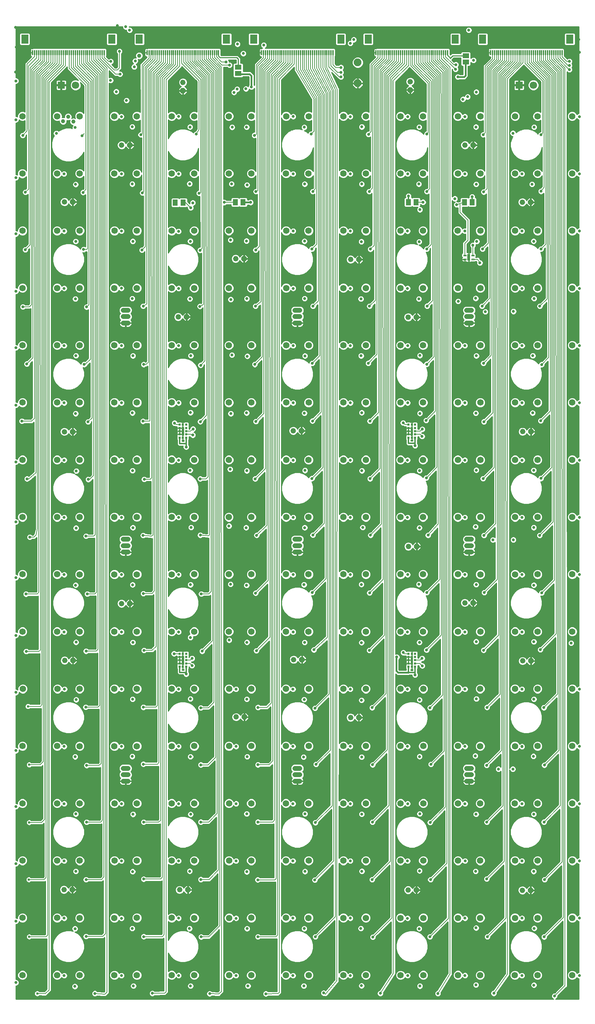
<source format=gtl>
G75*
%MOIN*%
%OFA0B0*%
%FSLAX25Y25*%
%IPPOS*%
%LPD*%
%AMOC8*
5,1,8,0,0,1.08239X$1,22.5*
%
%ADD10C,0.06201*%
%ADD11C,0.04756*%
%ADD12R,0.01969X0.01969*%
%ADD13R,0.01181X0.05118*%
%ADD14R,0.07087X0.08661*%
%ADD15R,0.05118X0.05906*%
%ADD16C,0.07087*%
%ADD17R,0.07087X0.07087*%
%ADD18C,0.07500*%
%ADD19OC8,0.07500*%
%ADD20OC8,0.05200*%
%ADD21C,0.05200*%
%ADD22R,0.06300X0.04600*%
%ADD23C,0.00344*%
%ADD24R,0.02756X0.06299*%
%ADD25C,0.02781*%
%ADD26C,0.00787*%
%ADD27C,0.01000*%
%ADD28C,0.03962*%
%ADD29C,0.02387*%
%ADD30C,0.01200*%
%ADD31C,0.01600*%
D10*
X0035983Y0081735D03*
X0069447Y0081735D03*
X0091093Y0081695D03*
X0124557Y0081695D03*
X0146223Y0081740D03*
X0179687Y0081740D03*
X0201468Y0081700D03*
X0234932Y0081700D03*
X0256338Y0081710D03*
X0289802Y0081710D03*
X0311578Y0081710D03*
X0345042Y0081710D03*
X0366693Y0081710D03*
X0400157Y0081710D03*
X0421998Y0081735D03*
X0455462Y0081735D03*
X0476748Y0081690D03*
X0510212Y0081690D03*
X0532033Y0081720D03*
X0565497Y0081720D03*
X0565527Y0136850D03*
X0565547Y0191945D03*
X0565522Y0247080D03*
X0532058Y0247080D03*
X0510212Y0247080D03*
X0476748Y0247080D03*
X0455457Y0247080D03*
X0421993Y0247080D03*
X0400147Y0247080D03*
X0400137Y0191960D03*
X0422013Y0191960D03*
X0455477Y0191960D03*
X0476783Y0191950D03*
X0510247Y0191950D03*
X0532083Y0191945D03*
X0532063Y0136850D03*
X0510237Y0136850D03*
X0476773Y0136850D03*
X0455442Y0136855D03*
X0421978Y0136855D03*
X0400132Y0136820D03*
X0366668Y0136820D03*
X0345012Y0136840D03*
X0311548Y0136840D03*
X0289792Y0136880D03*
X0256328Y0136880D03*
X0234962Y0136800D03*
X0234937Y0191920D03*
X0256323Y0191955D03*
X0289787Y0191955D03*
X0311563Y0191940D03*
X0345027Y0191940D03*
X0366673Y0191960D03*
X0366683Y0247080D03*
X0345022Y0247080D03*
X0311558Y0247080D03*
X0289792Y0247080D03*
X0256328Y0247080D03*
X0234932Y0247080D03*
X0201468Y0247080D03*
X0179662Y0247080D03*
X0146198Y0247080D03*
X0124577Y0247075D03*
X0091113Y0247075D03*
X0069427Y0247075D03*
X0035963Y0247075D03*
X0035968Y0191970D03*
X0069432Y0191970D03*
X0091113Y0191970D03*
X0124577Y0191970D03*
X0146208Y0192010D03*
X0179672Y0192010D03*
X0201473Y0191920D03*
X0201498Y0136800D03*
X0179677Y0136860D03*
X0146213Y0136860D03*
X0124547Y0136790D03*
X0091083Y0136790D03*
X0069427Y0136870D03*
X0035963Y0136870D03*
X0035963Y0302195D03*
X0069427Y0302195D03*
X0091083Y0302190D03*
X0124547Y0302190D03*
X0146198Y0302190D03*
X0179662Y0302190D03*
X0201473Y0302195D03*
X0201473Y0357300D03*
X0179667Y0357320D03*
X0146203Y0357320D03*
X0124547Y0357315D03*
X0091083Y0357315D03*
X0069782Y0357300D03*
X0036318Y0357300D03*
X0035963Y0412420D03*
X0069427Y0412420D03*
X0091078Y0412415D03*
X0124542Y0412415D03*
X0146198Y0412430D03*
X0179662Y0412430D03*
X0201303Y0412430D03*
X0234767Y0412430D03*
X0256423Y0412425D03*
X0289887Y0412425D03*
X0311543Y0412405D03*
X0345007Y0412405D03*
X0366608Y0412435D03*
X0366708Y0467550D03*
X0345017Y0467545D03*
X0311553Y0467545D03*
X0289887Y0467540D03*
X0256423Y0467540D03*
X0234787Y0467540D03*
X0201323Y0467540D03*
X0179627Y0467525D03*
X0146163Y0467525D03*
X0124507Y0467525D03*
X0091043Y0467525D03*
X0069427Y0467535D03*
X0035963Y0467535D03*
X0035958Y0522650D03*
X0069422Y0522650D03*
X0091088Y0522655D03*
X0124552Y0522655D03*
X0146193Y0522665D03*
X0179657Y0522665D03*
X0201288Y0522630D03*
X0234752Y0522630D03*
X0256433Y0522655D03*
X0289897Y0522655D03*
X0311553Y0522655D03*
X0345017Y0522655D03*
X0366628Y0522645D03*
X0366673Y0577780D03*
X0345017Y0577785D03*
X0311553Y0577785D03*
X0289927Y0577770D03*
X0256463Y0577770D03*
X0234787Y0577785D03*
X0201323Y0577785D03*
X0179672Y0577755D03*
X0146208Y0577755D03*
X0124532Y0577760D03*
X0091068Y0577760D03*
X0069432Y0577780D03*
X0035968Y0577780D03*
X0035963Y0632895D03*
X0069427Y0632895D03*
X0091078Y0632895D03*
X0124542Y0632895D03*
X0146208Y0632875D03*
X0179672Y0632875D03*
X0201318Y0632880D03*
X0234782Y0632880D03*
X0256453Y0632900D03*
X0289917Y0632900D03*
X0311593Y0632895D03*
X0345057Y0632895D03*
X0366671Y0632904D03*
X0400136Y0632904D03*
X0421823Y0632895D03*
X0455287Y0632895D03*
X0476913Y0632905D03*
X0510377Y0632905D03*
X0532018Y0632900D03*
X0532038Y0577800D03*
X0510392Y0577785D03*
X0476928Y0577785D03*
X0455262Y0577785D03*
X0421798Y0577785D03*
X0400137Y0577780D03*
X0400092Y0522645D03*
X0421793Y0522650D03*
X0455257Y0522650D03*
X0476903Y0522655D03*
X0510367Y0522655D03*
X0532013Y0522670D03*
X0565477Y0522670D03*
X0565502Y0577800D03*
X0565482Y0632900D03*
X0565497Y0688015D03*
X0565477Y0743130D03*
X0565497Y0798240D03*
X0532033Y0798240D03*
X0510377Y0798260D03*
X0476913Y0798260D03*
X0455222Y0798265D03*
X0421758Y0798265D03*
X0400137Y0798245D03*
X0400127Y0743145D03*
X0421793Y0743150D03*
X0455257Y0743150D03*
X0476913Y0743135D03*
X0510377Y0743135D03*
X0532013Y0743130D03*
X0532033Y0688015D03*
X0510387Y0688020D03*
X0476923Y0688020D03*
X0455297Y0688010D03*
X0421833Y0688010D03*
X0400147Y0688020D03*
X0366683Y0688020D03*
X0345027Y0688015D03*
X0311563Y0688015D03*
X0289932Y0688005D03*
X0256468Y0688005D03*
X0234787Y0688020D03*
X0201323Y0688020D03*
X0179657Y0688010D03*
X0146193Y0688010D03*
X0124547Y0688010D03*
X0091083Y0688010D03*
X0069442Y0688015D03*
X0035978Y0688015D03*
X0035963Y0743125D03*
X0069427Y0743125D03*
X0091053Y0743165D03*
X0124517Y0743165D03*
X0146178Y0743105D03*
X0179642Y0743105D03*
X0201298Y0743130D03*
X0234762Y0743130D03*
X0256443Y0743135D03*
X0289907Y0743135D03*
X0311558Y0743140D03*
X0345022Y0743140D03*
X0366663Y0743145D03*
X0366673Y0798245D03*
X0344992Y0798260D03*
X0311528Y0798260D03*
X0289902Y0798255D03*
X0256438Y0798255D03*
X0234787Y0798265D03*
X0201323Y0798265D03*
X0179647Y0798260D03*
X0146183Y0798260D03*
X0124572Y0798255D03*
X0091108Y0798255D03*
X0069427Y0798235D03*
X0035963Y0798235D03*
X0035913Y0853295D03*
X0069377Y0853295D03*
X0091078Y0853375D03*
X0124542Y0853375D03*
X0146198Y0853360D03*
X0179662Y0853360D03*
X0201328Y0853365D03*
X0234792Y0853365D03*
X0256423Y0853360D03*
X0289887Y0853360D03*
X0311523Y0853380D03*
X0344987Y0853380D03*
X0366703Y0853375D03*
X0366678Y0908490D03*
X0345047Y0908460D03*
X0311583Y0908460D03*
X0289897Y0908495D03*
X0256433Y0908495D03*
X0234777Y0908505D03*
X0201313Y0908505D03*
X0179672Y0908495D03*
X0146208Y0908495D03*
X0124545Y0908495D03*
X0091081Y0908495D03*
X0069427Y0908495D03*
X0035963Y0908495D03*
X0234937Y0357300D03*
X0256328Y0357325D03*
X0289792Y0357325D03*
X0311563Y0357320D03*
X0345027Y0357320D03*
X0366668Y0357315D03*
X0366668Y0302195D03*
X0345027Y0302195D03*
X0311563Y0302195D03*
X0289782Y0302195D03*
X0256318Y0302195D03*
X0234937Y0302195D03*
X0400132Y0302195D03*
X0421998Y0302200D03*
X0455462Y0302200D03*
X0476768Y0302190D03*
X0510232Y0302190D03*
X0532053Y0302195D03*
X0532058Y0357315D03*
X0510237Y0357320D03*
X0476773Y0357320D03*
X0455467Y0357315D03*
X0422003Y0357315D03*
X0400132Y0357315D03*
X0400072Y0412435D03*
X0421823Y0412420D03*
X0455287Y0412420D03*
X0476908Y0412430D03*
X0510372Y0412430D03*
X0532028Y0412435D03*
X0532028Y0467550D03*
X0510382Y0467525D03*
X0476918Y0467525D03*
X0455252Y0467570D03*
X0421788Y0467570D03*
X0400172Y0467550D03*
X0565492Y0467550D03*
X0565492Y0412435D03*
X0565522Y0357315D03*
X0565517Y0302195D03*
X0565487Y0853390D03*
X0565482Y0908480D03*
X0532018Y0908480D03*
X0510377Y0908475D03*
X0476913Y0908475D03*
X0455262Y0908470D03*
X0421798Y0908470D03*
X0400142Y0908490D03*
X0400167Y0853375D03*
X0421818Y0853370D03*
X0455282Y0853370D03*
X0476908Y0853380D03*
X0510372Y0853380D03*
X0532023Y0853390D03*
D11*
X0468459Y0721763D02*
X0463703Y0721763D01*
X0463703Y0715582D02*
X0468459Y0715582D01*
X0468459Y0709401D02*
X0463703Y0709401D01*
X0463703Y0501290D02*
X0468459Y0501290D01*
X0468459Y0495109D02*
X0463703Y0495109D01*
X0463703Y0488928D02*
X0468459Y0488928D01*
X0468459Y0280818D02*
X0463703Y0280818D01*
X0463703Y0274637D02*
X0468459Y0274637D01*
X0468459Y0268456D02*
X0463703Y0268456D01*
X0303104Y0268456D02*
X0298349Y0268456D01*
X0298349Y0274637D02*
X0303104Y0274637D01*
X0303104Y0280818D02*
X0298349Y0280818D01*
X0298349Y0488928D02*
X0303104Y0488928D01*
X0303104Y0495109D02*
X0298349Y0495109D01*
X0298349Y0501290D02*
X0303104Y0501290D01*
X0303104Y0709401D02*
X0298349Y0709401D01*
X0298349Y0715582D02*
X0303104Y0715582D01*
X0303104Y0721763D02*
X0298349Y0721763D01*
X0137750Y0721763D02*
X0132994Y0721763D01*
X0132994Y0715582D02*
X0137750Y0715582D01*
X0137750Y0709401D02*
X0132994Y0709401D01*
X0132994Y0501290D02*
X0137750Y0501290D01*
X0137750Y0495109D02*
X0132994Y0495109D01*
X0132994Y0488928D02*
X0137750Y0488928D01*
X0137750Y0280818D02*
X0132994Y0280818D01*
X0132994Y0274637D02*
X0137750Y0274637D01*
X0137750Y0268456D02*
X0132994Y0268456D01*
D12*
X0187341Y0378574D03*
X0190490Y0378574D03*
X0193640Y0378574D03*
X0193640Y0381723D03*
X0193640Y0384873D03*
X0193640Y0388023D03*
X0193640Y0391172D03*
X0190490Y0391172D03*
X0187341Y0391172D03*
X0187341Y0388023D03*
X0187341Y0384873D03*
X0187341Y0381723D03*
X0187341Y0599046D03*
X0190490Y0599046D03*
X0193640Y0599046D03*
X0193640Y0602196D03*
X0193640Y0605345D03*
X0193640Y0608495D03*
X0193640Y0611645D03*
X0190490Y0611645D03*
X0187341Y0611645D03*
X0187341Y0608495D03*
X0187341Y0605345D03*
X0187341Y0602196D03*
X0407813Y0602196D03*
X0407813Y0605345D03*
X0407813Y0608495D03*
X0407813Y0611645D03*
X0410963Y0611645D03*
X0414112Y0611645D03*
X0414112Y0608495D03*
X0414112Y0605345D03*
X0414112Y0602196D03*
X0414112Y0599046D03*
X0410963Y0599046D03*
X0407813Y0599046D03*
X0407813Y0391172D03*
X0407813Y0388023D03*
X0407813Y0384873D03*
X0407813Y0381723D03*
X0407813Y0378574D03*
X0410963Y0378574D03*
X0414112Y0378574D03*
X0414112Y0381723D03*
X0414112Y0384873D03*
X0414112Y0388023D03*
X0414112Y0391172D03*
X0410963Y0391172D03*
D13*
X0411872Y0969857D03*
X0413840Y0969857D03*
X0415809Y0969857D03*
X0417777Y0969857D03*
X0419746Y0969857D03*
X0421714Y0969857D03*
X0423683Y0969857D03*
X0425652Y0969857D03*
X0427620Y0969857D03*
X0429589Y0969857D03*
X0431557Y0969857D03*
X0433526Y0969857D03*
X0435494Y0969857D03*
X0437463Y0969857D03*
X0439431Y0969857D03*
X0441400Y0969857D03*
X0443368Y0969857D03*
X0445337Y0969857D03*
X0409903Y0969857D03*
X0407935Y0969857D03*
X0405966Y0969857D03*
X0403998Y0969857D03*
X0402029Y0969857D03*
X0400061Y0969857D03*
X0398092Y0969857D03*
X0396124Y0969857D03*
X0394155Y0969857D03*
X0392187Y0969857D03*
X0390218Y0969857D03*
X0388250Y0969857D03*
X0386281Y0969857D03*
X0384313Y0969857D03*
X0382344Y0969857D03*
X0380376Y0969857D03*
X0378407Y0969857D03*
X0376439Y0969857D03*
X0335100Y0969857D03*
X0333132Y0969857D03*
X0331163Y0969857D03*
X0329195Y0969857D03*
X0327226Y0969857D03*
X0325258Y0969857D03*
X0323289Y0969857D03*
X0321321Y0969857D03*
X0319352Y0969857D03*
X0317384Y0969857D03*
X0315415Y0969857D03*
X0313447Y0969857D03*
X0311478Y0969857D03*
X0309510Y0969857D03*
X0307541Y0969857D03*
X0305573Y0969857D03*
X0303604Y0969857D03*
X0301636Y0969857D03*
X0299667Y0969857D03*
X0297699Y0969857D03*
X0295730Y0969857D03*
X0293762Y0969857D03*
X0291793Y0969857D03*
X0289825Y0969857D03*
X0287856Y0969857D03*
X0285888Y0969857D03*
X0283919Y0969857D03*
X0281951Y0969857D03*
X0279982Y0969857D03*
X0278014Y0969857D03*
X0276045Y0969857D03*
X0274077Y0969857D03*
X0272108Y0969857D03*
X0270140Y0969857D03*
X0268171Y0969857D03*
X0266203Y0969857D03*
X0224864Y0969857D03*
X0222896Y0969857D03*
X0220927Y0969857D03*
X0218959Y0969857D03*
X0216990Y0969857D03*
X0215022Y0969857D03*
X0213053Y0969857D03*
X0211085Y0969857D03*
X0209116Y0969857D03*
X0207148Y0969857D03*
X0205179Y0969857D03*
X0203211Y0969857D03*
X0201242Y0969857D03*
X0199274Y0969857D03*
X0197305Y0969857D03*
X0195337Y0969857D03*
X0193368Y0969857D03*
X0191400Y0969857D03*
X0189431Y0969857D03*
X0187463Y0969857D03*
X0185494Y0969857D03*
X0183526Y0969857D03*
X0181557Y0969857D03*
X0179589Y0969857D03*
X0177620Y0969857D03*
X0175652Y0969857D03*
X0173683Y0969857D03*
X0171714Y0969857D03*
X0169746Y0969857D03*
X0167777Y0969857D03*
X0165809Y0969857D03*
X0163840Y0969857D03*
X0161872Y0969857D03*
X0159903Y0969857D03*
X0157935Y0969857D03*
X0155966Y0969857D03*
X0114628Y0969857D03*
X0112659Y0969857D03*
X0110691Y0969857D03*
X0108722Y0969857D03*
X0106754Y0969857D03*
X0104785Y0969857D03*
X0102817Y0969857D03*
X0100848Y0969857D03*
X0098880Y0969857D03*
X0096911Y0969857D03*
X0094943Y0969857D03*
X0092974Y0969857D03*
X0091006Y0969857D03*
X0089037Y0969857D03*
X0087069Y0969857D03*
X0085100Y0969857D03*
X0083132Y0969857D03*
X0081163Y0969857D03*
X0079195Y0969857D03*
X0077226Y0969857D03*
X0075258Y0969857D03*
X0073289Y0969857D03*
X0071321Y0969857D03*
X0069352Y0969857D03*
X0067384Y0969857D03*
X0065415Y0969857D03*
X0063447Y0969857D03*
X0061478Y0969857D03*
X0059510Y0969857D03*
X0057541Y0969857D03*
X0055573Y0969857D03*
X0053604Y0969857D03*
X0051636Y0969857D03*
X0049667Y0969857D03*
X0047699Y0969857D03*
X0045730Y0969857D03*
X0486675Y0969857D03*
X0488644Y0969857D03*
X0490612Y0969857D03*
X0492581Y0969857D03*
X0494549Y0969857D03*
X0496518Y0969857D03*
X0498486Y0969857D03*
X0500455Y0969857D03*
X0502423Y0969857D03*
X0504392Y0969857D03*
X0506360Y0969857D03*
X0508329Y0969857D03*
X0510297Y0969857D03*
X0512266Y0969857D03*
X0514234Y0969857D03*
X0516203Y0969857D03*
X0518171Y0969857D03*
X0520140Y0969857D03*
X0522108Y0969857D03*
X0524077Y0969857D03*
X0526045Y0969857D03*
X0528014Y0969857D03*
X0529982Y0969857D03*
X0531951Y0969857D03*
X0533919Y0969857D03*
X0535888Y0969857D03*
X0537856Y0969857D03*
X0539825Y0969857D03*
X0541793Y0969857D03*
X0543762Y0969857D03*
X0545730Y0969857D03*
X0547699Y0969857D03*
X0549667Y0969857D03*
X0551636Y0969857D03*
X0553604Y0969857D03*
X0555573Y0969857D03*
D14*
X0563053Y0982652D03*
X0479195Y0982652D03*
X0452817Y0982652D03*
X0368959Y0982652D03*
X0342581Y0982652D03*
X0258722Y0982652D03*
X0232344Y0982652D03*
X0148486Y0982652D03*
X0122108Y0982652D03*
X0038250Y0982652D03*
D15*
X0183220Y0825245D03*
X0190700Y0825245D03*
X0240915Y0825540D03*
X0248395Y0825540D03*
X0407565Y0825760D03*
X0415045Y0825760D03*
X0461660Y0825775D03*
X0469140Y0825775D03*
D16*
X0528089Y0938416D03*
X0087144Y0938416D03*
D17*
X0073364Y0938416D03*
X0514309Y0938416D03*
D18*
X0358870Y0960210D03*
D19*
X0358870Y0940210D03*
D20*
X0409430Y0933855D03*
X0470185Y0880720D03*
X0525415Y0825785D03*
X0415470Y0715135D03*
X0360025Y0770590D03*
X0304765Y0605760D03*
X0249280Y0771395D03*
X0193970Y0715310D03*
X0139465Y0880725D03*
X0084510Y0825945D03*
X0190550Y0933140D03*
X0084365Y0604850D03*
X0139375Y0439440D03*
X0084575Y0384645D03*
X0083965Y0164080D03*
X0195280Y0163870D03*
X0249785Y0330205D03*
X0305200Y0385495D03*
X0359925Y0329790D03*
X0415625Y0494455D03*
X0469965Y0440180D03*
X0525615Y0384205D03*
X0525445Y0163465D03*
X0415385Y0163735D03*
X0525610Y0604885D03*
D21*
X0517610Y0604885D03*
X0461965Y0440180D03*
X0407625Y0494455D03*
X0351925Y0329790D03*
X0297200Y0385495D03*
X0241785Y0330205D03*
X0187280Y0163870D03*
X0075965Y0164080D03*
X0076575Y0384645D03*
X0131375Y0439440D03*
X0076365Y0604850D03*
X0185970Y0715310D03*
X0241280Y0771395D03*
X0296765Y0605760D03*
X0352025Y0770590D03*
X0407470Y0715135D03*
X0462185Y0880720D03*
X0409430Y0941855D03*
X0517415Y0825785D03*
X0517615Y0384205D03*
X0517445Y0163465D03*
X0407385Y0163735D03*
X0076510Y0825945D03*
X0131465Y0880725D03*
X0190550Y0941140D03*
D22*
X0243715Y0949605D03*
X0243715Y0955605D03*
X0463020Y0960780D03*
X0463020Y0966780D03*
D23*
X0463275Y0775154D02*
X0460667Y0775154D01*
X0463275Y0775154D02*
X0463275Y0774120D01*
X0460667Y0774120D01*
X0460667Y0775154D01*
X0460667Y0774463D02*
X0463275Y0774463D01*
X0463275Y0774806D02*
X0460667Y0774806D01*
X0460667Y0775149D02*
X0463275Y0775149D01*
X0463275Y0771217D02*
X0460667Y0771217D01*
X0463275Y0771217D02*
X0463275Y0770183D01*
X0460667Y0770183D01*
X0460667Y0771217D01*
X0460667Y0770526D02*
X0463275Y0770526D01*
X0463275Y0770869D02*
X0460667Y0770869D01*
X0460667Y0771212D02*
X0463275Y0771212D01*
X0468305Y0771217D02*
X0470913Y0771217D01*
X0470913Y0770183D01*
X0468305Y0770183D01*
X0468305Y0771217D01*
X0468305Y0770526D02*
X0470913Y0770526D01*
X0470913Y0770869D02*
X0468305Y0770869D01*
X0468305Y0771212D02*
X0470913Y0771212D01*
X0470913Y0775154D02*
X0468305Y0775154D01*
X0470913Y0775154D02*
X0470913Y0774120D01*
X0468305Y0774120D01*
X0468305Y0775154D01*
X0468305Y0774463D02*
X0470913Y0774463D01*
X0470913Y0774806D02*
X0468305Y0774806D01*
X0468305Y0775149D02*
X0470913Y0775149D01*
D24*
X0465790Y0772668D03*
D25*
X0469790Y0784335D03*
X0473515Y0788040D03*
X0479040Y0780765D03*
X0476475Y0767400D03*
X0461975Y0797965D03*
X0454935Y0773225D03*
X0454125Y0762135D03*
X0455600Y0730335D03*
X0472500Y0733200D03*
X0478605Y0725720D03*
X0481722Y0720292D03*
X0462050Y0687710D03*
X0473135Y0677925D03*
X0479925Y0670675D03*
X0462040Y0632595D03*
X0472590Y0622765D03*
X0480340Y0614470D03*
X0462015Y0577485D03*
X0473090Y0567820D03*
X0479600Y0559655D03*
X0462010Y0522350D03*
X0472280Y0513300D03*
X0480485Y0505095D03*
X0489059Y0500684D03*
X0508760Y0500789D03*
X0517120Y0522355D03*
X0528360Y0512600D03*
X0534125Y0505095D03*
X0517135Y0467225D03*
X0528480Y0457175D03*
X0535995Y0449625D03*
X0517125Y0412130D03*
X0528480Y0402635D03*
X0534670Y0395005D03*
X0516990Y0357020D03*
X0528555Y0347400D03*
X0538170Y0339270D03*
X0516985Y0301890D03*
X0516985Y0301805D03*
X0528055Y0292435D03*
X0526495Y0284350D03*
X0527470Y0274615D03*
X0538605Y0283895D03*
X0514975Y0284595D03*
X0508230Y0280115D03*
X0514815Y0275265D03*
X0516965Y0246780D03*
X0528450Y0236670D03*
X0538270Y0229135D03*
X0517000Y0191650D03*
X0528310Y0181610D03*
X0538840Y0173745D03*
X0516990Y0136550D03*
X0528890Y0126815D03*
X0538360Y0118600D03*
X0516965Y0081390D03*
X0528515Y0072190D03*
X0548455Y0061630D03*
X0572250Y0081420D03*
X0572280Y0136550D03*
X0572300Y0191645D03*
X0572275Y0246780D03*
X0572270Y0301895D03*
X0572275Y0357015D03*
X0564405Y0401390D03*
X0572245Y0467250D03*
X0572230Y0522370D03*
X0572255Y0577500D03*
X0572235Y0632600D03*
X0535020Y0615325D03*
X0527275Y0622890D03*
X0517130Y0632605D03*
X0536120Y0669510D03*
X0527475Y0678040D03*
X0517140Y0687720D03*
X0508838Y0720612D03*
X0517130Y0742835D03*
X0528645Y0733090D03*
X0534225Y0725630D03*
X0572230Y0742830D03*
X0572250Y0797940D03*
X0535385Y0780630D03*
X0528255Y0788160D03*
X0517130Y0797960D03*
X0535388Y0836265D03*
X0526660Y0843010D03*
X0517125Y0853080D03*
X0508310Y0892190D03*
X0528690Y0898000D03*
X0535355Y0890540D03*
X0530560Y0928755D03*
X0510335Y0928165D03*
X0479820Y0963310D03*
X0474215Y0969620D03*
X0470385Y0962345D03*
X0469165Y0986705D03*
X0465815Y0991380D03*
X0461950Y0986900D03*
X0453310Y0958185D03*
X0453005Y0953680D03*
X0455270Y0946285D03*
X0464725Y0927195D03*
X0460195Y0924845D03*
X0469805Y0927690D03*
X0473075Y0931825D03*
X0462015Y0908170D03*
X0472685Y0898150D03*
X0479830Y0890720D03*
X0462035Y0853070D03*
X0472930Y0843055D03*
X0480205Y0835580D03*
X0468990Y0830940D03*
X0454145Y0823315D03*
X0452400Y0829110D03*
X0425405Y0836010D03*
X0421805Y0825770D03*
X0418725Y0818590D03*
X0407795Y0831720D03*
X0417780Y0843205D03*
X0406920Y0853075D03*
X0425440Y0891395D03*
X0418040Y0898100D03*
X0406895Y0908190D03*
X0369235Y0891120D03*
X0362815Y0898260D03*
X0351800Y0908160D03*
X0342675Y0946315D03*
X0342770Y0950765D03*
X0342800Y0955485D03*
X0341105Y0961320D03*
X0351660Y0978670D03*
X0354995Y0982230D03*
X0364010Y0992610D03*
X0364080Y0968850D03*
X0369130Y0964785D03*
X0313940Y0891360D03*
X0307355Y0897860D03*
X0296650Y0908195D03*
X0294745Y0936560D03*
X0287970Y0936440D03*
X0291055Y0946445D03*
X0294360Y0950865D03*
X0297280Y0946110D03*
X0301990Y0937025D03*
X0268425Y0976940D03*
X0257125Y0965120D03*
X0254860Y0961535D03*
X0256140Y0955725D03*
X0256530Y0936785D03*
X0251180Y0934865D03*
X0247495Y0931365D03*
X0242740Y0934575D03*
X0239686Y0931491D03*
X0234885Y0948695D03*
X0235320Y0957740D03*
X0231915Y0960775D03*
X0243025Y0977925D03*
X0250535Y0975355D03*
X0248625Y0968860D03*
X0251890Y0898090D03*
X0250375Y0891470D03*
X0250725Y0885280D03*
X0250845Y0877925D03*
X0251080Y0870565D03*
X0239745Y0871380D03*
X0239515Y0878280D03*
X0239745Y0885050D03*
X0239745Y0891125D03*
X0237920Y0897910D03*
X0259410Y0890110D03*
X0237400Y0843305D03*
X0239065Y0833705D03*
X0230355Y0825535D03*
X0251235Y0836625D03*
X0252265Y0842390D03*
X0255730Y0825575D03*
X0260885Y0836005D03*
X0290080Y0836965D03*
X0296605Y0837060D03*
X0298840Y0827520D03*
X0307895Y0827035D03*
X0307020Y0837160D03*
X0307810Y0843200D03*
X0315565Y0836090D03*
X0296640Y0853060D03*
X0290465Y0827810D03*
X0296655Y0797955D03*
X0307575Y0788235D03*
X0314815Y0780790D03*
X0296660Y0742835D03*
X0307795Y0733090D03*
X0315830Y0725690D03*
X0296685Y0687705D03*
X0308020Y0677835D03*
X0315045Y0670650D03*
X0296670Y0632600D03*
X0307520Y0622765D03*
X0315230Y0615190D03*
X0296680Y0577470D03*
X0308000Y0567575D03*
X0314805Y0559820D03*
X0296650Y0522355D03*
X0307820Y0512525D03*
X0315650Y0505415D03*
X0296640Y0467240D03*
X0307155Y0457580D03*
X0314955Y0450075D03*
X0296640Y0412125D03*
X0307700Y0402095D03*
X0316630Y0394870D03*
X0296545Y0357025D03*
X0307235Y0347045D03*
X0317770Y0338710D03*
X0296535Y0301895D03*
X0306725Y0291625D03*
X0318720Y0284730D03*
X0296545Y0246780D03*
X0308100Y0237020D03*
X0318115Y0228600D03*
X0296540Y0191655D03*
X0308025Y0181530D03*
X0317535Y0173380D03*
X0296545Y0136580D03*
X0307390Y0126555D03*
X0318120Y0118765D03*
X0296555Y0081410D03*
X0306945Y0071360D03*
X0326055Y0064530D03*
X0351795Y0081410D03*
X0362550Y0071570D03*
X0380615Y0064195D03*
X0406910Y0081410D03*
X0418785Y0071260D03*
X0435995Y0064105D03*
X0462215Y0081435D03*
X0472665Y0072420D03*
X0489935Y0064260D03*
X0483700Y0118655D03*
X0472870Y0127200D03*
X0462195Y0136555D03*
X0483085Y0174285D03*
X0472450Y0181705D03*
X0462230Y0191660D03*
X0483200Y0229065D03*
X0472845Y0236670D03*
X0462210Y0246780D03*
X0483115Y0283800D03*
X0494370Y0280115D03*
X0472125Y0292820D03*
X0462215Y0301900D03*
X0483340Y0339480D03*
X0473170Y0347630D03*
X0462220Y0357015D03*
X0458855Y0384755D03*
X0468670Y0384640D03*
X0467855Y0396090D03*
X0472935Y0402790D03*
X0480060Y0394495D03*
X0459210Y0396090D03*
X0462040Y0412120D03*
X0480690Y0450080D03*
X0472935Y0457640D03*
X0462005Y0467270D03*
X0425405Y0450020D03*
X0417740Y0457910D03*
X0406925Y0467250D03*
X0399300Y0495290D03*
X0405495Y0505340D03*
X0415075Y0505690D03*
X0418270Y0512315D03*
X0406845Y0522345D03*
X0426630Y0505235D03*
X0424905Y0560400D03*
X0418365Y0567315D03*
X0406890Y0577480D03*
X0414112Y0591437D03*
X0420845Y0600320D03*
X0421095Y0607215D03*
X0424785Y0615730D03*
X0418795Y0622515D03*
X0406900Y0632590D03*
X0402595Y0613300D03*
X0370635Y0614980D03*
X0362700Y0623150D03*
X0351810Y0632595D03*
X0369075Y0670785D03*
X0362160Y0677920D03*
X0351780Y0687715D03*
X0347495Y0715920D03*
X0348195Y0726995D03*
X0358850Y0727135D03*
X0361960Y0732695D03*
X0370205Y0725745D03*
X0358990Y0716200D03*
X0351775Y0742840D03*
X0371030Y0780540D03*
X0362385Y0787780D03*
X0351745Y0797960D03*
X0353855Y0827325D03*
X0345775Y0827815D03*
X0345475Y0837255D03*
X0353460Y0837450D03*
X0361155Y0837450D03*
X0362780Y0843205D03*
X0369925Y0836070D03*
X0362420Y0827325D03*
X0351740Y0853080D03*
X0406890Y0797945D03*
X0418115Y0787645D03*
X0425400Y0780740D03*
X0406880Y0742845D03*
X0417785Y0732630D03*
X0425745Y0725800D03*
X0406900Y0687720D03*
X0418710Y0678230D03*
X0425300Y0669840D03*
X0362870Y0567260D03*
X0370690Y0559590D03*
X0351770Y0577485D03*
X0351770Y0522355D03*
X0363650Y0512630D03*
X0357280Y0506445D03*
X0357615Y0495680D03*
X0347855Y0495680D03*
X0347855Y0506445D03*
X0371190Y0505195D03*
X0351770Y0467245D03*
X0362355Y0457830D03*
X0370245Y0449760D03*
X0351760Y0412105D03*
X0362550Y0401855D03*
X0360130Y0394810D03*
X0360480Y0383710D03*
X0348215Y0384645D03*
X0348330Y0395160D03*
X0351780Y0357020D03*
X0362550Y0346395D03*
X0372785Y0339220D03*
X0351780Y0301895D03*
X0362630Y0291730D03*
X0359010Y0286095D03*
X0349275Y0286340D03*
X0349195Y0274415D03*
X0359740Y0274255D03*
X0373180Y0284210D03*
X0351775Y0246780D03*
X0362760Y0236675D03*
X0373010Y0228975D03*
X0351780Y0191640D03*
X0362890Y0181805D03*
X0372735Y0173645D03*
X0351765Y0136540D03*
X0361865Y0126665D03*
X0373370Y0118415D03*
X0406885Y0136520D03*
X0418030Y0126480D03*
X0428455Y0118670D03*
X0428980Y0173680D03*
X0418400Y0182180D03*
X0406890Y0191660D03*
X0428565Y0228705D03*
X0418560Y0237080D03*
X0406900Y0246780D03*
X0403465Y0275630D03*
X0403790Y0286095D03*
X0415635Y0285285D03*
X0418445Y0292160D03*
X0406885Y0301895D03*
X0415960Y0274980D03*
X0429460Y0284625D03*
X0428540Y0339135D03*
X0418400Y0346705D03*
X0406885Y0357015D03*
X0414112Y0370688D03*
X0420980Y0379485D03*
X0420845Y0386690D03*
X0425175Y0394770D03*
X0418240Y0401985D03*
X0406825Y0412135D03*
X0402760Y0392220D03*
X0396515Y0387860D03*
X0370075Y0394395D03*
X0261265Y0394050D03*
X0250365Y0395275D03*
X0252190Y0402190D03*
X0239965Y0394575D03*
X0235115Y0404225D03*
X0240200Y0382775D03*
X0250245Y0382425D03*
X0241690Y0357000D03*
X0252000Y0347325D03*
X0262845Y0339445D03*
X0241690Y0301895D03*
X0252420Y0292000D03*
X0252385Y0285920D03*
X0251705Y0273460D03*
X0239535Y0274820D03*
X0239925Y0286695D03*
X0262760Y0284270D03*
X0241685Y0246780D03*
X0251955Y0236955D03*
X0262670Y0229130D03*
X0241690Y0191620D03*
X0252050Y0181250D03*
X0262595Y0173480D03*
X0241715Y0136500D03*
X0252275Y0126555D03*
X0262700Y0118705D03*
X0241685Y0081400D03*
X0253150Y0071360D03*
X0270460Y0063855D03*
X0216245Y0063890D03*
X0197890Y0071350D03*
X0186440Y0081440D03*
X0161090Y0064220D03*
X0142885Y0071390D03*
X0131310Y0081395D03*
X0105730Y0064105D03*
X0086480Y0070890D03*
X0076200Y0081345D03*
X0097275Y0119020D03*
X0086585Y0126445D03*
X0076180Y0136570D03*
X0097240Y0173675D03*
X0087450Y0181655D03*
X0076185Y0191670D03*
X0097815Y0229095D03*
X0087450Y0236865D03*
X0076180Y0246775D03*
X0097850Y0283580D03*
X0086785Y0291945D03*
X0076180Y0301895D03*
X0096925Y0339720D03*
X0087720Y0346890D03*
X0076535Y0357000D03*
X0097250Y0393590D03*
X0087585Y0402235D03*
X0076180Y0412120D03*
X0098505Y0448635D03*
X0087185Y0457180D03*
X0076180Y0467235D03*
X0097215Y0504300D03*
X0087585Y0512120D03*
X0076175Y0522350D03*
X0099370Y0558920D03*
X0087855Y0567065D03*
X0076185Y0577480D03*
X0099200Y0614310D03*
X0087185Y0622280D03*
X0076180Y0632595D03*
X0095455Y0669605D03*
X0087520Y0678090D03*
X0076195Y0687715D03*
X0097810Y0724860D03*
X0086950Y0732765D03*
X0076180Y0742825D03*
X0094885Y0780280D03*
X0087275Y0788000D03*
X0076180Y0797935D03*
X0094440Y0835170D03*
X0087180Y0842865D03*
X0076130Y0852995D03*
X0068635Y0892045D03*
X0086850Y0897705D03*
X0093375Y0889720D03*
X0071485Y0922925D03*
X0069650Y0928080D03*
X0090705Y0928175D03*
X0121740Y0936655D03*
X0120880Y0942960D03*
X0129920Y0948965D03*
X0121010Y0961195D03*
X0129395Y0970985D03*
X0144575Y0961670D03*
X0143615Y0956095D03*
X0132060Y0932275D03*
X0126295Y0932190D03*
X0136205Y0923695D03*
X0131270Y0908180D03*
X0141700Y0898300D03*
X0149980Y0890670D03*
X0131295Y0853075D03*
X0141655Y0843240D03*
X0151550Y0834645D03*
X0140380Y0825025D03*
X0140380Y0815270D03*
X0130450Y0818970D03*
X0130790Y0828895D03*
X0131325Y0797955D03*
X0142235Y0788135D03*
X0140550Y0779095D03*
X0151045Y0779745D03*
X0140550Y0766815D03*
X0129105Y0767825D03*
X0129270Y0779935D03*
X0131270Y0742865D03*
X0141685Y0732955D03*
X0152255Y0725665D03*
X0131300Y0687710D03*
X0142460Y0677935D03*
X0152740Y0669560D03*
X0131295Y0632595D03*
X0141880Y0622945D03*
X0152080Y0614895D03*
X0131285Y0577460D03*
X0141950Y0567335D03*
X0153250Y0558980D03*
X0131305Y0522355D03*
X0142315Y0512525D03*
X0152225Y0505060D03*
X0131260Y0467225D03*
X0142035Y0457480D03*
X0152345Y0449040D03*
X0131295Y0412115D03*
X0142300Y0402020D03*
X0153070Y0394315D03*
X0181963Y0391172D03*
X0182475Y0370880D03*
X0186420Y0357020D03*
X0193640Y0371550D03*
X0199245Y0379765D03*
X0199300Y0386600D03*
X0209055Y0393600D03*
X0197740Y0406800D03*
X0186415Y0412130D03*
X0208190Y0448670D03*
X0197845Y0457590D03*
X0186380Y0467225D03*
X0184425Y0496565D03*
X0184890Y0505910D03*
X0195875Y0505560D03*
X0198320Y0512755D03*
X0207255Y0505245D03*
X0195875Y0495745D03*
X0186410Y0522365D03*
X0207180Y0559485D03*
X0197470Y0567760D03*
X0186425Y0577455D03*
X0193640Y0590165D03*
X0200055Y0601585D03*
X0200260Y0607485D03*
X0207250Y0614490D03*
X0197830Y0623265D03*
X0186425Y0632575D03*
X0182500Y0613135D03*
X0207585Y0668825D03*
X0198155Y0677995D03*
X0186410Y0687710D03*
X0206870Y0725480D03*
X0197255Y0732760D03*
X0186395Y0742805D03*
X0207065Y0779445D03*
X0197615Y0788190D03*
X0186290Y0797625D03*
X0197940Y0820460D03*
X0199984Y0825170D03*
X0206130Y0834330D03*
X0196965Y0843475D03*
X0186415Y0853060D03*
X0203285Y0891225D03*
X0197400Y0898190D03*
X0186425Y0908195D03*
X0187995Y0949940D03*
X0139155Y0991375D03*
X0135480Y0994570D03*
X0127435Y0995545D03*
X0036235Y0889950D03*
X0035330Y0882575D03*
X0035000Y0875205D03*
X0029680Y0849425D03*
X0038885Y0835400D03*
X0029680Y0795235D03*
X0038735Y0780085D03*
X0029680Y0740140D03*
X0036325Y0725000D03*
X0029680Y0685670D03*
X0040185Y0670120D03*
X0029680Y0630420D03*
X0035475Y0614950D03*
X0029680Y0575690D03*
X0040325Y0559495D03*
X0029680Y0518055D03*
X0042990Y0503355D03*
X0029680Y0464445D03*
X0039410Y0448605D03*
X0029680Y0408825D03*
X0039630Y0393285D03*
X0029680Y0353895D03*
X0029680Y0297890D03*
X0029680Y0244045D03*
X0029680Y0189120D03*
X0029680Y0133650D03*
X0029745Y0074565D03*
X0131300Y0136490D03*
X0141735Y0126650D03*
X0152840Y0118815D03*
X0186430Y0136560D03*
X0196810Y0126575D03*
X0208080Y0118550D03*
X0207680Y0173810D03*
X0197120Y0181845D03*
X0186425Y0191710D03*
X0207700Y0229135D03*
X0197925Y0236560D03*
X0186415Y0246780D03*
X0182680Y0274140D03*
X0183265Y0286115D03*
X0195240Y0286310D03*
X0197805Y0292005D03*
X0207810Y0284190D03*
X0195825Y0273845D03*
X0186415Y0301890D03*
X0207790Y0338980D03*
X0197675Y0347675D03*
X0152480Y0339600D03*
X0142105Y0347285D03*
X0131300Y0357015D03*
X0131300Y0301890D03*
X0141785Y0292265D03*
X0152490Y0284815D03*
X0131330Y0246775D03*
X0142485Y0236610D03*
X0152740Y0229040D03*
X0131330Y0191670D03*
X0142140Y0181440D03*
X0152760Y0174235D03*
X0240165Y0432720D03*
X0250765Y0431545D03*
X0250935Y0444330D03*
X0251810Y0457045D03*
X0260525Y0449510D03*
X0250990Y0482410D03*
X0250380Y0494525D03*
X0251395Y0506440D03*
X0251410Y0512525D03*
X0261540Y0505185D03*
X0239480Y0506235D03*
X0234865Y0514140D03*
X0239680Y0494725D03*
X0238670Y0482005D03*
X0236340Y0458010D03*
X0239660Y0448030D03*
X0250175Y0544390D03*
X0250380Y0556305D03*
X0260165Y0559500D03*
X0252015Y0567255D03*
X0235970Y0568760D03*
X0239075Y0550450D03*
X0240295Y0599685D03*
X0240720Y0613560D03*
X0236615Y0622275D03*
X0251855Y0622925D03*
X0251515Y0612300D03*
X0251375Y0599120D03*
X0260835Y0614630D03*
X0251470Y0654175D03*
X0251265Y0665685D03*
X0259720Y0669610D03*
X0252545Y0677500D03*
X0237800Y0678630D03*
X0238950Y0667500D03*
X0238345Y0655185D03*
X0239350Y0703040D03*
X0239755Y0715960D03*
X0238950Y0725855D03*
X0236570Y0732135D03*
X0250055Y0726260D03*
X0252100Y0732870D03*
X0260320Y0725725D03*
X0250255Y0714345D03*
X0251065Y0702840D03*
X0260580Y0779685D03*
X0251765Y0788460D03*
X0236460Y0789410D03*
X0029680Y0905160D03*
X0029700Y0942520D03*
X0029450Y0950885D03*
X0030130Y0974940D03*
X0029430Y0994145D03*
X0517145Y0577485D03*
X0528310Y0567665D03*
X0535295Y0559925D03*
X0572250Y0687715D03*
X0572240Y0853090D03*
X0572235Y0908180D03*
X0562715Y0953435D03*
X0562620Y0957385D03*
X0562675Y0961405D03*
X0572435Y0969900D03*
X0571730Y0982515D03*
X0569350Y0992330D03*
D26*
X0555573Y0969857D02*
X0555573Y0965817D01*
X0559985Y0961405D01*
X0562675Y0961405D01*
X0562620Y0957385D02*
X0561270Y0957385D01*
X0553604Y0965051D01*
X0553604Y0969857D01*
X0551636Y0969857D02*
X0551636Y0964269D01*
X0562470Y0953435D01*
X0562715Y0953435D01*
X0558425Y0955155D02*
X0549667Y0963913D01*
X0549667Y0969857D01*
X0547699Y0969857D02*
X0547699Y0963551D01*
X0556965Y0954285D01*
X0557040Y0137280D01*
X0538360Y0118600D01*
X0501615Y0136570D02*
X0501540Y0945525D01*
X0516203Y0960188D01*
X0516203Y0969857D01*
X0518171Y0969857D02*
X0518171Y0960026D01*
X0503000Y0944855D01*
X0503075Y0082810D01*
X0489935Y0064260D01*
X0483700Y0118655D02*
X0501615Y0136570D01*
X0483085Y0174285D02*
X0500215Y0191415D01*
X0500140Y0946325D01*
X0514234Y0960419D01*
X0514234Y0969857D01*
X0512266Y0969857D02*
X0512266Y0960676D01*
X0498735Y0947145D01*
X0498810Y0244675D01*
X0483200Y0229065D01*
X0483115Y0283800D02*
X0497405Y0298090D01*
X0497330Y0947935D01*
X0510297Y0960902D01*
X0510297Y0969857D01*
X0508329Y0969857D02*
X0508329Y0961204D01*
X0495955Y0948830D01*
X0496030Y0352170D01*
X0483340Y0339480D01*
X0480060Y0394495D02*
X0494635Y0409070D01*
X0494560Y0949635D01*
X0506360Y0961435D01*
X0506360Y0969857D01*
X0504392Y0969857D02*
X0504392Y0961792D01*
X0493185Y0950585D01*
X0493260Y0462650D01*
X0480690Y0450080D01*
X0480485Y0505095D02*
X0491855Y0516465D01*
X0491780Y0951315D01*
X0502423Y0961958D01*
X0502423Y0969857D01*
X0500455Y0969857D02*
X0500455Y0962140D01*
X0490335Y0952020D01*
X0490410Y0570465D01*
X0479600Y0559655D01*
X0480340Y0614470D02*
X0488985Y0623115D01*
X0488910Y0952775D01*
X0498486Y0962351D01*
X0498486Y0969857D01*
X0496518Y0969857D02*
X0496518Y0962578D01*
X0487475Y0953535D01*
X0487550Y0678300D01*
X0479925Y0670675D01*
X0478605Y0725720D02*
X0486155Y0733270D01*
X0486080Y0954350D01*
X0494549Y0962819D01*
X0494549Y0969857D01*
X0492581Y0969857D02*
X0492581Y0963031D01*
X0484670Y0955120D01*
X0484745Y0786470D01*
X0479040Y0780765D01*
X0474280Y0770775D02*
X0469609Y0770700D01*
X0469609Y0774637D02*
X0469790Y0777000D01*
X0469790Y0784335D01*
X0464970Y0789105D02*
X0464970Y0808430D01*
X0457495Y0815905D01*
X0457495Y0823783D01*
X0457021Y0824257D01*
X0454145Y0823315D01*
X0457021Y0824257D02*
X0461660Y0825775D01*
X0480205Y0835580D02*
X0483310Y0838685D01*
X0483235Y0955865D01*
X0490612Y0963242D01*
X0490612Y0969857D01*
X0488660Y0969840D02*
X0488660Y0963640D01*
X0481775Y0956755D01*
X0481850Y0892740D01*
X0479830Y0890720D01*
X0439295Y0911255D02*
X0439220Y0949505D01*
X0427620Y0961105D01*
X0427620Y0969857D01*
X0429589Y0969857D02*
X0429589Y0961802D01*
X0440575Y0950815D01*
X0440650Y0351245D01*
X0428540Y0339135D01*
X0420980Y0379485D02*
X0418742Y0381723D01*
X0414112Y0381723D01*
X0414112Y0384873D02*
X0419028Y0384873D01*
X0420845Y0386690D01*
X0425175Y0394770D02*
X0439280Y0408875D01*
X0439295Y0911255D01*
X0426760Y0892715D02*
X0426760Y0940305D01*
X0409903Y0957162D01*
X0409903Y0969857D01*
X0407935Y0969857D02*
X0407935Y0957430D01*
X0393175Y0942670D01*
X0393175Y0083395D01*
X0380615Y0064195D01*
X0373370Y0118415D02*
X0391760Y0136805D01*
X0391760Y0944210D01*
X0405966Y0958416D01*
X0405966Y0969857D01*
X0403998Y0969857D02*
X0403998Y0959348D01*
X0390240Y0945590D01*
X0390315Y0191225D01*
X0372735Y0173645D01*
X0337305Y0137950D02*
X0337346Y0934151D01*
X0327226Y0955299D01*
X0327226Y0969857D01*
X0325258Y0969857D02*
X0325258Y0955152D01*
X0335845Y0933475D01*
X0335845Y0191690D01*
X0317535Y0173380D01*
X0337305Y0137950D02*
X0318120Y0118765D01*
X0338745Y0076460D02*
X0338991Y0934474D01*
X0329195Y0955450D01*
X0329195Y0969857D01*
X0331163Y0969857D02*
X0331163Y0956162D01*
X0340960Y0946365D01*
X0342675Y0946315D01*
X0342770Y0950765D02*
X0339405Y0950765D01*
X0333132Y0957038D01*
X0333132Y0969857D01*
X0335100Y0969857D02*
X0335100Y0958075D01*
X0337690Y0955485D01*
X0342800Y0955485D01*
X0323289Y0955011D02*
X0334315Y0932895D01*
X0334315Y0244800D01*
X0318115Y0228600D01*
X0318720Y0284730D02*
X0332790Y0298400D01*
X0332790Y0932330D01*
X0321255Y0954955D01*
X0321255Y0969791D01*
X0321321Y0969857D01*
X0323289Y0969857D02*
X0323289Y0955011D01*
X0319352Y0954823D02*
X0319352Y0969857D01*
X0317384Y0969857D02*
X0317384Y0954706D01*
X0329845Y0931155D01*
X0329845Y0407120D01*
X0316630Y0394870D01*
X0331355Y0352295D02*
X0331355Y0931730D01*
X0319352Y0954823D01*
X0315370Y0954685D02*
X0315370Y0969812D01*
X0315415Y0969857D01*
X0313447Y0969857D02*
X0313447Y0954263D01*
X0326835Y0929785D01*
X0326835Y0516600D01*
X0315650Y0505415D01*
X0328370Y0463490D02*
X0328370Y0930595D01*
X0315370Y0954685D01*
X0311478Y0954132D02*
X0311478Y0969857D01*
X0309510Y0969857D02*
X0309510Y0953990D01*
X0323870Y0928540D01*
X0323870Y0623830D01*
X0315230Y0615190D01*
X0325345Y0570360D02*
X0325345Y0929175D01*
X0311478Y0954132D01*
X0307541Y0953859D02*
X0307541Y0969857D01*
X0305573Y0969857D02*
X0305573Y0953732D01*
X0320925Y0927290D01*
X0320925Y0730655D01*
X0315830Y0725690D01*
X0322405Y0678010D02*
X0322405Y0927905D01*
X0307541Y0953859D01*
X0303604Y0953536D02*
X0303604Y0969857D01*
X0301636Y0969857D02*
X0301636Y0953324D01*
X0318025Y0925845D01*
X0318025Y0838550D01*
X0315565Y0836090D01*
X0319470Y0785445D02*
X0314815Y0780790D01*
X0319470Y0785445D02*
X0319470Y0926580D01*
X0303604Y0953536D01*
X0299667Y0953203D02*
X0299667Y0969857D01*
X0297699Y0969857D02*
X0297699Y0958634D01*
X0283235Y0944170D01*
X0283235Y0065150D01*
X0281995Y0063910D01*
X0270460Y0063855D01*
X0262700Y0118705D02*
X0280205Y0118705D01*
X0281740Y0120240D01*
X0281665Y0945345D01*
X0295730Y0959410D01*
X0295730Y0969857D01*
X0293762Y0969857D02*
X0293762Y0959582D01*
X0280185Y0946005D01*
X0280260Y0174770D01*
X0278970Y0173480D01*
X0262595Y0173480D01*
X0224830Y0182920D02*
X0224755Y0954195D01*
X0215022Y0963928D01*
X0215022Y0969857D01*
X0216990Y0969857D02*
X0216990Y0964395D01*
X0226145Y0955240D01*
X0226220Y0129230D01*
X0215540Y0118550D01*
X0208080Y0118550D01*
X0172500Y0120720D02*
X0170595Y0118815D01*
X0152840Y0118815D01*
X0172500Y0120720D02*
X0172500Y0944500D01*
X0185494Y0957494D01*
X0185494Y0969857D01*
X0183526Y0969857D02*
X0183526Y0958266D01*
X0170665Y0945405D01*
X0170740Y0175900D01*
X0169075Y0174235D01*
X0152760Y0174235D01*
X0114540Y0176215D02*
X0112000Y0173675D01*
X0097240Y0173675D01*
X0114540Y0176215D02*
X0114465Y0952940D01*
X0104785Y0962620D01*
X0104785Y0969857D01*
X0102817Y0969857D02*
X0102817Y0962033D01*
X0113040Y0951810D01*
X0113115Y0230890D01*
X0111320Y0229095D01*
X0097815Y0229095D01*
X0097850Y0283580D02*
X0109860Y0283580D01*
X0111720Y0285440D01*
X0111645Y0950455D01*
X0100848Y0961252D01*
X0100848Y0969857D01*
X0098880Y0969857D02*
X0098880Y0960570D01*
X0110275Y0949175D01*
X0110350Y0341210D01*
X0108860Y0339720D01*
X0096925Y0339720D01*
X0097250Y0393590D02*
X0107140Y0393590D01*
X0108870Y0395320D01*
X0108795Y0948225D01*
X0096911Y0960109D01*
X0096911Y0969857D01*
X0094943Y0969857D02*
X0094943Y0959512D01*
X0107315Y0947140D01*
X0107390Y0450265D01*
X0105760Y0448635D01*
X0098505Y0448635D01*
X0097215Y0504300D02*
X0104595Y0504300D01*
X0105975Y0505680D01*
X0105900Y0946000D01*
X0092974Y0958926D01*
X0092974Y0969857D01*
X0091006Y0969857D02*
X0091006Y0958284D01*
X0104440Y0944850D01*
X0104515Y0562560D01*
X0100875Y0558920D01*
X0099370Y0558920D01*
X0099200Y0614310D02*
X0103045Y0618155D01*
X0103045Y0943320D01*
X0089037Y0957328D01*
X0089037Y0969857D01*
X0087069Y0969857D02*
X0087069Y0956601D01*
X0101570Y0942100D01*
X0101570Y0674680D01*
X0096495Y0669605D01*
X0095455Y0669605D01*
X0097810Y0724860D02*
X0100115Y0727165D01*
X0100115Y0940835D01*
X0085100Y0955850D01*
X0085100Y0956490D01*
X0085100Y0956990D01*
X0085100Y0969857D01*
X0083132Y0969857D02*
X0083132Y0955208D01*
X0098670Y0939670D01*
X0098670Y0780895D01*
X0098055Y0780280D01*
X0094885Y0780280D01*
X0094440Y0835170D02*
X0097190Y0837920D01*
X0097200Y0919760D01*
X0097200Y0938525D01*
X0081163Y0954562D01*
X0081163Y0969857D01*
X0077226Y0969857D02*
X0077226Y0957051D01*
X0061650Y0941475D01*
X0061650Y0067520D01*
X0058010Y0063880D01*
X0050295Y0064025D01*
X0042535Y0118710D02*
X0058575Y0118710D01*
X0060260Y0120395D01*
X0060260Y0942660D01*
X0075258Y0957658D01*
X0075258Y0969857D01*
X0073289Y0969857D02*
X0073289Y0958224D01*
X0058870Y0943805D01*
X0058870Y0175705D01*
X0056815Y0173650D01*
X0042165Y0173650D01*
X0042555Y0228680D02*
X0054420Y0228680D01*
X0057495Y0231755D01*
X0057420Y0944840D01*
X0071321Y0958741D01*
X0071321Y0969857D01*
X0069352Y0969857D02*
X0069352Y0959202D01*
X0055985Y0945835D01*
X0056060Y0287195D01*
X0053165Y0284300D01*
X0042470Y0284300D01*
X0041345Y0340470D02*
X0053270Y0340470D01*
X0054690Y0341890D01*
X0054615Y0946850D01*
X0067384Y0959619D01*
X0067384Y0969857D01*
X0065415Y0969857D02*
X0065415Y0959945D01*
X0053180Y0947710D01*
X0053255Y0394845D01*
X0051695Y0393285D01*
X0039630Y0393285D01*
X0039410Y0448605D02*
X0050235Y0448605D01*
X0051860Y0450230D01*
X0051785Y0948705D01*
X0063447Y0960367D01*
X0063447Y0969857D01*
X0061478Y0969857D02*
X0061478Y0960863D01*
X0050390Y0949775D01*
X0050465Y0916970D01*
X0050460Y0511235D01*
X0048910Y0505295D01*
X0046970Y0503355D01*
X0042990Y0503355D01*
X0042180Y0559495D02*
X0040325Y0559495D01*
X0042180Y0559495D02*
X0049040Y0565500D01*
X0048965Y0950640D01*
X0059510Y0961185D01*
X0059510Y0969857D01*
X0057541Y0969857D02*
X0057541Y0961561D01*
X0047486Y0951506D01*
X0047486Y0950474D01*
X0047560Y0617720D01*
X0044790Y0614950D01*
X0035475Y0614950D01*
X0040185Y0670120D02*
X0046125Y0676060D01*
X0046051Y0950391D01*
X0046051Y0952631D01*
X0055573Y0962153D01*
X0055573Y0969857D01*
X0053604Y0969857D02*
X0053604Y0962754D01*
X0044678Y0953828D01*
X0044678Y0950152D01*
X0044750Y0727140D01*
X0042610Y0725000D01*
X0042635Y0725000D01*
X0042610Y0725000D02*
X0036325Y0725000D01*
X0038735Y0780085D02*
X0043345Y0784695D01*
X0043275Y0949326D01*
X0043275Y0955145D01*
X0051636Y0963506D01*
X0051636Y0969857D01*
X0049667Y0969857D02*
X0049667Y0964537D01*
X0041865Y0956735D01*
X0041865Y0954150D01*
X0041935Y0838450D01*
X0038885Y0835400D01*
X0036235Y0889950D02*
X0040550Y0894395D01*
X0040545Y0911660D01*
X0040484Y0953437D01*
X0040484Y0958754D01*
X0047699Y0965969D01*
X0047699Y0969857D01*
X0095790Y0892135D02*
X0093375Y0889720D01*
X0125800Y0948965D02*
X0129920Y0948965D01*
X0125800Y0948965D02*
X0110691Y0964074D01*
X0110691Y0969857D01*
X0112659Y0969857D02*
X0112659Y0964591D01*
X0124310Y0952940D01*
X0127300Y0952940D01*
X0129395Y0955035D01*
X0129395Y0970985D01*
X0121010Y0961195D02*
X0118595Y0961195D01*
X0114628Y0965162D01*
X0114628Y0969857D01*
X0108722Y0969857D02*
X0108722Y0963588D01*
X0117240Y0955070D01*
X0117315Y0065225D01*
X0115485Y0063395D01*
X0105730Y0064105D01*
X0113235Y0119020D02*
X0097275Y0119020D01*
X0113235Y0119020D02*
X0115925Y0121710D01*
X0115850Y0954060D01*
X0106754Y0963156D01*
X0106754Y0969857D01*
X0151315Y0957790D02*
X0157955Y0964430D01*
X0157955Y0969837D01*
X0157935Y0969857D01*
X0159845Y0969798D02*
X0159845Y0963795D01*
X0152810Y0956760D01*
X0152885Y0835980D01*
X0151550Y0834645D01*
X0154410Y0783110D02*
X0154335Y0955830D01*
X0161735Y0963230D01*
X0161735Y0969720D01*
X0161872Y0969857D01*
X0163840Y0969856D02*
X0163840Y0969857D01*
X0163840Y0969856D02*
X0163840Y0962930D01*
X0155790Y0954880D01*
X0155865Y0727830D01*
X0152255Y0725665D01*
X0151045Y0779745D02*
X0154410Y0783110D01*
X0190700Y0825245D02*
X0193155Y0825245D01*
X0197940Y0820460D01*
X0206130Y0834330D02*
X0207570Y0835020D01*
X0207570Y0944100D01*
X0191400Y0960270D01*
X0191400Y0969857D01*
X0193368Y0969857D02*
X0193368Y0960842D01*
X0208915Y0945295D01*
X0208990Y0781370D01*
X0207065Y0779445D01*
X0230355Y0825535D02*
X0236570Y0825535D01*
X0240915Y0825540D01*
X0260885Y0836005D02*
X0262865Y0836960D01*
X0262790Y0957020D01*
X0270085Y0964315D01*
X0270085Y0969802D01*
X0270140Y0969857D01*
X0272108Y0969857D02*
X0272130Y0969835D01*
X0272130Y0963980D01*
X0264235Y0956085D01*
X0264310Y0783415D01*
X0260580Y0779685D01*
X0265735Y0730095D02*
X0265660Y0955210D01*
X0274010Y0963560D01*
X0274010Y0969790D01*
X0274077Y0969857D01*
X0276045Y0969857D02*
X0276130Y0969772D01*
X0276130Y0963365D01*
X0267055Y0954290D01*
X0267130Y0677020D01*
X0259720Y0669610D01*
X0268545Y0622340D02*
X0260835Y0614630D01*
X0268545Y0622340D02*
X0268470Y0953465D01*
X0278110Y0963105D01*
X0278110Y0969761D01*
X0278014Y0969857D01*
X0279930Y0969805D02*
X0279930Y0962420D01*
X0269890Y0952380D01*
X0269965Y0569300D01*
X0260165Y0559500D01*
X0271385Y0514545D02*
X0271310Y0951360D01*
X0281951Y0962001D01*
X0281951Y0969857D01*
X0283919Y0969857D02*
X0283919Y0961649D01*
X0272745Y0950475D01*
X0272820Y0461805D01*
X0260525Y0449510D01*
X0274230Y0407015D02*
X0274155Y0949535D01*
X0285888Y0961268D01*
X0285888Y0969857D01*
X0287856Y0969857D02*
X0287856Y0960836D01*
X0275600Y0948580D01*
X0275675Y0343755D01*
X0271365Y0339445D01*
X0262845Y0339445D01*
X0277085Y0287920D02*
X0277010Y0947395D01*
X0289825Y0960210D01*
X0289825Y0969857D01*
X0291793Y0969857D02*
X0291793Y0959823D01*
X0278610Y0946640D01*
X0278685Y0230885D01*
X0276930Y0229130D01*
X0262670Y0229130D01*
X0262760Y0284270D02*
X0273435Y0284270D01*
X0277085Y0287920D01*
X0317770Y0338710D02*
X0331355Y0352295D01*
X0372785Y0339220D02*
X0386140Y0352575D01*
X0386065Y0948870D01*
X0398092Y0960897D01*
X0398092Y0969857D01*
X0396124Y0969857D02*
X0396124Y0961344D01*
X0384620Y0949840D01*
X0384695Y0409015D01*
X0370075Y0394395D01*
X0402760Y0392220D02*
X0403808Y0391172D01*
X0407813Y0391172D01*
X0407813Y0388023D02*
X0409963Y0388023D01*
X0410963Y0389023D01*
X0410963Y0391172D01*
X0407813Y0388023D02*
X0407813Y0384873D01*
X0407813Y0381723D01*
X0409437Y0381723D01*
X0410963Y0380197D01*
X0410963Y0378574D01*
X0425405Y0450020D02*
X0437940Y0462555D01*
X0437865Y0948570D01*
X0425652Y0960784D01*
X0425652Y0969857D01*
X0423683Y0969857D02*
X0423683Y0960402D01*
X0436475Y0947610D01*
X0436550Y0516050D01*
X0426630Y0505235D01*
X0424905Y0560400D02*
X0435150Y0570645D01*
X0435075Y0946790D01*
X0421714Y0960151D01*
X0421714Y0969857D01*
X0419746Y0969857D02*
X0419746Y0959744D01*
X0433670Y0945820D01*
X0433745Y0624690D01*
X0424785Y0615730D01*
X0421095Y0607215D02*
X0419225Y0605345D01*
X0414112Y0605345D01*
X0414112Y0602196D02*
X0418969Y0602196D01*
X0420845Y0600320D01*
X0410963Y0600582D02*
X0409349Y0602196D01*
X0407813Y0602196D01*
X0407813Y0605345D01*
X0407813Y0608495D01*
X0409925Y0608495D01*
X0410963Y0609533D01*
X0410963Y0611645D01*
X0407813Y0611645D02*
X0404250Y0611645D01*
X0402595Y0613300D01*
X0410963Y0600582D02*
X0410963Y0599046D01*
X0378955Y0623300D02*
X0378880Y0953590D01*
X0388250Y0962960D01*
X0388250Y0969857D01*
X0390218Y0969857D02*
X0390218Y0962633D01*
X0380315Y0952730D01*
X0380390Y0569290D01*
X0370690Y0559590D01*
X0381835Y0516100D02*
X0381760Y0951800D01*
X0392187Y0962227D01*
X0392187Y0969857D01*
X0394155Y0969857D02*
X0394155Y0961830D01*
X0383175Y0950850D01*
X0383250Y0462765D01*
X0370245Y0449760D01*
X0371190Y0505195D02*
X0381835Y0516100D01*
X0328370Y0463490D02*
X0314955Y0450075D01*
X0274230Y0407015D02*
X0261265Y0394050D01*
X0219095Y0403640D02*
X0219020Y0950820D01*
X0207148Y0962692D01*
X0207148Y0969857D01*
X0209116Y0969857D02*
X0209116Y0963059D01*
X0220450Y0951725D01*
X0220525Y0344485D01*
X0215020Y0338980D01*
X0207790Y0338980D01*
X0199245Y0379765D02*
X0197287Y0381723D01*
X0193640Y0381723D01*
X0193640Y0384873D02*
X0197573Y0384873D01*
X0199300Y0386600D01*
X0190490Y0389360D02*
X0189153Y0388023D01*
X0187341Y0388023D01*
X0187341Y0384873D01*
X0187341Y0381723D01*
X0187374Y0381690D01*
X0189500Y0381690D01*
X0190490Y0380700D01*
X0190490Y0378574D01*
X0190490Y0389360D02*
X0190490Y0391172D01*
X0187341Y0391172D02*
X0181963Y0391172D01*
X0164645Y0398090D02*
X0160870Y0394315D01*
X0153070Y0394315D01*
X0164645Y0398090D02*
X0164570Y0948435D01*
X0175652Y0959516D01*
X0175652Y0969857D01*
X0177620Y0969857D02*
X0177620Y0959170D01*
X0165990Y0947540D01*
X0166065Y0341205D01*
X0164460Y0339600D01*
X0152480Y0339600D01*
X0152490Y0284815D02*
X0165900Y0284815D01*
X0167550Y0286465D01*
X0167475Y0946755D01*
X0179589Y0958869D01*
X0179589Y0969857D01*
X0181557Y0969857D02*
X0181557Y0958552D01*
X0168925Y0945920D01*
X0169000Y0230820D01*
X0167220Y0229040D01*
X0152740Y0229040D01*
X0207700Y0229135D02*
X0215350Y0229135D01*
X0223425Y0237210D01*
X0223350Y0953350D01*
X0213053Y0963647D01*
X0213053Y0969857D01*
X0211085Y0969857D02*
X0211085Y0963330D01*
X0221925Y0952490D01*
X0222000Y0291515D01*
X0214675Y0284190D01*
X0207810Y0284190D01*
X0224830Y0182920D02*
X0215720Y0173810D01*
X0207680Y0173810D01*
X0227620Y0066085D02*
X0225100Y0063565D01*
X0216245Y0063890D01*
X0227620Y0066085D02*
X0227545Y0956035D01*
X0218959Y0964621D01*
X0218959Y0969857D01*
X0220927Y0969857D02*
X0220927Y0964933D01*
X0228120Y0957740D01*
X0235320Y0957740D01*
X0231915Y0960775D02*
X0227775Y0960775D01*
X0222896Y0965654D01*
X0222896Y0969857D01*
X0205179Y0962311D02*
X0217570Y0949920D01*
X0217645Y0450910D01*
X0215405Y0448670D01*
X0208190Y0448670D01*
X0219095Y0403640D02*
X0209055Y0393600D01*
X0160610Y0449040D02*
X0163205Y0451635D01*
X0163130Y0949395D01*
X0173683Y0959948D01*
X0173683Y0969857D01*
X0171714Y0969857D02*
X0171714Y0960424D01*
X0161705Y0950415D01*
X0161780Y0505440D01*
X0160540Y0504200D01*
X0152225Y0505060D01*
X0153250Y0558980D02*
X0159045Y0558980D01*
X0160300Y0560235D01*
X0160225Y0951460D01*
X0169746Y0960981D01*
X0169746Y0969857D01*
X0167777Y0969857D02*
X0167777Y0961547D01*
X0158730Y0952500D01*
X0158805Y0615420D01*
X0158280Y0614895D01*
X0152080Y0614895D01*
X0182500Y0613135D02*
X0183990Y0611645D01*
X0187341Y0611645D01*
X0190490Y0611645D02*
X0190490Y0609625D01*
X0189360Y0608495D01*
X0187341Y0608495D01*
X0187341Y0605345D01*
X0187341Y0602196D01*
X0189379Y0602196D01*
X0190490Y0601085D01*
X0190490Y0599046D01*
X0193640Y0602196D02*
X0197924Y0602196D01*
X0200055Y0601585D01*
X0197685Y0605345D02*
X0193640Y0605345D01*
X0197685Y0605345D02*
X0200260Y0607485D01*
X0207250Y0614490D02*
X0213290Y0620530D01*
X0213215Y0947625D01*
X0199274Y0961566D01*
X0199274Y0969857D01*
X0201242Y0969857D02*
X0201242Y0961803D01*
X0214650Y0948395D01*
X0214725Y0561525D01*
X0212685Y0559485D01*
X0207180Y0559485D01*
X0207255Y0505245D02*
X0215420Y0504610D01*
X0216185Y0505375D01*
X0216110Y0949175D01*
X0203211Y0962074D01*
X0203211Y0969857D01*
X0205179Y0969857D02*
X0205179Y0962311D01*
X0197305Y0961300D02*
X0197305Y0969857D01*
X0195337Y0969857D02*
X0195337Y0961033D01*
X0210345Y0946025D01*
X0210420Y0727305D01*
X0206870Y0725480D01*
X0211865Y0673105D02*
X0207585Y0668825D01*
X0211865Y0673105D02*
X0211790Y0946815D01*
X0197305Y0961300D01*
X0189431Y0961005D02*
X0189431Y0969857D01*
X0187463Y0969857D02*
X0187463Y0956693D01*
X0174300Y0943530D01*
X0174300Y0065815D01*
X0172970Y0064485D01*
X0161090Y0064220D01*
X0326055Y0064530D02*
X0327890Y0063405D01*
X0338745Y0076460D01*
X0428455Y0118670D02*
X0446270Y0136485D01*
X0446195Y0954725D01*
X0437463Y0963457D01*
X0437463Y0969857D01*
X0439431Y0969857D02*
X0439431Y0963884D01*
X0447685Y0955630D01*
X0447760Y0082965D01*
X0435995Y0064105D01*
X0428980Y0173680D02*
X0444815Y0189515D01*
X0444740Y0953845D01*
X0435494Y0963091D01*
X0435494Y0969857D01*
X0433526Y0969857D02*
X0433526Y0962764D01*
X0443340Y0952950D01*
X0443415Y0243555D01*
X0428565Y0228705D01*
X0388925Y0244890D02*
X0388850Y0946735D01*
X0402029Y0959914D01*
X0402029Y0969857D01*
X0400061Y0969857D02*
X0400061Y0960406D01*
X0387470Y0947815D01*
X0387545Y0298575D01*
X0373180Y0284210D01*
X0388925Y0244890D02*
X0373010Y0228975D01*
X0429460Y0284625D02*
X0442025Y0297225D01*
X0441950Y0951880D01*
X0431557Y0962273D01*
X0431557Y0969857D01*
X0441400Y0969857D02*
X0441400Y0965130D01*
X0451665Y0954865D01*
X0453005Y0953680D01*
X0453310Y0958185D02*
X0450930Y0958215D01*
X0443368Y0965777D01*
X0443368Y0969857D01*
X0432270Y0945010D02*
X0417777Y0959503D01*
X0417777Y0969857D01*
X0415809Y0969857D02*
X0415809Y0958931D01*
X0430950Y0943790D01*
X0430950Y0731005D01*
X0425745Y0725800D01*
X0432345Y0676885D02*
X0432270Y0945010D01*
X0429580Y0942410D02*
X0413840Y0958150D01*
X0413840Y0969857D01*
X0411872Y0969857D02*
X0411872Y0957848D01*
X0428200Y0941520D01*
X0428200Y0838745D01*
X0425405Y0836010D01*
X0421805Y0825770D02*
X0414020Y0825770D01*
X0415045Y0825760D01*
X0429580Y0784920D02*
X0429580Y0942410D01*
X0426760Y0892715D02*
X0425440Y0891395D01*
X0377410Y0954470D02*
X0386281Y0963341D01*
X0386281Y0969857D01*
X0384313Y0969857D02*
X0384313Y0963653D01*
X0376000Y0955340D01*
X0376075Y0731360D01*
X0370205Y0725745D01*
X0377485Y0679195D02*
X0377410Y0954470D01*
X0374575Y0956295D02*
X0382344Y0964064D01*
X0382344Y0969857D01*
X0380376Y0969857D02*
X0380376Y0964571D01*
X0373145Y0957340D01*
X0373220Y0839365D01*
X0369925Y0836070D01*
X0374650Y0784160D02*
X0371030Y0780540D01*
X0374650Y0784160D02*
X0374575Y0956295D01*
X0371710Y0958390D02*
X0378380Y0965060D01*
X0378380Y0969829D01*
X0378407Y0969857D01*
X0371710Y0958390D02*
X0371785Y0893670D01*
X0369235Y0891120D01*
X0316600Y0894020D02*
X0316600Y0925180D01*
X0299667Y0953203D01*
X0279982Y0969857D02*
X0279930Y0969805D01*
X0268171Y0969857D02*
X0268020Y0969706D01*
X0268020Y0964605D01*
X0261325Y0957910D01*
X0261400Y0891115D01*
X0259410Y0890110D01*
X0206140Y0895725D02*
X0203285Y0891225D01*
X0206140Y0895725D02*
X0206140Y0942745D01*
X0189431Y0959454D01*
X0189431Y0960309D01*
X0189431Y0961005D01*
X0165809Y0962224D02*
X0165809Y0969857D01*
X0159903Y0969857D02*
X0159845Y0969798D01*
X0165809Y0962224D02*
X0157290Y0953705D01*
X0157365Y0671775D01*
X0155150Y0669560D01*
X0152740Y0669560D01*
X0260320Y0725725D02*
X0265735Y0730095D01*
X0322405Y0678010D02*
X0315045Y0670650D01*
X0369075Y0670785D02*
X0377485Y0679195D01*
X0378955Y0623300D02*
X0370635Y0614980D01*
X0325345Y0570360D02*
X0314805Y0559820D01*
X0271385Y0514545D02*
X0261540Y0505185D01*
X0160610Y0449040D02*
X0152345Y0449040D01*
X0149980Y0890670D02*
X0151390Y0891660D01*
X0151315Y0957790D01*
X0313940Y0891360D02*
X0316600Y0894020D01*
X0429580Y0784920D02*
X0425400Y0780740D01*
X0461971Y0786106D02*
X0461971Y0774637D01*
X0461971Y0786106D02*
X0464970Y0789105D01*
X0474280Y0770775D02*
X0476475Y0767400D01*
X0432345Y0676885D02*
X0425300Y0669840D01*
X0536120Y0669510D02*
X0542870Y0676260D01*
X0542795Y0946275D01*
X0528014Y0961056D01*
X0528014Y0969857D01*
X0529982Y0969857D02*
X0529982Y0961288D01*
X0544215Y0947055D01*
X0544290Y0624595D01*
X0535020Y0615325D01*
X0545755Y0570385D02*
X0545680Y0947780D01*
X0531951Y0961509D01*
X0531951Y0969857D01*
X0533919Y0969857D02*
X0533919Y0961821D01*
X0547080Y0948660D01*
X0547155Y0518125D01*
X0534125Y0505095D01*
X0548545Y0462175D02*
X0548470Y0949450D01*
X0535888Y0962032D01*
X0535888Y0969857D01*
X0537856Y0969857D02*
X0537856Y0962164D01*
X0549875Y0950145D01*
X0549950Y0410285D01*
X0534670Y0395005D01*
X0551365Y0352465D02*
X0551290Y0950920D01*
X0539825Y0962385D01*
X0539825Y0969857D01*
X0541793Y0969857D02*
X0541793Y0962707D01*
X0552710Y0951790D01*
X0552785Y0298075D01*
X0538605Y0283895D01*
X0554215Y0245080D02*
X0554140Y0952635D01*
X0543762Y0963013D01*
X0543762Y0969857D01*
X0545730Y0969857D02*
X0545730Y0963245D01*
X0555555Y0953420D01*
X0555630Y0190535D01*
X0538840Y0173745D01*
X0538270Y0229135D02*
X0554215Y0245080D01*
X0538170Y0339270D02*
X0551365Y0352465D01*
X0535995Y0449625D02*
X0548545Y0462175D01*
X0535295Y0559925D02*
X0545755Y0570385D01*
X0534225Y0725630D02*
X0541435Y0732840D01*
X0541360Y0945490D01*
X0526045Y0960805D01*
X0526045Y0969857D01*
X0524077Y0969857D02*
X0524077Y0961155D01*
X0524077Y0960618D01*
X0524077Y0960308D01*
X0540000Y0944385D01*
X0540000Y0785245D01*
X0535385Y0780630D01*
X0535388Y0836265D02*
X0538525Y0840118D01*
X0538525Y0943395D01*
X0522108Y0959812D01*
X0522108Y0969857D01*
X0520140Y0969857D02*
X0520140Y0959290D01*
X0537030Y0942400D01*
X0537030Y0892215D01*
X0535355Y0890540D01*
X0558425Y0955155D02*
X0558500Y0071675D01*
X0548455Y0061630D01*
X0488660Y0969840D02*
X0488644Y0969857D01*
D27*
X0029636Y0071474D02*
X0029636Y0058664D01*
X0547539Y0058664D01*
X0546704Y0059010D01*
X0545835Y0059879D01*
X0545364Y0061015D01*
X0545364Y0062245D01*
X0545835Y0063381D01*
X0546704Y0064250D01*
X0547840Y0064721D01*
X0548585Y0064721D01*
X0556406Y0072542D01*
X0556401Y0133680D01*
X0541451Y0118730D01*
X0541451Y0117985D01*
X0540980Y0116849D01*
X0540111Y0115980D01*
X0538975Y0115509D01*
X0537745Y0115509D01*
X0536609Y0115980D01*
X0535740Y0116849D01*
X0535269Y0117985D01*
X0535269Y0119215D01*
X0535740Y0120351D01*
X0536609Y0121220D01*
X0537745Y0121691D01*
X0538490Y0121691D01*
X0554946Y0138147D01*
X0554942Y0186886D01*
X0541931Y0173875D01*
X0541931Y0173130D01*
X0541460Y0171994D01*
X0540591Y0171125D01*
X0539455Y0170654D01*
X0538225Y0170654D01*
X0537089Y0171125D01*
X0536220Y0171994D01*
X0535749Y0173130D01*
X0535749Y0174360D01*
X0536220Y0175496D01*
X0537089Y0176365D01*
X0538225Y0176836D01*
X0538970Y0176836D01*
X0553536Y0191402D01*
X0553531Y0241435D01*
X0541361Y0229265D01*
X0541361Y0228520D01*
X0540890Y0227384D01*
X0540021Y0226515D01*
X0538885Y0226044D01*
X0537655Y0226044D01*
X0536519Y0226515D01*
X0535650Y0227384D01*
X0535179Y0228520D01*
X0535179Y0229750D01*
X0535650Y0230886D01*
X0536519Y0231755D01*
X0537655Y0232226D01*
X0538400Y0232226D01*
X0552121Y0245947D01*
X0552116Y0294445D01*
X0541696Y0284025D01*
X0541696Y0283280D01*
X0541225Y0282144D01*
X0540356Y0281275D01*
X0539220Y0280804D01*
X0537990Y0280804D01*
X0536854Y0281275D01*
X0535985Y0282144D01*
X0535514Y0283280D01*
X0535514Y0284510D01*
X0535985Y0285646D01*
X0536854Y0286515D01*
X0537990Y0286986D01*
X0538735Y0286986D01*
X0550691Y0298942D01*
X0550685Y0348825D01*
X0541261Y0339400D01*
X0541261Y0338655D01*
X0540790Y0337519D01*
X0539921Y0336650D01*
X0538785Y0336179D01*
X0537555Y0336179D01*
X0536419Y0336650D01*
X0535550Y0337519D01*
X0535079Y0338655D01*
X0535079Y0339885D01*
X0535550Y0341021D01*
X0536419Y0341890D01*
X0537555Y0342361D01*
X0538300Y0342361D01*
X0549271Y0353332D01*
X0549265Y0406639D01*
X0537761Y0395135D01*
X0537761Y0394390D01*
X0537290Y0393254D01*
X0536421Y0392385D01*
X0535285Y0391914D01*
X0534055Y0391914D01*
X0532919Y0392385D01*
X0532050Y0393254D01*
X0531579Y0394390D01*
X0531579Y0395620D01*
X0532050Y0396756D01*
X0532919Y0397625D01*
X0534055Y0398096D01*
X0534800Y0398096D01*
X0547856Y0411152D01*
X0547850Y0458519D01*
X0539086Y0449755D01*
X0539086Y0449010D01*
X0538615Y0447874D01*
X0537746Y0447005D01*
X0536610Y0446534D01*
X0535380Y0446534D01*
X0535037Y0446677D01*
X0535481Y0445907D01*
X0536526Y0442009D01*
X0536526Y0437973D01*
X0535481Y0434075D01*
X0533463Y0430580D01*
X0530610Y0427727D01*
X0527115Y0425709D01*
X0523217Y0424664D01*
X0519181Y0424664D01*
X0515283Y0425709D01*
X0511788Y0427727D01*
X0508934Y0430580D01*
X0506917Y0434075D01*
X0505872Y0437973D01*
X0505872Y0442009D01*
X0506917Y0445907D01*
X0508934Y0449402D01*
X0511788Y0452256D01*
X0515283Y0454273D01*
X0519181Y0455318D01*
X0523217Y0455318D01*
X0527115Y0454273D01*
X0530610Y0452256D01*
X0532904Y0449961D01*
X0532904Y0450240D01*
X0533375Y0451376D01*
X0534244Y0452245D01*
X0535380Y0452716D01*
X0536125Y0452716D01*
X0546451Y0463042D01*
X0546443Y0514452D01*
X0537216Y0505225D01*
X0537216Y0504480D01*
X0536745Y0503344D01*
X0535876Y0502475D01*
X0534740Y0502004D01*
X0533510Y0502004D01*
X0532374Y0502475D01*
X0531505Y0503344D01*
X0531034Y0504480D01*
X0531034Y0505710D01*
X0531505Y0506846D01*
X0532374Y0507715D01*
X0533510Y0508186D01*
X0534255Y0508186D01*
X0545061Y0518992D01*
X0545053Y0566722D01*
X0538386Y0560055D01*
X0538386Y0559310D01*
X0537915Y0558174D01*
X0537046Y0557305D01*
X0535910Y0556834D01*
X0535082Y0556834D01*
X0535481Y0556143D01*
X0536526Y0552245D01*
X0536526Y0548209D01*
X0535481Y0544311D01*
X0533463Y0540816D01*
X0530610Y0537963D01*
X0527115Y0535945D01*
X0523217Y0534901D01*
X0519181Y0534901D01*
X0515283Y0535945D01*
X0511788Y0537963D01*
X0508934Y0540816D01*
X0506917Y0544311D01*
X0505872Y0548209D01*
X0505872Y0552245D01*
X0506917Y0556143D01*
X0508934Y0559638D01*
X0511788Y0562492D01*
X0515283Y0564510D01*
X0519181Y0565554D01*
X0523217Y0565554D01*
X0527115Y0564510D01*
X0530610Y0562492D01*
X0532309Y0560792D01*
X0532675Y0561676D01*
X0533544Y0562545D01*
X0534680Y0563016D01*
X0535425Y0563016D01*
X0543661Y0571252D01*
X0543651Y0620995D01*
X0538111Y0615455D01*
X0538111Y0614710D01*
X0537640Y0613574D01*
X0536771Y0612705D01*
X0535635Y0612234D01*
X0534405Y0612234D01*
X0533269Y0612705D01*
X0532400Y0613574D01*
X0531929Y0614710D01*
X0531929Y0615940D01*
X0532400Y0617076D01*
X0533269Y0617945D01*
X0534405Y0618416D01*
X0535150Y0618416D01*
X0542196Y0625462D01*
X0542185Y0672614D01*
X0539211Y0669640D01*
X0539211Y0668895D01*
X0538740Y0667759D01*
X0537871Y0666890D01*
X0536735Y0666419D01*
X0535505Y0666419D01*
X0535443Y0666445D01*
X0535481Y0666379D01*
X0536526Y0662481D01*
X0536526Y0658446D01*
X0535481Y0654548D01*
X0533463Y0651053D01*
X0530610Y0648199D01*
X0527115Y0646181D01*
X0523217Y0645137D01*
X0519181Y0645137D01*
X0515283Y0646181D01*
X0511788Y0648199D01*
X0508934Y0651053D01*
X0506917Y0654548D01*
X0505872Y0658446D01*
X0505872Y0662481D01*
X0506917Y0666379D01*
X0508934Y0669874D01*
X0511788Y0672728D01*
X0515283Y0674746D01*
X0519181Y0675790D01*
X0523217Y0675790D01*
X0527115Y0674746D01*
X0530610Y0672728D01*
X0533083Y0670255D01*
X0533500Y0671261D01*
X0534369Y0672130D01*
X0535505Y0672601D01*
X0536250Y0672601D01*
X0540776Y0677127D01*
X0540762Y0729206D01*
X0537316Y0725760D01*
X0537316Y0725015D01*
X0536845Y0723879D01*
X0535976Y0723010D01*
X0534840Y0722539D01*
X0533610Y0722539D01*
X0532474Y0723010D01*
X0531605Y0723879D01*
X0531134Y0725015D01*
X0531134Y0726245D01*
X0531605Y0727381D01*
X0532474Y0728250D01*
X0533610Y0728721D01*
X0534355Y0728721D01*
X0539341Y0733707D01*
X0539324Y0781608D01*
X0538476Y0780760D01*
X0538476Y0780015D01*
X0538005Y0778879D01*
X0537136Y0778010D01*
X0536000Y0777539D01*
X0534948Y0777539D01*
X0535481Y0776616D01*
X0536526Y0772718D01*
X0536526Y0768682D01*
X0535481Y0764784D01*
X0533463Y0761289D01*
X0530610Y0758435D01*
X0527115Y0756417D01*
X0523217Y0755373D01*
X0519181Y0755373D01*
X0515283Y0756417D01*
X0511788Y0758435D01*
X0508934Y0761289D01*
X0506917Y0764784D01*
X0505872Y0768682D01*
X0505872Y0772718D01*
X0506917Y0776616D01*
X0508934Y0780111D01*
X0511788Y0782964D01*
X0515283Y0784982D01*
X0519181Y0786026D01*
X0523217Y0786026D01*
X0527115Y0784982D01*
X0530610Y0782964D01*
X0532305Y0781269D01*
X0532765Y0782381D01*
X0533634Y0783250D01*
X0534770Y0783721D01*
X0535515Y0783721D01*
X0537906Y0786112D01*
X0537906Y0834413D01*
X0537139Y0833645D01*
X0536003Y0833175D01*
X0534773Y0833175D01*
X0533637Y0833645D01*
X0532768Y0834515D01*
X0532297Y0835651D01*
X0532297Y0836880D01*
X0532768Y0838016D01*
X0533637Y0838885D01*
X0534773Y0839356D01*
X0535204Y0839356D01*
X0536431Y0840863D01*
X0536431Y0851489D01*
X0536092Y0850671D01*
X0534742Y0849320D01*
X0532978Y0848590D01*
X0531068Y0848590D01*
X0529304Y0849320D01*
X0527953Y0850671D01*
X0527222Y0852435D01*
X0527222Y0854345D01*
X0527953Y0856109D01*
X0529304Y0857460D01*
X0531068Y0858190D01*
X0532978Y0858190D01*
X0534742Y0857460D01*
X0536092Y0856109D01*
X0536431Y0855291D01*
X0536431Y0878566D01*
X0535481Y0875020D01*
X0533463Y0871525D01*
X0530610Y0868671D01*
X0527115Y0866654D01*
X0523217Y0865609D01*
X0519181Y0865609D01*
X0515283Y0866654D01*
X0511788Y0868671D01*
X0508934Y0871525D01*
X0506917Y0875020D01*
X0505872Y0878918D01*
X0505872Y0882954D01*
X0506917Y0886852D01*
X0508214Y0889099D01*
X0507695Y0889099D01*
X0506559Y0889570D01*
X0505690Y0890439D01*
X0505219Y0891575D01*
X0505219Y0892805D01*
X0505690Y0893941D01*
X0506559Y0894810D01*
X0507695Y0895281D01*
X0508925Y0895281D01*
X0510061Y0894810D01*
X0510930Y0893941D01*
X0511398Y0892810D01*
X0511788Y0893200D01*
X0515283Y0895218D01*
X0519181Y0896263D01*
X0523217Y0896263D01*
X0527115Y0895218D01*
X0530610Y0893200D01*
X0532379Y0891431D01*
X0532735Y0892291D01*
X0533604Y0893160D01*
X0534740Y0893631D01*
X0534936Y0893631D01*
X0534936Y0904610D01*
X0534737Y0904410D01*
X0532973Y0903680D01*
X0531063Y0903680D01*
X0529299Y0904410D01*
X0527948Y0905761D01*
X0527217Y0907525D01*
X0527217Y0909435D01*
X0527948Y0911199D01*
X0529299Y0912550D01*
X0531063Y0913280D01*
X0532973Y0913280D01*
X0534737Y0912550D01*
X0534936Y0912350D01*
X0534936Y0941533D01*
X0518787Y0957682D01*
X0505094Y0943988D01*
X0505151Y0280759D01*
X0505610Y0281866D01*
X0506479Y0282735D01*
X0507615Y0283206D01*
X0508845Y0283206D01*
X0509981Y0282735D01*
X0510850Y0281866D01*
X0511321Y0280730D01*
X0511321Y0279500D01*
X0510850Y0278364D01*
X0509981Y0277495D01*
X0508845Y0277024D01*
X0507615Y0277024D01*
X0506479Y0277495D01*
X0505610Y0278364D01*
X0505152Y0279471D01*
X0505169Y0082988D01*
X0505285Y0082307D01*
X0505169Y0082144D01*
X0505169Y0081943D01*
X0504681Y0081455D01*
X0492993Y0064954D01*
X0493026Y0064875D01*
X0493026Y0063645D01*
X0492555Y0062509D01*
X0491686Y0061640D01*
X0490550Y0061169D01*
X0489320Y0061169D01*
X0488184Y0061640D01*
X0487315Y0062509D01*
X0486844Y0063645D01*
X0486844Y0064875D01*
X0487315Y0066011D01*
X0488184Y0066880D01*
X0489320Y0067351D01*
X0489558Y0067351D01*
X0500981Y0083476D01*
X0500977Y0132971D01*
X0486791Y0118785D01*
X0486791Y0118040D01*
X0486320Y0116904D01*
X0485451Y0116035D01*
X0484315Y0115564D01*
X0483085Y0115564D01*
X0481949Y0116035D01*
X0481080Y0116904D01*
X0480609Y0118040D01*
X0480609Y0119270D01*
X0481080Y0120406D01*
X0481949Y0121275D01*
X0483085Y0121746D01*
X0483830Y0121746D01*
X0499521Y0137437D01*
X0499517Y0187756D01*
X0486176Y0174415D01*
X0486176Y0173670D01*
X0485705Y0172534D01*
X0484836Y0171665D01*
X0483700Y0171194D01*
X0482470Y0171194D01*
X0481334Y0171665D01*
X0480465Y0172534D01*
X0479994Y0173670D01*
X0479994Y0174900D01*
X0480465Y0176036D01*
X0481334Y0176905D01*
X0482470Y0177376D01*
X0483215Y0177376D01*
X0498121Y0192282D01*
X0498116Y0241020D01*
X0486291Y0229195D01*
X0486291Y0228450D01*
X0485820Y0227314D01*
X0484951Y0226445D01*
X0483815Y0225974D01*
X0482585Y0225974D01*
X0481449Y0226445D01*
X0480580Y0227314D01*
X0480109Y0228450D01*
X0480109Y0229680D01*
X0480580Y0230816D01*
X0481449Y0231685D01*
X0482585Y0232156D01*
X0483330Y0232156D01*
X0496716Y0245542D01*
X0496713Y0278087D01*
X0496121Y0277495D01*
X0494985Y0277024D01*
X0493755Y0277024D01*
X0492619Y0277495D01*
X0491750Y0278364D01*
X0491279Y0279500D01*
X0491279Y0280730D01*
X0491750Y0281866D01*
X0492619Y0282735D01*
X0493755Y0283206D01*
X0494985Y0283206D01*
X0496121Y0282735D01*
X0496712Y0282143D01*
X0496711Y0294435D01*
X0486206Y0283930D01*
X0486206Y0283185D01*
X0485735Y0282049D01*
X0484866Y0281180D01*
X0483730Y0280709D01*
X0482500Y0280709D01*
X0481364Y0281180D01*
X0480495Y0282049D01*
X0480024Y0283185D01*
X0480024Y0284415D01*
X0480495Y0285551D01*
X0481364Y0286420D01*
X0482500Y0286891D01*
X0483245Y0286891D01*
X0495311Y0298957D01*
X0495305Y0348485D01*
X0486431Y0339610D01*
X0486431Y0338865D01*
X0485960Y0337729D01*
X0485091Y0336860D01*
X0483955Y0336389D01*
X0482725Y0336389D01*
X0481589Y0336860D01*
X0480720Y0337729D01*
X0480249Y0338865D01*
X0480249Y0340095D01*
X0480720Y0341231D01*
X0481589Y0342100D01*
X0482725Y0342571D01*
X0483470Y0342571D01*
X0493936Y0353037D01*
X0493930Y0405404D01*
X0483151Y0394625D01*
X0483151Y0393880D01*
X0482680Y0392744D01*
X0481811Y0391875D01*
X0480675Y0391404D01*
X0479445Y0391404D01*
X0478309Y0391875D01*
X0477440Y0392744D01*
X0476969Y0393880D01*
X0476969Y0395110D01*
X0477440Y0396246D01*
X0478309Y0397115D01*
X0479445Y0397586D01*
X0480190Y0397586D01*
X0492541Y0409937D01*
X0492534Y0458963D01*
X0483781Y0450210D01*
X0483781Y0449465D01*
X0483310Y0448329D01*
X0482441Y0447460D01*
X0481305Y0446989D01*
X0480075Y0446989D01*
X0478939Y0447460D01*
X0478070Y0448329D01*
X0477599Y0449465D01*
X0477599Y0450695D01*
X0478070Y0451831D01*
X0478939Y0452700D01*
X0480075Y0453171D01*
X0480820Y0453171D01*
X0491166Y0463517D01*
X0491161Y0498415D01*
X0490809Y0498064D01*
X0489674Y0497594D01*
X0488444Y0497594D01*
X0487308Y0498064D01*
X0486439Y0498934D01*
X0485968Y0500069D01*
X0485968Y0501299D01*
X0486439Y0502435D01*
X0487308Y0503304D01*
X0488444Y0503775D01*
X0489674Y0503775D01*
X0490809Y0503304D01*
X0491160Y0502954D01*
X0491159Y0512808D01*
X0483576Y0505225D01*
X0483576Y0504480D01*
X0483105Y0503344D01*
X0482236Y0502475D01*
X0481100Y0502004D01*
X0479870Y0502004D01*
X0478734Y0502475D01*
X0477865Y0503344D01*
X0477394Y0504480D01*
X0477394Y0505710D01*
X0477865Y0506846D01*
X0478734Y0507715D01*
X0479870Y0508186D01*
X0480615Y0508186D01*
X0489761Y0517332D01*
X0489753Y0566847D01*
X0482691Y0559785D01*
X0482691Y0559040D01*
X0482220Y0557904D01*
X0481351Y0557035D01*
X0480215Y0556564D01*
X0478985Y0556564D01*
X0477849Y0557035D01*
X0476980Y0557904D01*
X0476509Y0559040D01*
X0476509Y0560270D01*
X0476980Y0561406D01*
X0477849Y0562275D01*
X0478985Y0562746D01*
X0479730Y0562746D01*
X0488316Y0571332D01*
X0488307Y0619476D01*
X0483431Y0614600D01*
X0483431Y0613855D01*
X0482960Y0612719D01*
X0482091Y0611850D01*
X0480955Y0611379D01*
X0479725Y0611379D01*
X0478589Y0611850D01*
X0477720Y0612719D01*
X0477249Y0613855D01*
X0477249Y0615085D01*
X0477720Y0616221D01*
X0478589Y0617090D01*
X0479725Y0617561D01*
X0480470Y0617561D01*
X0486891Y0623982D01*
X0486880Y0674669D01*
X0483016Y0670805D01*
X0483016Y0670060D01*
X0482545Y0668924D01*
X0481676Y0668055D01*
X0480540Y0667584D01*
X0479310Y0667584D01*
X0478174Y0668055D01*
X0477305Y0668924D01*
X0476834Y0670060D01*
X0476834Y0671290D01*
X0477305Y0672426D01*
X0478174Y0673295D01*
X0479310Y0673766D01*
X0480055Y0673766D01*
X0485456Y0679167D01*
X0485442Y0729596D01*
X0481696Y0725850D01*
X0481696Y0725105D01*
X0481225Y0723969D01*
X0480356Y0723100D01*
X0479220Y0722629D01*
X0477990Y0722629D01*
X0476854Y0723100D01*
X0475985Y0723969D01*
X0475514Y0725105D01*
X0475514Y0726335D01*
X0475985Y0727471D01*
X0476854Y0728340D01*
X0477990Y0728811D01*
X0478735Y0728811D01*
X0484061Y0734137D01*
X0484045Y0782809D01*
X0482131Y0780895D01*
X0482131Y0780150D01*
X0481660Y0779014D01*
X0480791Y0778145D01*
X0479655Y0777674D01*
X0478425Y0777674D01*
X0477289Y0778145D01*
X0476420Y0779014D01*
X0475949Y0780150D01*
X0475949Y0781380D01*
X0476420Y0782516D01*
X0477289Y0783385D01*
X0478425Y0783856D01*
X0479170Y0783856D01*
X0482651Y0787337D01*
X0482630Y0833635D01*
X0481956Y0832960D01*
X0480820Y0832489D01*
X0479590Y0832489D01*
X0478454Y0832960D01*
X0477585Y0833829D01*
X0477114Y0834965D01*
X0477114Y0836195D01*
X0477585Y0837331D01*
X0478454Y0838200D01*
X0479590Y0838671D01*
X0480335Y0838671D01*
X0481216Y0839552D01*
X0481208Y0851218D01*
X0480977Y0850661D01*
X0479627Y0849310D01*
X0477863Y0848580D01*
X0475953Y0848580D01*
X0474189Y0849310D01*
X0472838Y0850661D01*
X0472107Y0852425D01*
X0472107Y0854335D01*
X0472838Y0856099D01*
X0474189Y0857450D01*
X0475953Y0858180D01*
X0477863Y0858180D01*
X0479627Y0857450D01*
X0480977Y0856099D01*
X0481206Y0855548D01*
X0481185Y0887936D01*
X0480445Y0887629D01*
X0479215Y0887629D01*
X0478079Y0888100D01*
X0477210Y0888969D01*
X0476739Y0890105D01*
X0476739Y0891335D01*
X0477210Y0892471D01*
X0478079Y0893340D01*
X0479215Y0893811D01*
X0479755Y0893811D01*
X0479743Y0904516D01*
X0479632Y0904405D01*
X0477868Y0903675D01*
X0475958Y0903675D01*
X0474194Y0904405D01*
X0472843Y0905756D01*
X0472112Y0907520D01*
X0472112Y0909430D01*
X0472843Y0911194D01*
X0474194Y0912545D01*
X0475958Y0913275D01*
X0477868Y0913275D01*
X0479632Y0912545D01*
X0479733Y0912443D01*
X0479682Y0955887D01*
X0479681Y0955888D01*
X0479681Y0956755D01*
X0479680Y0957620D01*
X0479681Y0957621D01*
X0479681Y0957622D01*
X0480295Y0958236D01*
X0480905Y0958848D01*
X0480907Y0958848D01*
X0486566Y0964507D01*
X0486566Y0965798D01*
X0485887Y0965798D01*
X0485506Y0965900D01*
X0485164Y0966098D01*
X0484884Y0966377D01*
X0484687Y0966719D01*
X0484585Y0967100D01*
X0484585Y0969857D01*
X0486353Y0969857D01*
X0486353Y0969857D01*
X0484585Y0969857D01*
X0484585Y0972613D01*
X0484687Y0972995D01*
X0484884Y0973337D01*
X0485164Y0973616D01*
X0485506Y0973814D01*
X0485887Y0973916D01*
X0486675Y0973916D01*
X0486675Y0973442D01*
X0486675Y0973442D01*
X0486675Y0973916D01*
X0487149Y0973916D01*
X0487349Y0974116D01*
X0556867Y0974116D01*
X0557863Y0973120D01*
X0557863Y0966594D01*
X0557810Y0966541D01*
X0560625Y0963726D01*
X0560924Y0964025D01*
X0562060Y0964496D01*
X0563290Y0964496D01*
X0564426Y0964025D01*
X0565295Y0963156D01*
X0565766Y0962020D01*
X0565766Y0960790D01*
X0565295Y0959654D01*
X0565008Y0959367D01*
X0565240Y0959136D01*
X0565711Y0958000D01*
X0565711Y0956770D01*
X0565240Y0955634D01*
X0565063Y0955458D01*
X0565335Y0955186D01*
X0565806Y0954050D01*
X0565806Y0952820D01*
X0565335Y0951684D01*
X0564466Y0950815D01*
X0563330Y0950344D01*
X0562100Y0950344D01*
X0560964Y0950815D01*
X0560519Y0951260D01*
X0560594Y0072542D01*
X0560594Y0072542D01*
X0560594Y0071679D01*
X0560594Y0070808D01*
X0560594Y0070808D01*
X0560594Y0070808D01*
X0559946Y0070160D01*
X0559367Y0069581D01*
X0559367Y0069581D01*
X0551546Y0061760D01*
X0551546Y0061015D01*
X0551075Y0059879D01*
X0550206Y0059010D01*
X0549371Y0058664D01*
X0571817Y0058664D01*
X0571817Y0078329D01*
X0571635Y0078329D01*
X0570499Y0078800D01*
X0569781Y0079518D01*
X0569567Y0079001D01*
X0568216Y0077650D01*
X0566452Y0076920D01*
X0564542Y0076920D01*
X0562778Y0077650D01*
X0561428Y0079001D01*
X0560697Y0080765D01*
X0560697Y0082675D01*
X0561428Y0084439D01*
X0562778Y0085790D01*
X0564542Y0086520D01*
X0566452Y0086520D01*
X0568216Y0085790D01*
X0569567Y0084439D01*
X0569957Y0083498D01*
X0570499Y0084040D01*
X0571635Y0084511D01*
X0571817Y0084511D01*
X0571817Y0133459D01*
X0571665Y0133459D01*
X0570529Y0133930D01*
X0569811Y0134648D01*
X0569597Y0134131D01*
X0568246Y0132780D01*
X0566482Y0132050D01*
X0564572Y0132050D01*
X0562808Y0132780D01*
X0561458Y0134131D01*
X0560727Y0135895D01*
X0560727Y0137805D01*
X0561458Y0139569D01*
X0562808Y0140920D01*
X0564572Y0141650D01*
X0566482Y0141650D01*
X0568246Y0140920D01*
X0569597Y0139569D01*
X0569987Y0138628D01*
X0570529Y0139170D01*
X0571665Y0139641D01*
X0571817Y0139641D01*
X0569525Y0139641D01*
X0569981Y0138643D02*
X0570002Y0138643D01*
X0571817Y0139641D02*
X0571817Y0188554D01*
X0571685Y0188554D01*
X0570549Y0189025D01*
X0569831Y0189743D01*
X0569617Y0189226D01*
X0568266Y0187875D01*
X0566502Y0187145D01*
X0564592Y0187145D01*
X0562828Y0187875D01*
X0561478Y0189226D01*
X0560747Y0190990D01*
X0560747Y0192900D01*
X0561478Y0194664D01*
X0562828Y0196015D01*
X0564592Y0196745D01*
X0566502Y0196745D01*
X0568266Y0196015D01*
X0569617Y0194664D01*
X0570007Y0193723D01*
X0570549Y0194265D01*
X0571685Y0194736D01*
X0571817Y0194736D01*
X0571817Y0243689D01*
X0571660Y0243689D01*
X0570524Y0244160D01*
X0569806Y0244878D01*
X0569592Y0244361D01*
X0568241Y0243010D01*
X0566477Y0242280D01*
X0564567Y0242280D01*
X0562803Y0243010D01*
X0561453Y0244361D01*
X0560722Y0246125D01*
X0560722Y0248035D01*
X0561453Y0249799D01*
X0562803Y0251150D01*
X0564567Y0251880D01*
X0566477Y0251880D01*
X0568241Y0251150D01*
X0569592Y0249799D01*
X0569982Y0248858D01*
X0570524Y0249400D01*
X0571660Y0249871D01*
X0571817Y0249871D01*
X0571817Y0298804D01*
X0571655Y0298804D01*
X0570519Y0299275D01*
X0569801Y0299993D01*
X0569587Y0299476D01*
X0568236Y0298125D01*
X0566472Y0297395D01*
X0564562Y0297395D01*
X0562798Y0298125D01*
X0561448Y0299476D01*
X0560717Y0301240D01*
X0560717Y0303150D01*
X0561448Y0304914D01*
X0562798Y0306265D01*
X0564562Y0306995D01*
X0566472Y0306995D01*
X0568236Y0306265D01*
X0569587Y0304914D01*
X0569977Y0303973D01*
X0570519Y0304515D01*
X0571655Y0304986D01*
X0571817Y0304986D01*
X0571817Y0353924D01*
X0571660Y0353924D01*
X0570524Y0354395D01*
X0569806Y0355113D01*
X0569592Y0354596D01*
X0568241Y0353245D01*
X0566477Y0352515D01*
X0564567Y0352515D01*
X0562803Y0353245D01*
X0561453Y0354596D01*
X0560722Y0356360D01*
X0560722Y0358270D01*
X0561453Y0360034D01*
X0562803Y0361385D01*
X0564567Y0362115D01*
X0566477Y0362115D01*
X0568241Y0361385D01*
X0569592Y0360034D01*
X0569982Y0359093D01*
X0570524Y0359635D01*
X0571660Y0360106D01*
X0571817Y0360106D01*
X0571817Y0464159D01*
X0571630Y0464159D01*
X0570494Y0464630D01*
X0569776Y0465348D01*
X0569562Y0464831D01*
X0568211Y0463480D01*
X0566447Y0462750D01*
X0564537Y0462750D01*
X0562773Y0463480D01*
X0561423Y0464831D01*
X0560692Y0466595D01*
X0560692Y0468505D01*
X0561423Y0470269D01*
X0562773Y0471620D01*
X0564537Y0472350D01*
X0566447Y0472350D01*
X0568211Y0471620D01*
X0569562Y0470269D01*
X0569952Y0469328D01*
X0570494Y0469870D01*
X0571630Y0470341D01*
X0571817Y0470341D01*
X0571817Y0519279D01*
X0571615Y0519279D01*
X0570479Y0519750D01*
X0569761Y0520468D01*
X0569547Y0519951D01*
X0568196Y0518600D01*
X0566432Y0517870D01*
X0564522Y0517870D01*
X0562758Y0518600D01*
X0561408Y0519951D01*
X0560677Y0521715D01*
X0560677Y0523625D01*
X0561408Y0525389D01*
X0562758Y0526740D01*
X0564522Y0527470D01*
X0566432Y0527470D01*
X0568196Y0526740D01*
X0569547Y0525389D01*
X0569937Y0524448D01*
X0570479Y0524990D01*
X0571615Y0525461D01*
X0571817Y0525461D01*
X0571817Y0574409D01*
X0571640Y0574409D01*
X0570504Y0574880D01*
X0569786Y0575598D01*
X0569572Y0575081D01*
X0568221Y0573730D01*
X0566457Y0573000D01*
X0564547Y0573000D01*
X0562783Y0573730D01*
X0561433Y0575081D01*
X0560702Y0576845D01*
X0560702Y0578755D01*
X0561433Y0580519D01*
X0562783Y0581870D01*
X0564547Y0582600D01*
X0566457Y0582600D01*
X0568221Y0581870D01*
X0569572Y0580519D01*
X0569962Y0579578D01*
X0570504Y0580120D01*
X0571640Y0580591D01*
X0571817Y0580591D01*
X0571817Y0629509D01*
X0571620Y0629509D01*
X0570484Y0629980D01*
X0569766Y0630698D01*
X0569552Y0630181D01*
X0568201Y0628830D01*
X0566437Y0628100D01*
X0564527Y0628100D01*
X0562763Y0628830D01*
X0561413Y0630181D01*
X0560682Y0631945D01*
X0560682Y0633855D01*
X0561413Y0635619D01*
X0562763Y0636970D01*
X0564527Y0637700D01*
X0566437Y0637700D01*
X0568201Y0636970D01*
X0569552Y0635619D01*
X0569942Y0634678D01*
X0570484Y0635220D01*
X0571620Y0635691D01*
X0571817Y0635691D01*
X0571817Y0684624D01*
X0571635Y0684624D01*
X0570499Y0685095D01*
X0569781Y0685813D01*
X0569567Y0685296D01*
X0568216Y0683945D01*
X0566452Y0683215D01*
X0564542Y0683215D01*
X0562778Y0683945D01*
X0561428Y0685296D01*
X0560697Y0687060D01*
X0560697Y0688970D01*
X0561428Y0690734D01*
X0562778Y0692085D01*
X0564542Y0692815D01*
X0566452Y0692815D01*
X0568216Y0692085D01*
X0569567Y0690734D01*
X0569957Y0689793D01*
X0570499Y0690335D01*
X0571635Y0690806D01*
X0571817Y0690806D01*
X0571817Y0739739D01*
X0571615Y0739739D01*
X0570479Y0740210D01*
X0569761Y0740928D01*
X0569547Y0740411D01*
X0568196Y0739060D01*
X0566432Y0738330D01*
X0564522Y0738330D01*
X0562758Y0739060D01*
X0561408Y0740411D01*
X0560677Y0742175D01*
X0560677Y0744085D01*
X0561408Y0745849D01*
X0562758Y0747200D01*
X0564522Y0747930D01*
X0566432Y0747930D01*
X0568196Y0747200D01*
X0569547Y0745849D01*
X0569937Y0744908D01*
X0570479Y0745450D01*
X0571615Y0745921D01*
X0571817Y0745921D01*
X0571817Y0794849D01*
X0571635Y0794849D01*
X0570499Y0795320D01*
X0569781Y0796038D01*
X0569567Y0795521D01*
X0568216Y0794170D01*
X0566452Y0793440D01*
X0564542Y0793440D01*
X0562778Y0794170D01*
X0561428Y0795521D01*
X0560697Y0797285D01*
X0560697Y0799195D01*
X0561428Y0800959D01*
X0562778Y0802310D01*
X0564542Y0803040D01*
X0566452Y0803040D01*
X0568216Y0802310D01*
X0569567Y0800959D01*
X0569957Y0800018D01*
X0570499Y0800560D01*
X0571635Y0801031D01*
X0571817Y0801031D01*
X0571817Y0849999D01*
X0571625Y0849999D01*
X0570489Y0850470D01*
X0569771Y0851188D01*
X0569557Y0850671D01*
X0568206Y0849320D01*
X0566442Y0848590D01*
X0564532Y0848590D01*
X0562768Y0849320D01*
X0561418Y0850671D01*
X0560687Y0852435D01*
X0560687Y0854345D01*
X0561418Y0856109D01*
X0562768Y0857460D01*
X0564532Y0858190D01*
X0566442Y0858190D01*
X0568206Y0857460D01*
X0569557Y0856109D01*
X0569947Y0855168D01*
X0570489Y0855710D01*
X0571625Y0856181D01*
X0571817Y0856181D01*
X0571817Y0905089D01*
X0571620Y0905089D01*
X0570484Y0905560D01*
X0569766Y0906278D01*
X0569552Y0905761D01*
X0568201Y0904410D01*
X0566437Y0903680D01*
X0564527Y0903680D01*
X0562763Y0904410D01*
X0561413Y0905761D01*
X0560682Y0907525D01*
X0560682Y0909435D01*
X0561413Y0911199D01*
X0562763Y0912550D01*
X0564527Y0913280D01*
X0566437Y0913280D01*
X0568201Y0912550D01*
X0569552Y0911199D01*
X0569942Y0910258D01*
X0570484Y0910800D01*
X0571620Y0911271D01*
X0571817Y0911271D01*
X0571817Y0994546D01*
X0138571Y0994546D01*
X0138571Y0994466D01*
X0139770Y0994466D01*
X0140906Y0993995D01*
X0141775Y0993126D01*
X0142246Y0991990D01*
X0142246Y0990760D01*
X0141775Y0989624D01*
X0140906Y0988755D01*
X0139770Y0988284D01*
X0138540Y0988284D01*
X0137404Y0988755D01*
X0136535Y0989624D01*
X0136064Y0990760D01*
X0136064Y0991479D01*
X0134865Y0991479D01*
X0133729Y0991950D01*
X0132860Y0992819D01*
X0132389Y0993955D01*
X0132389Y0994546D01*
X0029636Y0994546D01*
X0029636Y0945611D01*
X0030315Y0945611D01*
X0031451Y0945140D01*
X0032320Y0944271D01*
X0032791Y0943135D01*
X0032791Y0941905D01*
X0032320Y0940769D01*
X0031451Y0939900D01*
X0030315Y0939429D01*
X0029636Y0939429D01*
X0029636Y0908251D01*
X0030295Y0908251D01*
X0031162Y0907891D01*
X0031162Y0909450D01*
X0031893Y0911214D01*
X0033244Y0912565D01*
X0035008Y0913295D01*
X0036918Y0913295D01*
X0038450Y0912661D01*
X0038392Y0952568D01*
X0038391Y0952569D01*
X0038391Y0953438D01*
X0038389Y0954301D01*
X0038391Y0954302D01*
X0038391Y0959622D01*
X0039617Y0960848D01*
X0044646Y0965877D01*
X0044561Y0965900D01*
X0044219Y0966098D01*
X0043939Y0966377D01*
X0043742Y0966719D01*
X0043640Y0967100D01*
X0043640Y0969857D01*
X0045408Y0969857D01*
X0045408Y0969857D01*
X0043640Y0969857D01*
X0043640Y0972613D01*
X0043742Y0972995D01*
X0043939Y0973337D01*
X0044219Y0973616D01*
X0044561Y0973814D01*
X0044942Y0973916D01*
X0045730Y0973916D01*
X0045730Y0973442D01*
X0045730Y0973442D01*
X0045730Y0973916D01*
X0046204Y0973916D01*
X0046404Y0974116D01*
X0115923Y0974116D01*
X0116918Y0973120D01*
X0116918Y0966594D01*
X0116722Y0966397D01*
X0116722Y0966029D01*
X0119098Y0963653D01*
X0119259Y0963815D01*
X0120395Y0964286D01*
X0121625Y0964286D01*
X0122761Y0963815D01*
X0123630Y0962946D01*
X0124101Y0961810D01*
X0124101Y0960580D01*
X0123630Y0959444D01*
X0122761Y0958575D01*
X0121965Y0958246D01*
X0125177Y0955034D01*
X0126433Y0955034D01*
X0127301Y0955902D01*
X0127301Y0968708D01*
X0126775Y0969234D01*
X0126304Y0970370D01*
X0126304Y0971600D01*
X0126775Y0972736D01*
X0127644Y0973605D01*
X0128780Y0974076D01*
X0130010Y0974076D01*
X0131146Y0973605D01*
X0132015Y0972736D01*
X0132486Y0971600D01*
X0132486Y0970370D01*
X0132015Y0969234D01*
X0131489Y0968708D01*
X0131489Y0954168D01*
X0129394Y0952073D01*
X0129376Y0952056D01*
X0130535Y0952056D01*
X0131671Y0951585D01*
X0132540Y0950716D01*
X0133011Y0949580D01*
X0133011Y0948350D01*
X0132540Y0947214D01*
X0131671Y0946345D01*
X0130535Y0945874D01*
X0129305Y0945874D01*
X0128169Y0946345D01*
X0127643Y0946871D01*
X0124933Y0946871D01*
X0123706Y0948098D01*
X0123706Y0948098D01*
X0119334Y0952470D01*
X0119334Y0945665D01*
X0120265Y0946051D01*
X0121495Y0946051D01*
X0122631Y0945580D01*
X0123500Y0944711D01*
X0123971Y0943575D01*
X0123971Y0942345D01*
X0123500Y0941209D01*
X0122631Y0940340D01*
X0121495Y0939869D01*
X0120265Y0939869D01*
X0119335Y0940255D01*
X0119409Y0066092D01*
X0119409Y0066092D01*
X0119409Y0065232D01*
X0119409Y0064358D01*
X0119409Y0064358D01*
X0119409Y0064358D01*
X0118758Y0063708D01*
X0118182Y0063131D01*
X0118182Y0063131D01*
X0117517Y0062466D01*
X0117510Y0062378D01*
X0116912Y0061861D01*
X0116352Y0061301D01*
X0116264Y0061301D01*
X0116198Y0061244D01*
X0115409Y0061301D01*
X0114618Y0061301D01*
X0114556Y0061363D01*
X0107847Y0061852D01*
X0107481Y0061485D01*
X0106345Y0061014D01*
X0105115Y0061014D01*
X0103979Y0061485D01*
X0103110Y0062354D01*
X0102639Y0063490D01*
X0102639Y0064720D01*
X0103110Y0065856D01*
X0103979Y0066725D01*
X0105115Y0067196D01*
X0106345Y0067196D01*
X0107481Y0066725D01*
X0108180Y0066026D01*
X0114682Y0065553D01*
X0115221Y0066092D01*
X0115217Y0118041D01*
X0114102Y0116926D01*
X0099552Y0116926D01*
X0099026Y0116400D01*
X0097890Y0115929D01*
X0096660Y0115929D01*
X0095524Y0116400D01*
X0094655Y0117269D01*
X0094184Y0118405D01*
X0094184Y0119635D01*
X0094655Y0120771D01*
X0095524Y0121640D01*
X0096660Y0122111D01*
X0097890Y0122111D01*
X0099026Y0121640D01*
X0099552Y0121114D01*
X0112368Y0121114D01*
X0113831Y0122577D01*
X0113827Y0172541D01*
X0112867Y0171581D01*
X0099517Y0171581D01*
X0098991Y0171055D01*
X0097855Y0170584D01*
X0096625Y0170584D01*
X0095489Y0171055D01*
X0094620Y0171924D01*
X0094149Y0173060D01*
X0094149Y0174290D01*
X0094620Y0175426D01*
X0095489Y0176295D01*
X0096625Y0176766D01*
X0097855Y0176766D01*
X0098991Y0176295D01*
X0099517Y0175769D01*
X0111133Y0175769D01*
X0112446Y0177082D01*
X0112441Y0227255D01*
X0112187Y0227001D01*
X0100092Y0227001D01*
X0099566Y0226475D01*
X0098430Y0226004D01*
X0097200Y0226004D01*
X0096064Y0226475D01*
X0095195Y0227344D01*
X0094724Y0228480D01*
X0094724Y0229710D01*
X0095195Y0230846D01*
X0096064Y0231715D01*
X0097200Y0232186D01*
X0098430Y0232186D01*
X0099566Y0231715D01*
X0100092Y0231189D01*
X0110453Y0231189D01*
X0111021Y0231757D01*
X0111016Y0281775D01*
X0110727Y0281486D01*
X0100127Y0281486D01*
X0099601Y0280960D01*
X0098465Y0280489D01*
X0097235Y0280489D01*
X0096099Y0280960D01*
X0095230Y0281829D01*
X0094759Y0282965D01*
X0094759Y0284195D01*
X0095230Y0285331D01*
X0096099Y0286200D01*
X0097235Y0286671D01*
X0098465Y0286671D01*
X0099601Y0286200D01*
X0100127Y0285674D01*
X0108993Y0285674D01*
X0109626Y0286307D01*
X0109620Y0337626D01*
X0099202Y0337626D01*
X0098676Y0337100D01*
X0097540Y0336629D01*
X0096310Y0336629D01*
X0095174Y0337100D01*
X0094305Y0337969D01*
X0093834Y0339105D01*
X0093834Y0340335D01*
X0094305Y0341471D01*
X0095174Y0342340D01*
X0096310Y0342811D01*
X0097540Y0342811D01*
X0098676Y0342340D01*
X0099202Y0341814D01*
X0107993Y0341814D01*
X0108256Y0342077D01*
X0108250Y0391739D01*
X0108007Y0391496D01*
X0099527Y0391496D01*
X0099001Y0390970D01*
X0097865Y0390499D01*
X0096635Y0390499D01*
X0095499Y0390970D01*
X0094630Y0391839D01*
X0094159Y0392975D01*
X0094159Y0394205D01*
X0094630Y0395341D01*
X0095499Y0396210D01*
X0096635Y0396681D01*
X0097865Y0396681D01*
X0099001Y0396210D01*
X0099527Y0395684D01*
X0106273Y0395684D01*
X0106776Y0396187D01*
X0106769Y0446683D01*
X0106627Y0446541D01*
X0100782Y0446541D01*
X0100256Y0446015D01*
X0099120Y0445544D01*
X0097890Y0445544D01*
X0096754Y0446015D01*
X0095885Y0446884D01*
X0095414Y0448020D01*
X0095414Y0449250D01*
X0095885Y0450386D01*
X0096754Y0451255D01*
X0097890Y0451726D01*
X0099120Y0451726D01*
X0100256Y0451255D01*
X0100782Y0450729D01*
X0104893Y0450729D01*
X0105296Y0451132D01*
X0105288Y0502206D01*
X0099492Y0502206D01*
X0098966Y0501680D01*
X0097830Y0501209D01*
X0096600Y0501209D01*
X0095464Y0501680D01*
X0094595Y0502549D01*
X0094124Y0503685D01*
X0094124Y0504915D01*
X0094595Y0506051D01*
X0095464Y0506920D01*
X0096600Y0507391D01*
X0097830Y0507391D01*
X0098966Y0506920D01*
X0099492Y0506394D01*
X0103728Y0506394D01*
X0103881Y0506547D01*
X0103872Y0558956D01*
X0101742Y0556826D01*
X0101647Y0556826D01*
X0101121Y0556300D01*
X0099985Y0555829D01*
X0098755Y0555829D01*
X0097619Y0556300D01*
X0096750Y0557169D01*
X0096279Y0558305D01*
X0096279Y0559535D01*
X0096750Y0560671D01*
X0097619Y0561540D01*
X0098755Y0562011D01*
X0099985Y0562011D01*
X0100706Y0561712D01*
X0102421Y0563427D01*
X0102411Y0614560D01*
X0102291Y0614440D01*
X0102291Y0613695D01*
X0101820Y0612559D01*
X0100951Y0611690D01*
X0099815Y0611219D01*
X0098585Y0611219D01*
X0097449Y0611690D01*
X0096580Y0612559D01*
X0096109Y0613695D01*
X0096109Y0614925D01*
X0096580Y0616061D01*
X0097449Y0616930D01*
X0063744Y0616930D01*
X0063744Y0617928D02*
X0099857Y0617928D01*
X0099330Y0617401D02*
X0098585Y0617401D01*
X0097449Y0616930D01*
X0096526Y0615931D02*
X0063744Y0615931D01*
X0063744Y0614933D02*
X0096113Y0614933D01*
X0096109Y0613934D02*
X0063744Y0613934D01*
X0063744Y0612936D02*
X0096424Y0612936D01*
X0097202Y0611937D02*
X0063744Y0611937D01*
X0063744Y0610939D02*
X0102412Y0610939D01*
X0102412Y0611937D02*
X0101198Y0611937D01*
X0101976Y0612936D02*
X0102411Y0612936D01*
X0102411Y0613934D02*
X0102291Y0613934D01*
X0102412Y0609940D02*
X0063744Y0609940D01*
X0063744Y0608942D02*
X0075007Y0608942D01*
X0075510Y0609150D02*
X0073929Y0608495D01*
X0072720Y0607286D01*
X0072065Y0605705D01*
X0072065Y0603995D01*
X0072720Y0602414D01*
X0073929Y0601205D01*
X0075510Y0600550D01*
X0077220Y0600550D01*
X0078801Y0601205D01*
X0080010Y0602414D01*
X0080301Y0603116D01*
X0082667Y0600750D01*
X0084065Y0600750D01*
X0084065Y0604550D01*
X0084665Y0604550D01*
X0084665Y0605150D01*
X0084065Y0605150D01*
X0084065Y0608950D01*
X0082667Y0608950D01*
X0080301Y0606584D01*
X0080010Y0607286D01*
X0078801Y0608495D01*
X0077220Y0609150D01*
X0075510Y0609150D01*
X0077723Y0608942D02*
X0082658Y0608942D01*
X0084065Y0608942D02*
X0084665Y0608942D01*
X0084665Y0608950D02*
X0086063Y0608950D01*
X0088465Y0606548D01*
X0088465Y0605150D01*
X0084665Y0605150D01*
X0084665Y0608950D01*
X0084665Y0607943D02*
X0084065Y0607943D01*
X0084065Y0606945D02*
X0084665Y0606945D01*
X0084665Y0605946D02*
X0084065Y0605946D01*
X0084665Y0604948D02*
X0102413Y0604948D01*
X0102413Y0605946D02*
X0088465Y0605946D01*
X0088069Y0606945D02*
X0102413Y0606945D01*
X0102412Y0607943D02*
X0087070Y0607943D01*
X0086072Y0608942D02*
X0102412Y0608942D01*
X0102413Y0603949D02*
X0088465Y0603949D01*
X0088465Y0604550D02*
X0084665Y0604550D01*
X0084665Y0600750D01*
X0086063Y0600750D01*
X0088465Y0603152D01*
X0088465Y0604550D01*
X0088264Y0602951D02*
X0102413Y0602951D01*
X0102414Y0601952D02*
X0087265Y0601952D01*
X0086267Y0600954D02*
X0102414Y0600954D01*
X0102414Y0599955D02*
X0063744Y0599955D01*
X0063744Y0598956D02*
X0102414Y0598956D01*
X0102414Y0597958D02*
X0063744Y0597958D01*
X0063744Y0596959D02*
X0102415Y0596959D01*
X0102415Y0595961D02*
X0063744Y0595961D01*
X0063744Y0594962D02*
X0102415Y0594962D01*
X0102415Y0593964D02*
X0063744Y0593964D01*
X0063744Y0592965D02*
X0102415Y0592965D01*
X0102416Y0591967D02*
X0063744Y0591967D01*
X0063744Y0590968D02*
X0102416Y0590968D01*
X0102416Y0589970D02*
X0063744Y0589970D01*
X0063744Y0588971D02*
X0102416Y0588971D01*
X0102416Y0587973D02*
X0063744Y0587973D01*
X0063744Y0586974D02*
X0102417Y0586974D01*
X0102417Y0585976D02*
X0063744Y0585976D01*
X0063744Y0584977D02*
X0102417Y0584977D01*
X0102417Y0583979D02*
X0063744Y0583979D01*
X0063744Y0582980D02*
X0102417Y0582980D01*
X0102417Y0581982D02*
X0093419Y0581982D01*
X0093787Y0581830D02*
X0092023Y0582560D01*
X0090113Y0582560D01*
X0088349Y0581830D01*
X0086998Y0580479D01*
X0086267Y0578715D01*
X0086267Y0576805D01*
X0086998Y0575041D01*
X0088349Y0573690D01*
X0090113Y0572960D01*
X0092023Y0572960D01*
X0093787Y0573690D01*
X0095137Y0575041D01*
X0095868Y0576805D01*
X0095868Y0578715D01*
X0095137Y0580479D01*
X0093787Y0581830D01*
X0094633Y0580983D02*
X0102418Y0580983D01*
X0102418Y0579985D02*
X0095342Y0579985D01*
X0095756Y0578986D02*
X0102418Y0578986D01*
X0102418Y0577988D02*
X0095868Y0577988D01*
X0095868Y0576989D02*
X0102418Y0576989D01*
X0102419Y0575991D02*
X0095531Y0575991D01*
X0095089Y0574992D02*
X0102419Y0574992D01*
X0102419Y0573994D02*
X0094090Y0573994D01*
X0092109Y0572995D02*
X0102419Y0572995D01*
X0102419Y0571997D02*
X0063744Y0571997D01*
X0063744Y0572995D02*
X0068440Y0572995D01*
X0068477Y0572980D02*
X0070387Y0572980D01*
X0072151Y0573710D01*
X0073502Y0575061D01*
X0073716Y0575578D01*
X0074434Y0574860D01*
X0075570Y0574389D01*
X0076800Y0574389D01*
X0077936Y0574860D01*
X0078805Y0575729D01*
X0079276Y0576865D01*
X0079276Y0578095D01*
X0078805Y0579231D01*
X0077936Y0580100D01*
X0076800Y0580571D01*
X0075570Y0580571D01*
X0074434Y0580100D01*
X0073892Y0579558D01*
X0073502Y0580499D01*
X0072151Y0581850D01*
X0070387Y0582580D01*
X0068477Y0582580D01*
X0066713Y0581850D01*
X0065363Y0580499D01*
X0064632Y0578735D01*
X0064632Y0576825D01*
X0065363Y0575061D01*
X0066713Y0573710D01*
X0068477Y0572980D01*
X0070425Y0572995D02*
X0090027Y0572995D01*
X0088045Y0573994D02*
X0072435Y0573994D01*
X0073433Y0574992D02*
X0074302Y0574992D01*
X0078068Y0574992D02*
X0087047Y0574992D01*
X0086605Y0575991D02*
X0078913Y0575991D01*
X0079276Y0576989D02*
X0086267Y0576989D01*
X0086267Y0577988D02*
X0079276Y0577988D01*
X0078906Y0578986D02*
X0086380Y0578986D01*
X0086793Y0579985D02*
X0078051Y0579985D01*
X0074319Y0579985D02*
X0073715Y0579985D01*
X0073018Y0580983D02*
X0087502Y0580983D01*
X0088716Y0581982D02*
X0071832Y0581982D01*
X0067032Y0581982D02*
X0063744Y0581982D01*
X0063744Y0580983D02*
X0065847Y0580983D01*
X0065150Y0579985D02*
X0063744Y0579985D01*
X0063744Y0578986D02*
X0064736Y0578986D01*
X0064632Y0577988D02*
X0063744Y0577988D01*
X0063744Y0576989D02*
X0064632Y0576989D01*
X0064978Y0575991D02*
X0063744Y0575991D01*
X0063744Y0574992D02*
X0065431Y0574992D01*
X0066430Y0573994D02*
X0063744Y0573994D01*
X0063744Y0570998D02*
X0102420Y0570998D01*
X0102420Y0570000D02*
X0088846Y0570000D01*
X0088470Y0570156D02*
X0087240Y0570156D01*
X0086104Y0569685D01*
X0085235Y0568816D01*
X0084764Y0567680D01*
X0084764Y0566450D01*
X0085235Y0565314D01*
X0085992Y0564557D01*
X0082272Y0565554D01*
X0078236Y0565554D01*
X0074338Y0564510D01*
X0070843Y0562492D01*
X0067990Y0559638D01*
X0065972Y0556143D01*
X0064927Y0552245D01*
X0064927Y0548209D01*
X0065972Y0544311D01*
X0067990Y0540816D01*
X0070843Y0537963D01*
X0074338Y0535945D01*
X0078236Y0534901D01*
X0082272Y0534901D01*
X0086170Y0535945D01*
X0089665Y0537963D01*
X0092519Y0540816D01*
X0094536Y0544311D01*
X0095581Y0548209D01*
X0095581Y0552245D01*
X0094536Y0556143D01*
X0092519Y0559638D01*
X0089665Y0562492D01*
X0086732Y0564185D01*
X0087240Y0563974D01*
X0088470Y0563974D01*
X0089606Y0564445D01*
X0090475Y0565314D01*
X0090946Y0566450D01*
X0090946Y0567680D01*
X0090475Y0568816D01*
X0089606Y0569685D01*
X0088470Y0570156D01*
X0086864Y0570000D02*
X0063744Y0570000D01*
X0063744Y0569001D02*
X0085420Y0569001D01*
X0084898Y0568003D02*
X0063744Y0568003D01*
X0063744Y0567004D02*
X0084764Y0567004D01*
X0084949Y0566006D02*
X0063744Y0566006D01*
X0063744Y0565007D02*
X0076195Y0565007D01*
X0073470Y0564009D02*
X0063744Y0564009D01*
X0063744Y0563010D02*
X0071741Y0563010D01*
X0070363Y0562012D02*
X0063744Y0562012D01*
X0063744Y0561013D02*
X0069365Y0561013D01*
X0068366Y0560015D02*
X0063744Y0560015D01*
X0063744Y0559016D02*
X0067630Y0559016D01*
X0067054Y0558018D02*
X0063744Y0558018D01*
X0063744Y0557019D02*
X0066477Y0557019D01*
X0065939Y0556021D02*
X0063744Y0556021D01*
X0063744Y0555022D02*
X0065671Y0555022D01*
X0065404Y0554023D02*
X0063744Y0554023D01*
X0063744Y0553025D02*
X0065136Y0553025D01*
X0064927Y0552026D02*
X0063744Y0552026D01*
X0063744Y0551028D02*
X0064927Y0551028D01*
X0064927Y0550029D02*
X0063744Y0550029D01*
X0063744Y0549031D02*
X0064927Y0549031D01*
X0064975Y0548032D02*
X0063744Y0548032D01*
X0063744Y0547034D02*
X0065242Y0547034D01*
X0065510Y0546035D02*
X0063744Y0546035D01*
X0063744Y0545037D02*
X0065777Y0545037D01*
X0066129Y0544038D02*
X0063744Y0544038D01*
X0063744Y0543040D02*
X0066706Y0543040D01*
X0067282Y0542041D02*
X0063744Y0542041D01*
X0063744Y0541043D02*
X0067859Y0541043D01*
X0068762Y0540044D02*
X0063744Y0540044D01*
X0063744Y0539046D02*
X0069760Y0539046D01*
X0070759Y0538047D02*
X0063744Y0538047D01*
X0063744Y0537049D02*
X0072426Y0537049D01*
X0074156Y0536050D02*
X0063744Y0536050D01*
X0063744Y0535052D02*
X0077672Y0535052D01*
X0082836Y0535052D02*
X0103876Y0535052D01*
X0103876Y0536050D02*
X0086352Y0536050D01*
X0088082Y0537049D02*
X0103876Y0537049D01*
X0103876Y0538047D02*
X0089749Y0538047D01*
X0090748Y0539046D02*
X0103876Y0539046D01*
X0103875Y0540044D02*
X0091746Y0540044D01*
X0092649Y0541043D02*
X0103875Y0541043D01*
X0103875Y0542041D02*
X0093226Y0542041D01*
X0093802Y0543040D02*
X0103875Y0543040D01*
X0103875Y0544038D02*
X0094379Y0544038D01*
X0094731Y0545037D02*
X0103875Y0545037D01*
X0103874Y0546035D02*
X0094998Y0546035D01*
X0095266Y0547034D02*
X0103874Y0547034D01*
X0103874Y0548032D02*
X0095533Y0548032D01*
X0095581Y0549031D02*
X0103874Y0549031D01*
X0103874Y0550029D02*
X0095581Y0550029D01*
X0095581Y0551028D02*
X0103874Y0551028D01*
X0103873Y0552026D02*
X0095581Y0552026D01*
X0095372Y0553025D02*
X0103873Y0553025D01*
X0103873Y0554023D02*
X0095104Y0554023D01*
X0094837Y0555022D02*
X0103873Y0555022D01*
X0103873Y0556021D02*
X0100446Y0556021D01*
X0101935Y0557019D02*
X0103873Y0557019D01*
X0103872Y0558018D02*
X0102933Y0558018D01*
X0101006Y0562012D02*
X0090145Y0562012D01*
X0091144Y0561013D02*
X0097092Y0561013D01*
X0096478Y0560015D02*
X0092142Y0560015D01*
X0092878Y0559016D02*
X0096279Y0559016D01*
X0096399Y0558018D02*
X0093454Y0558018D01*
X0094031Y0557019D02*
X0096900Y0557019D01*
X0098294Y0556021D02*
X0094569Y0556021D01*
X0088767Y0563010D02*
X0102004Y0563010D01*
X0102421Y0564009D02*
X0088552Y0564009D01*
X0087158Y0564009D02*
X0087038Y0564009D01*
X0085542Y0565007D02*
X0084313Y0565007D01*
X0090168Y0565007D02*
X0102421Y0565007D01*
X0102421Y0566006D02*
X0090761Y0566006D01*
X0090946Y0567004D02*
X0102420Y0567004D01*
X0102420Y0568003D02*
X0090812Y0568003D01*
X0090290Y0569001D02*
X0102420Y0569001D01*
X0119366Y0569001D02*
X0139295Y0569001D01*
X0139330Y0569086D02*
X0138859Y0567950D01*
X0138859Y0566720D01*
X0139330Y0565584D01*
X0140199Y0564715D01*
X0141335Y0564244D01*
X0142565Y0564244D01*
X0143701Y0564715D01*
X0144570Y0565584D01*
X0145041Y0566720D01*
X0145041Y0567950D01*
X0144570Y0569086D01*
X0143701Y0569955D01*
X0142565Y0570426D01*
X0141335Y0570426D01*
X0140199Y0569955D01*
X0139330Y0569086D01*
X0138881Y0568003D02*
X0119366Y0568003D01*
X0119366Y0567004D02*
X0138859Y0567004D01*
X0139155Y0566006D02*
X0119366Y0566006D01*
X0119367Y0565007D02*
X0139907Y0565007D01*
X0143993Y0565007D02*
X0158205Y0565007D01*
X0158206Y0564009D02*
X0119367Y0564009D01*
X0119367Y0563010D02*
X0158206Y0563010D01*
X0158206Y0562012D02*
X0154007Y0562012D01*
X0153865Y0562071D02*
X0152635Y0562071D01*
X0151499Y0561600D01*
X0150630Y0560731D01*
X0150159Y0559595D01*
X0150159Y0558365D01*
X0150630Y0557229D01*
X0151499Y0556360D01*
X0152635Y0555889D01*
X0153865Y0555889D01*
X0155001Y0556360D01*
X0155527Y0556886D01*
X0159678Y0556886D01*
X0159686Y0506393D01*
X0154752Y0506903D01*
X0153976Y0507680D01*
X0152840Y0508151D01*
X0151610Y0508151D01*
X0150474Y0507680D01*
X0149605Y0506811D01*
X0149134Y0505675D01*
X0149134Y0504445D01*
X0149605Y0503309D01*
X0150474Y0502440D01*
X0151610Y0501969D01*
X0152840Y0501969D01*
X0153976Y0502440D01*
X0154278Y0502743D01*
X0159585Y0502194D01*
X0159673Y0502106D01*
X0160432Y0502106D01*
X0161104Y0502037D01*
X0161111Y0452502D01*
X0159743Y0451134D01*
X0154622Y0451134D01*
X0154096Y0451660D01*
X0152960Y0452131D01*
X0151730Y0452131D01*
X0150594Y0451660D01*
X0149725Y0450791D01*
X0149254Y0449655D01*
X0149254Y0448425D01*
X0149725Y0447289D01*
X0150594Y0446420D01*
X0151730Y0445949D01*
X0152960Y0445949D01*
X0154096Y0446420D01*
X0154622Y0446946D01*
X0161477Y0446946D01*
X0162545Y0448014D01*
X0162551Y0398957D01*
X0160003Y0396409D01*
X0155347Y0396409D01*
X0154821Y0396935D01*
X0153685Y0397406D01*
X0152455Y0397406D01*
X0151319Y0396935D01*
X0150450Y0396066D01*
X0149979Y0394930D01*
X0149979Y0393700D01*
X0150450Y0392564D01*
X0151319Y0391695D01*
X0152455Y0391224D01*
X0153685Y0391224D01*
X0154821Y0391695D01*
X0155347Y0392221D01*
X0161737Y0392221D01*
X0163965Y0394449D01*
X0163971Y0342072D01*
X0163593Y0341694D01*
X0154757Y0341694D01*
X0154231Y0342220D01*
X0153095Y0342691D01*
X0151865Y0342691D01*
X0150729Y0342220D01*
X0149860Y0341351D01*
X0149389Y0340215D01*
X0149389Y0338985D01*
X0149860Y0337849D01*
X0150729Y0336980D01*
X0151865Y0336509D01*
X0153095Y0336509D01*
X0154231Y0336980D01*
X0154757Y0337506D01*
X0165327Y0337506D01*
X0165450Y0337629D01*
X0165456Y0287332D01*
X0165032Y0286909D01*
X0154767Y0286909D01*
X0154241Y0287435D01*
X0153105Y0287906D01*
X0151875Y0287906D01*
X0150739Y0287435D01*
X0149870Y0286566D01*
X0149399Y0285430D01*
X0149399Y0284200D01*
X0149870Y0283064D01*
X0150739Y0282195D01*
X0151875Y0281724D01*
X0153105Y0281724D01*
X0154241Y0282195D01*
X0154767Y0282721D01*
X0166767Y0282721D01*
X0166901Y0282855D01*
X0166906Y0231687D01*
X0166353Y0231134D01*
X0155017Y0231134D01*
X0154491Y0231660D01*
X0153355Y0232131D01*
X0152125Y0232131D01*
X0150989Y0231660D01*
X0150120Y0230791D01*
X0149649Y0229655D01*
X0149649Y0228425D01*
X0150120Y0227289D01*
X0150989Y0226420D01*
X0152125Y0225949D01*
X0153355Y0225949D01*
X0154491Y0226420D01*
X0155017Y0226946D01*
X0168087Y0226946D01*
X0168641Y0227500D01*
X0168646Y0176767D01*
X0168208Y0176329D01*
X0155037Y0176329D01*
X0154511Y0176855D01*
X0153375Y0177326D01*
X0152145Y0177326D01*
X0151009Y0176855D01*
X0150140Y0175986D01*
X0149669Y0174850D01*
X0149669Y0173620D01*
X0150140Y0172484D01*
X0151009Y0171615D01*
X0152145Y0171144D01*
X0153375Y0171144D01*
X0154511Y0171615D01*
X0155037Y0172141D01*
X0169942Y0172141D01*
X0170406Y0172605D01*
X0170406Y0121587D01*
X0169728Y0120909D01*
X0155117Y0120909D01*
X0154591Y0121435D01*
X0153455Y0121906D01*
X0152225Y0121906D01*
X0151089Y0121435D01*
X0150220Y0120566D01*
X0149749Y0119430D01*
X0149749Y0118200D01*
X0150220Y0117064D01*
X0151089Y0116195D01*
X0152225Y0115724D01*
X0153455Y0115724D01*
X0154591Y0116195D01*
X0155117Y0116721D01*
X0171462Y0116721D01*
X0172206Y0117465D01*
X0172206Y0066682D01*
X0172084Y0066559D01*
X0163317Y0066364D01*
X0162841Y0066840D01*
X0161705Y0067311D01*
X0160475Y0067311D01*
X0159339Y0066840D01*
X0158470Y0065971D01*
X0157999Y0064835D01*
X0157999Y0063605D01*
X0158470Y0062469D01*
X0159339Y0061600D01*
X0160475Y0061129D01*
X0161705Y0061129D01*
X0162841Y0061600D01*
X0163418Y0062178D01*
X0172994Y0062391D01*
X0173837Y0062391D01*
X0173856Y0062411D01*
X0173884Y0062411D01*
X0174467Y0063021D01*
X0176394Y0064948D01*
X0176394Y0078245D01*
X0176968Y0077670D01*
X0178732Y0076940D01*
X0180642Y0076940D01*
X0182406Y0077670D01*
X0183757Y0079021D01*
X0183971Y0079538D01*
X0184689Y0078820D01*
X0185825Y0078349D01*
X0187055Y0078349D01*
X0188191Y0078820D01*
X0189060Y0079689D01*
X0189531Y0080825D01*
X0189531Y0082055D01*
X0189060Y0083191D01*
X0188191Y0084060D01*
X0187055Y0084531D01*
X0185825Y0084531D01*
X0184689Y0084060D01*
X0184147Y0083518D01*
X0183757Y0084459D01*
X0182406Y0085810D01*
X0180642Y0086540D01*
X0178732Y0086540D01*
X0176968Y0085810D01*
X0176394Y0085235D01*
X0176394Y0103045D01*
X0178226Y0099872D01*
X0181079Y0097018D01*
X0184574Y0095000D01*
X0188472Y0093956D01*
X0192508Y0093956D01*
X0196406Y0095000D01*
X0199901Y0097018D01*
X0202755Y0099872D01*
X0204773Y0103366D01*
X0205817Y0107265D01*
X0205817Y0111300D01*
X0204773Y0115198D01*
X0202755Y0118693D01*
X0199901Y0121547D01*
X0196545Y0123484D01*
X0197425Y0123484D01*
X0198561Y0123955D01*
X0199430Y0124824D01*
X0199901Y0125960D01*
X0199901Y0127190D01*
X0199430Y0128326D01*
X0198561Y0129195D01*
X0197425Y0129666D01*
X0196195Y0129666D01*
X0195059Y0129195D01*
X0194190Y0128326D01*
X0193719Y0127190D01*
X0193719Y0125960D01*
X0194190Y0124824D01*
X0195059Y0123955D01*
X0195260Y0123872D01*
X0192508Y0124609D01*
X0188472Y0124609D01*
X0184574Y0123565D01*
X0181079Y0121547D01*
X0178226Y0118693D01*
X0176394Y0115520D01*
X0176394Y0133355D01*
X0176958Y0132790D01*
X0178722Y0132060D01*
X0180632Y0132060D01*
X0182396Y0132790D01*
X0183747Y0134141D01*
X0183961Y0134658D01*
X0184679Y0133940D01*
X0185815Y0133469D01*
X0187045Y0133469D01*
X0188181Y0133940D01*
X0189050Y0134809D01*
X0189521Y0135945D01*
X0189521Y0137175D01*
X0189050Y0138311D01*
X0188181Y0139180D01*
X0187045Y0139651D01*
X0185815Y0139651D01*
X0184679Y0139180D01*
X0184137Y0138638D01*
X0183747Y0139579D01*
X0182396Y0140930D01*
X0180632Y0141660D01*
X0178722Y0141660D01*
X0176958Y0140930D01*
X0176394Y0140365D01*
X0176394Y0188500D01*
X0176953Y0187940D01*
X0178717Y0187210D01*
X0180627Y0187210D01*
X0182391Y0187940D01*
X0183742Y0189291D01*
X0183956Y0189808D01*
X0184674Y0189090D01*
X0185810Y0188619D01*
X0187040Y0188619D01*
X0188176Y0189090D01*
X0189045Y0189959D01*
X0189516Y0191095D01*
X0189516Y0192325D01*
X0189045Y0193461D01*
X0188176Y0194330D01*
X0187040Y0194801D01*
X0185810Y0194801D01*
X0184674Y0194330D01*
X0184132Y0193788D01*
X0183742Y0194729D01*
X0182391Y0196080D01*
X0180627Y0196810D01*
X0178717Y0196810D01*
X0176953Y0196080D01*
X0176394Y0195520D01*
X0176394Y0213281D01*
X0178226Y0210108D01*
X0181079Y0207254D01*
X0184574Y0205236D01*
X0188472Y0204192D01*
X0192508Y0204192D01*
X0196406Y0205236D01*
X0199901Y0207254D01*
X0202755Y0210108D01*
X0204773Y0213603D01*
X0205817Y0217501D01*
X0205817Y0221536D01*
X0204773Y0225435D01*
X0202755Y0228929D01*
X0199901Y0231783D01*
X0196406Y0233801D01*
X0192508Y0234845D01*
X0188472Y0234845D01*
X0184574Y0233801D01*
X0181079Y0231783D01*
X0178226Y0228929D01*
X0176394Y0225756D01*
X0176394Y0243560D01*
X0176943Y0243010D01*
X0178707Y0242280D01*
X0180617Y0242280D01*
X0182381Y0243010D01*
X0183732Y0244361D01*
X0183946Y0244878D01*
X0184664Y0244160D01*
X0185800Y0243689D01*
X0187030Y0243689D01*
X0188166Y0244160D01*
X0189035Y0245029D01*
X0189506Y0246165D01*
X0189506Y0247395D01*
X0189035Y0248531D01*
X0188166Y0249400D01*
X0187030Y0249871D01*
X0185800Y0249871D01*
X0184664Y0249400D01*
X0184122Y0248858D01*
X0183732Y0249799D01*
X0182381Y0251150D01*
X0180617Y0251880D01*
X0178707Y0251880D01*
X0176943Y0251150D01*
X0176394Y0250600D01*
X0176394Y0298670D01*
X0176943Y0298120D01*
X0178707Y0297390D01*
X0180617Y0297390D01*
X0182381Y0298120D01*
X0183732Y0299471D01*
X0183946Y0299988D01*
X0184664Y0299270D01*
X0185800Y0298799D01*
X0187030Y0298799D01*
X0188166Y0299270D01*
X0189035Y0300139D01*
X0189506Y0301275D01*
X0189506Y0302505D01*
X0189035Y0303641D01*
X0188166Y0304510D01*
X0187030Y0304981D01*
X0185800Y0304981D01*
X0184664Y0304510D01*
X0184122Y0303968D01*
X0183732Y0304909D01*
X0182381Y0306260D01*
X0180617Y0306990D01*
X0178707Y0306990D01*
X0176943Y0306260D01*
X0176394Y0305710D01*
X0176394Y0323517D01*
X0178226Y0320344D01*
X0181079Y0317490D01*
X0184574Y0315473D01*
X0188472Y0314428D01*
X0192508Y0314428D01*
X0196406Y0315473D01*
X0199901Y0317490D01*
X0202755Y0320344D01*
X0204773Y0323839D01*
X0205817Y0327737D01*
X0205817Y0331773D01*
X0204773Y0335671D01*
X0202755Y0339166D01*
X0199901Y0342019D01*
X0196406Y0344037D01*
X0192508Y0345082D01*
X0188472Y0345082D01*
X0184574Y0344037D01*
X0181079Y0342019D01*
X0178226Y0339166D01*
X0176394Y0335992D01*
X0176394Y0353805D01*
X0176948Y0353250D01*
X0178712Y0352520D01*
X0180622Y0352520D01*
X0182386Y0353250D01*
X0183737Y0354601D01*
X0183951Y0355118D01*
X0184669Y0354400D01*
X0185805Y0353929D01*
X0187035Y0353929D01*
X0188171Y0354400D01*
X0189040Y0355269D01*
X0189511Y0356405D01*
X0189511Y0357635D01*
X0189040Y0358771D01*
X0188171Y0359640D01*
X0187035Y0360111D01*
X0185805Y0360111D01*
X0184669Y0359640D01*
X0184127Y0359098D01*
X0183737Y0360039D01*
X0182386Y0361390D01*
X0180622Y0362120D01*
X0178712Y0362120D01*
X0176948Y0361390D01*
X0176394Y0360835D01*
X0176394Y0408910D01*
X0176943Y0408360D01*
X0178707Y0407630D01*
X0180617Y0407630D01*
X0182381Y0408360D01*
X0183732Y0409711D01*
X0183946Y0410228D01*
X0184664Y0409510D01*
X0185800Y0409039D01*
X0187030Y0409039D01*
X0188166Y0409510D01*
X0189035Y0410379D01*
X0189506Y0411515D01*
X0189506Y0412745D01*
X0189035Y0413881D01*
X0188166Y0414750D01*
X0187030Y0415221D01*
X0185800Y0415221D01*
X0184664Y0414750D01*
X0184122Y0414208D01*
X0183732Y0415149D01*
X0182381Y0416500D01*
X0180617Y0417230D01*
X0178707Y0417230D01*
X0176943Y0416500D01*
X0176394Y0415950D01*
X0176394Y0433754D01*
X0178226Y0430580D01*
X0181079Y0427727D01*
X0184574Y0425709D01*
X0188472Y0424664D01*
X0192508Y0424664D01*
X0196406Y0425709D01*
X0199901Y0427727D01*
X0202755Y0430580D01*
X0204773Y0434075D01*
X0205817Y0437973D01*
X0205817Y0442009D01*
X0204773Y0445907D01*
X0202755Y0449402D01*
X0199901Y0452256D01*
X0196406Y0454273D01*
X0192508Y0455318D01*
X0188472Y0455318D01*
X0184574Y0454273D01*
X0181079Y0452256D01*
X0178226Y0449402D01*
X0176394Y0446229D01*
X0176394Y0463970D01*
X0176908Y0463455D01*
X0178672Y0462725D01*
X0180582Y0462725D01*
X0182346Y0463455D01*
X0183697Y0464806D01*
X0183911Y0465323D01*
X0184629Y0464605D01*
X0185765Y0464134D01*
X0186995Y0464134D01*
X0188131Y0464605D01*
X0189000Y0465474D01*
X0189471Y0466610D01*
X0189471Y0467840D01*
X0189000Y0468976D01*
X0188131Y0469845D01*
X0186995Y0470316D01*
X0185765Y0470316D01*
X0184629Y0469845D01*
X0184087Y0469303D01*
X0183697Y0470244D01*
X0182346Y0471595D01*
X0180582Y0472325D01*
X0178672Y0472325D01*
X0176908Y0471595D01*
X0176394Y0471080D01*
X0176394Y0519140D01*
X0176938Y0518595D01*
X0178702Y0517865D01*
X0180612Y0517865D01*
X0182376Y0518595D01*
X0183727Y0519946D01*
X0183941Y0520463D01*
X0184659Y0519745D01*
X0185795Y0519274D01*
X0187025Y0519274D01*
X0188161Y0519745D01*
X0189030Y0520614D01*
X0189501Y0521750D01*
X0189501Y0522980D01*
X0189030Y0524116D01*
X0188161Y0524985D01*
X0187025Y0525456D01*
X0185795Y0525456D01*
X0184659Y0524985D01*
X0184117Y0524443D01*
X0183727Y0525384D01*
X0182376Y0526735D01*
X0180612Y0527465D01*
X0178702Y0527465D01*
X0176938Y0526735D01*
X0176394Y0526190D01*
X0176394Y0543990D01*
X0178226Y0540816D01*
X0181079Y0537963D01*
X0184574Y0535945D01*
X0188472Y0534901D01*
X0192508Y0534901D01*
X0196406Y0535945D01*
X0199901Y0537963D01*
X0202755Y0540816D01*
X0204773Y0544311D01*
X0205817Y0548209D01*
X0205817Y0552245D01*
X0204773Y0556143D01*
X0202755Y0559638D01*
X0199901Y0562492D01*
X0196406Y0564510D01*
X0192508Y0565554D01*
X0188472Y0565554D01*
X0184574Y0564510D01*
X0181079Y0562492D01*
X0178226Y0559638D01*
X0176394Y0556465D01*
X0176394Y0574245D01*
X0176953Y0573685D01*
X0178717Y0572955D01*
X0180627Y0572955D01*
X0182391Y0573685D01*
X0183742Y0575036D01*
X0183956Y0575553D01*
X0184674Y0574835D01*
X0185810Y0574364D01*
X0187040Y0574364D01*
X0188176Y0574835D01*
X0189045Y0575704D01*
X0189516Y0576840D01*
X0189516Y0578070D01*
X0189045Y0579206D01*
X0188176Y0580075D01*
X0187040Y0580546D01*
X0185810Y0580546D01*
X0184674Y0580075D01*
X0184132Y0579533D01*
X0183742Y0580474D01*
X0182391Y0581825D01*
X0180627Y0582555D01*
X0178717Y0582555D01*
X0176953Y0581825D01*
X0176394Y0581265D01*
X0176394Y0629365D01*
X0176953Y0628805D01*
X0178717Y0628075D01*
X0180627Y0628075D01*
X0182391Y0628805D01*
X0183742Y0630156D01*
X0183956Y0630673D01*
X0184674Y0629955D01*
X0185810Y0629484D01*
X0187040Y0629484D01*
X0188176Y0629955D01*
X0189045Y0630824D01*
X0189516Y0631960D01*
X0189516Y0633190D01*
X0189045Y0634326D01*
X0188176Y0635195D01*
X0187040Y0635666D01*
X0185810Y0635666D01*
X0184674Y0635195D01*
X0184132Y0634653D01*
X0183742Y0635594D01*
X0182391Y0636945D01*
X0180627Y0637675D01*
X0178717Y0637675D01*
X0176953Y0636945D01*
X0176394Y0636385D01*
X0176394Y0654226D01*
X0178226Y0651053D01*
X0181079Y0648199D01*
X0184574Y0646181D01*
X0188472Y0645137D01*
X0192508Y0645137D01*
X0196406Y0646181D01*
X0199901Y0648199D01*
X0202755Y0651053D01*
X0204773Y0654548D01*
X0205817Y0658446D01*
X0205817Y0662481D01*
X0204773Y0666379D01*
X0202755Y0669874D01*
X0199901Y0672728D01*
X0196406Y0674746D01*
X0192508Y0675790D01*
X0188472Y0675790D01*
X0184574Y0674746D01*
X0181079Y0672728D01*
X0178226Y0669874D01*
X0176394Y0666701D01*
X0176394Y0684485D01*
X0176938Y0683940D01*
X0178702Y0683210D01*
X0180612Y0683210D01*
X0182376Y0683940D01*
X0183727Y0685291D01*
X0183941Y0685808D01*
X0184659Y0685090D01*
X0185795Y0684619D01*
X0187025Y0684619D01*
X0188161Y0685090D01*
X0189030Y0685959D01*
X0189501Y0687095D01*
X0189501Y0688325D01*
X0189030Y0689461D01*
X0188161Y0690330D01*
X0187025Y0690801D01*
X0185795Y0690801D01*
X0184659Y0690330D01*
X0184117Y0689788D01*
X0183727Y0690729D01*
X0182376Y0692080D01*
X0180612Y0692810D01*
X0178702Y0692810D01*
X0176938Y0692080D01*
X0176394Y0691535D01*
X0176394Y0739565D01*
X0176923Y0739035D01*
X0178687Y0738305D01*
X0180597Y0738305D01*
X0182361Y0739035D01*
X0183712Y0740386D01*
X0183926Y0740903D01*
X0184644Y0740185D01*
X0185780Y0739714D01*
X0187010Y0739714D01*
X0188146Y0740185D01*
X0189015Y0741054D01*
X0189486Y0742190D01*
X0189486Y0743420D01*
X0189015Y0744556D01*
X0188146Y0745425D01*
X0187010Y0745896D01*
X0185780Y0745896D01*
X0184644Y0745425D01*
X0184102Y0744883D01*
X0183712Y0745824D01*
X0182361Y0747175D01*
X0180597Y0747905D01*
X0178687Y0747905D01*
X0176923Y0747175D01*
X0176394Y0746645D01*
X0176394Y0764462D01*
X0178226Y0761289D01*
X0181079Y0758435D01*
X0184574Y0756417D01*
X0188472Y0755373D01*
X0192508Y0755373D01*
X0196406Y0756417D01*
X0199901Y0758435D01*
X0202755Y0761289D01*
X0204773Y0764784D01*
X0205817Y0768682D01*
X0205817Y0772718D01*
X0204773Y0776616D01*
X0202755Y0780111D01*
X0199901Y0782964D01*
X0196406Y0784982D01*
X0192508Y0786026D01*
X0188472Y0786026D01*
X0184574Y0784982D01*
X0181079Y0782964D01*
X0178226Y0780111D01*
X0176394Y0776937D01*
X0176394Y0794725D01*
X0176928Y0794190D01*
X0178692Y0793460D01*
X0180602Y0793460D01*
X0182366Y0794190D01*
X0183717Y0795541D01*
X0183801Y0795744D01*
X0184539Y0795005D01*
X0185675Y0794534D01*
X0186905Y0794534D01*
X0188041Y0795005D01*
X0188910Y0795874D01*
X0189381Y0797010D01*
X0189381Y0798240D01*
X0188910Y0799376D01*
X0188041Y0800245D01*
X0186905Y0800716D01*
X0185675Y0800716D01*
X0184539Y0800245D01*
X0184173Y0799878D01*
X0183717Y0800979D01*
X0182366Y0802330D01*
X0180602Y0803060D01*
X0178692Y0803060D01*
X0176928Y0802330D01*
X0176394Y0801795D01*
X0176394Y0849840D01*
X0176943Y0849290D01*
X0178707Y0848560D01*
X0180617Y0848560D01*
X0182381Y0849290D01*
X0183732Y0850641D01*
X0183946Y0851158D01*
X0184664Y0850440D01*
X0185800Y0849969D01*
X0187030Y0849969D01*
X0188166Y0850440D01*
X0189035Y0851309D01*
X0189506Y0852445D01*
X0189506Y0853675D01*
X0189035Y0854811D01*
X0188166Y0855680D01*
X0187030Y0856151D01*
X0185800Y0856151D01*
X0184664Y0855680D01*
X0184122Y0855138D01*
X0183732Y0856079D01*
X0182381Y0857430D01*
X0180617Y0858160D01*
X0178707Y0858160D01*
X0176943Y0857430D01*
X0176394Y0856880D01*
X0176394Y0874698D01*
X0178226Y0871525D01*
X0181079Y0868671D01*
X0184574Y0866654D01*
X0188472Y0865609D01*
X0192508Y0865609D01*
X0196406Y0866654D01*
X0199901Y0868671D01*
X0202755Y0871525D01*
X0204773Y0875020D01*
X0205476Y0877647D01*
X0205476Y0855893D01*
X0205397Y0856084D01*
X0204047Y0857435D01*
X0202283Y0858165D01*
X0200373Y0858165D01*
X0198609Y0857435D01*
X0197258Y0856084D01*
X0196527Y0854320D01*
X0196527Y0852410D01*
X0197258Y0850646D01*
X0198609Y0849295D01*
X0200373Y0848565D01*
X0202283Y0848565D01*
X0204047Y0849295D01*
X0205397Y0850646D01*
X0205476Y0850837D01*
X0205476Y0837404D01*
X0204379Y0836950D01*
X0203510Y0836081D01*
X0203039Y0834945D01*
X0203039Y0833715D01*
X0203510Y0832579D01*
X0204379Y0831710D01*
X0205515Y0831239D01*
X0206745Y0831239D01*
X0206873Y0831293D01*
X0206896Y0782536D01*
X0206450Y0782536D01*
X0205314Y0782065D01*
X0204445Y0781196D01*
X0203974Y0780060D01*
X0203974Y0778830D01*
X0204445Y0777694D01*
X0205314Y0776825D01*
X0206450Y0776354D01*
X0207680Y0776354D01*
X0208309Y0776615D01*
X0208326Y0728583D01*
X0207938Y0728383D01*
X0207485Y0728571D01*
X0206255Y0728571D01*
X0205119Y0728100D01*
X0204250Y0727231D01*
X0203779Y0726095D01*
X0203779Y0724865D01*
X0204250Y0723729D01*
X0205119Y0722860D01*
X0206255Y0722389D01*
X0207485Y0722389D01*
X0208621Y0722860D01*
X0209490Y0723729D01*
X0209757Y0724374D01*
X0209771Y0673972D01*
X0207715Y0671916D01*
X0206970Y0671916D01*
X0205834Y0671445D01*
X0204965Y0670576D01*
X0204494Y0669440D01*
X0204494Y0668210D01*
X0204965Y0667074D01*
X0205834Y0666205D01*
X0206970Y0665734D01*
X0208200Y0665734D01*
X0209336Y0666205D01*
X0210205Y0667074D01*
X0210676Y0668210D01*
X0210676Y0668955D01*
X0211185Y0669464D01*
X0211196Y0621397D01*
X0207380Y0617581D01*
X0206635Y0617581D01*
X0205499Y0617110D01*
X0204630Y0616241D01*
X0204159Y0615105D01*
X0204159Y0613875D01*
X0204630Y0612739D01*
X0205499Y0611870D01*
X0206635Y0611399D01*
X0207865Y0611399D01*
X0209001Y0611870D01*
X0209870Y0612739D01*
X0210341Y0613875D01*
X0210341Y0614620D01*
X0212621Y0616900D01*
X0212631Y0562392D01*
X0211818Y0561579D01*
X0209457Y0561579D01*
X0208931Y0562105D01*
X0207795Y0562576D01*
X0206565Y0562576D01*
X0205429Y0562105D01*
X0204560Y0561236D01*
X0204089Y0560100D01*
X0204089Y0558870D01*
X0204560Y0557734D01*
X0205429Y0556865D01*
X0206565Y0556394D01*
X0207795Y0556394D01*
X0208931Y0556865D01*
X0209457Y0557391D01*
X0213552Y0557391D01*
X0214082Y0557921D01*
X0214091Y0506813D01*
X0209717Y0507154D01*
X0209006Y0507865D01*
X0207870Y0508336D01*
X0206640Y0508336D01*
X0205504Y0507865D01*
X0204635Y0506996D01*
X0204164Y0505860D01*
X0204164Y0504630D01*
X0204635Y0503494D01*
X0205504Y0502625D01*
X0206640Y0502154D01*
X0207870Y0502154D01*
X0209006Y0502625D01*
X0209362Y0502981D01*
X0214486Y0502583D01*
X0214553Y0502516D01*
X0215339Y0502516D01*
X0215544Y0502500D01*
X0215551Y0451777D01*
X0214538Y0450764D01*
X0210467Y0450764D01*
X0209941Y0451290D01*
X0208805Y0451761D01*
X0207575Y0451761D01*
X0206439Y0451290D01*
X0205570Y0450421D01*
X0205099Y0449285D01*
X0205099Y0448055D01*
X0205570Y0446919D01*
X0206439Y0446050D01*
X0207575Y0445579D01*
X0208805Y0445579D01*
X0209941Y0446050D01*
X0210467Y0446576D01*
X0216272Y0446576D01*
X0216995Y0447299D01*
X0217001Y0404507D01*
X0209185Y0396691D01*
X0208440Y0396691D01*
X0207304Y0396220D01*
X0206435Y0395351D01*
X0205964Y0394215D01*
X0205964Y0392985D01*
X0206435Y0391849D01*
X0207304Y0390980D01*
X0208440Y0390509D01*
X0209670Y0390509D01*
X0210806Y0390980D01*
X0211675Y0391849D01*
X0212146Y0392985D01*
X0212146Y0393730D01*
X0218424Y0400009D01*
X0218431Y0345352D01*
X0214153Y0341074D01*
X0210067Y0341074D01*
X0209541Y0341600D01*
X0208405Y0342071D01*
X0207175Y0342071D01*
X0206039Y0341600D01*
X0205170Y0340731D01*
X0204699Y0339595D01*
X0204699Y0338365D01*
X0205170Y0337229D01*
X0206039Y0336360D01*
X0207175Y0335889D01*
X0208405Y0335889D01*
X0209541Y0336360D01*
X0210067Y0336886D01*
X0215887Y0336886D01*
X0219901Y0340900D01*
X0219906Y0292382D01*
X0213808Y0286284D01*
X0210087Y0286284D01*
X0209561Y0286810D01*
X0208425Y0287281D01*
X0207195Y0287281D01*
X0206059Y0286810D01*
X0205190Y0285941D01*
X0204719Y0284805D01*
X0204719Y0283575D01*
X0205190Y0282439D01*
X0206059Y0281570D01*
X0207195Y0281099D01*
X0208425Y0281099D01*
X0209561Y0281570D01*
X0210087Y0282096D01*
X0215542Y0282096D01*
X0221326Y0287880D01*
X0221331Y0238077D01*
X0214483Y0231229D01*
X0209977Y0231229D01*
X0209451Y0231755D01*
X0208315Y0232226D01*
X0207085Y0232226D01*
X0205949Y0231755D01*
X0205080Y0230886D01*
X0204609Y0229750D01*
X0204609Y0228520D01*
X0205080Y0227384D01*
X0205949Y0226515D01*
X0207085Y0226044D01*
X0208315Y0226044D01*
X0209451Y0226515D01*
X0209977Y0227041D01*
X0216217Y0227041D01*
X0222731Y0233555D01*
X0222736Y0183787D01*
X0214853Y0175904D01*
X0209957Y0175904D01*
X0209431Y0176430D01*
X0208295Y0176901D01*
X0207065Y0176901D01*
X0205929Y0176430D01*
X0205060Y0175561D01*
X0204589Y0174425D01*
X0204589Y0173195D01*
X0205060Y0172059D01*
X0205929Y0171190D01*
X0207065Y0170719D01*
X0208295Y0170719D01*
X0209431Y0171190D01*
X0209957Y0171716D01*
X0216587Y0171716D01*
X0224122Y0179251D01*
X0224126Y0130097D01*
X0214673Y0120644D01*
X0210357Y0120644D01*
X0209831Y0121170D01*
X0208695Y0121641D01*
X0207465Y0121641D01*
X0206329Y0121170D01*
X0205460Y0120301D01*
X0204989Y0119165D01*
X0204989Y0117935D01*
X0205460Y0116799D01*
X0206329Y0115930D01*
X0207465Y0115459D01*
X0208695Y0115459D01*
X0209831Y0115930D01*
X0210357Y0116456D01*
X0216407Y0116456D01*
X0217634Y0117683D01*
X0225521Y0125570D01*
X0225526Y0066952D01*
X0224265Y0065691D01*
X0218607Y0065898D01*
X0217996Y0066510D01*
X0216860Y0066981D01*
X0215630Y0066981D01*
X0214494Y0066510D01*
X0213625Y0065641D01*
X0213154Y0064505D01*
X0213154Y0063275D01*
X0213625Y0062139D01*
X0214494Y0061270D01*
X0215630Y0060799D01*
X0216860Y0060799D01*
X0217996Y0061270D01*
X0218440Y0061714D01*
X0224201Y0061503D01*
X0224233Y0061471D01*
X0225062Y0061471D01*
X0225890Y0061441D01*
X0225923Y0061471D01*
X0225967Y0061471D01*
X0226553Y0062057D01*
X0227160Y0062622D01*
X0227162Y0062666D01*
X0228487Y0063991D01*
X0228487Y0063991D01*
X0229061Y0064565D01*
X0229714Y0065218D01*
X0229714Y0066089D01*
X0229714Y0066952D01*
X0229714Y0066952D01*
X0229650Y0822482D01*
X0229740Y0822444D01*
X0230970Y0822444D01*
X0232106Y0822915D01*
X0232632Y0823441D01*
X0235704Y0823441D01*
X0235705Y0823440D01*
X0236574Y0823441D01*
X0236656Y0823441D01*
X0236656Y0821883D01*
X0237652Y0820887D01*
X0244178Y0820887D01*
X0244655Y0821364D01*
X0245132Y0820887D01*
X0251658Y0820887D01*
X0252654Y0821883D01*
X0252654Y0823060D01*
X0253868Y0823066D01*
X0253979Y0822955D01*
X0255115Y0822484D01*
X0256345Y0822484D01*
X0257481Y0822955D01*
X0258350Y0823824D01*
X0258821Y0824960D01*
X0258821Y0826190D01*
X0258350Y0827326D01*
X0257481Y0828195D01*
X0256345Y0828666D01*
X0255115Y0828666D01*
X0253979Y0828195D01*
X0253850Y0828066D01*
X0252654Y0828060D01*
X0252654Y0829197D01*
X0251658Y0830193D01*
X0245132Y0830193D01*
X0244655Y0829716D01*
X0244178Y0830193D01*
X0237652Y0830193D01*
X0236656Y0829197D01*
X0236656Y0827629D01*
X0236569Y0827629D01*
X0232632Y0827629D01*
X0232106Y0828155D01*
X0230970Y0828626D01*
X0229740Y0828626D01*
X0229649Y0828588D01*
X0229639Y0955646D01*
X0233043Y0955646D01*
X0233569Y0955120D01*
X0234705Y0954649D01*
X0235935Y0954649D01*
X0237071Y0955120D01*
X0237940Y0955989D01*
X0238411Y0957125D01*
X0238411Y0958355D01*
X0237940Y0959491D01*
X0237071Y0960360D01*
X0235935Y0960831D01*
X0235006Y0960831D01*
X0235006Y0961390D01*
X0234535Y0962526D01*
X0234291Y0962770D01*
X0241584Y0962770D01*
X0241660Y0962694D01*
X0241660Y0959605D01*
X0239861Y0959605D01*
X0238865Y0958609D01*
X0238865Y0946601D01*
X0239861Y0945605D01*
X0247569Y0945605D01*
X0248565Y0946601D01*
X0248565Y0946660D01*
X0253664Y0946660D01*
X0254030Y0946294D01*
X0254030Y0938656D01*
X0253910Y0938536D01*
X0253439Y0937400D01*
X0253439Y0936976D01*
X0252931Y0937485D01*
X0251795Y0937956D01*
X0250565Y0937956D01*
X0249429Y0937485D01*
X0248560Y0936616D01*
X0248089Y0935480D01*
X0248089Y0934250D01*
X0248560Y0933114D01*
X0249429Y0932245D01*
X0250565Y0931774D01*
X0251795Y0931774D01*
X0252931Y0932245D01*
X0253800Y0933114D01*
X0254271Y0934250D01*
X0254271Y0934674D01*
X0254779Y0934165D01*
X0255915Y0933694D01*
X0257145Y0933694D01*
X0258281Y0934165D01*
X0259150Y0935034D01*
X0259257Y0935292D01*
X0259282Y0912434D01*
X0259152Y0912565D01*
X0257388Y0913295D01*
X0255478Y0913295D01*
X0253714Y0912565D01*
X0252363Y0911214D01*
X0251632Y0909450D01*
X0251632Y0907540D01*
X0252363Y0905776D01*
X0253714Y0904425D01*
X0255478Y0903695D01*
X0257388Y0903695D01*
X0259152Y0904425D01*
X0259291Y0904565D01*
X0259304Y0893201D01*
X0258795Y0893201D01*
X0257659Y0892730D01*
X0256790Y0891861D01*
X0256319Y0890725D01*
X0256319Y0889495D01*
X0256790Y0888359D01*
X0257659Y0887490D01*
X0258795Y0887019D01*
X0260025Y0887019D01*
X0260740Y0887316D01*
X0260760Y0855433D01*
X0260492Y0856079D01*
X0259142Y0857430D01*
X0257378Y0858160D01*
X0255468Y0858160D01*
X0253704Y0857430D01*
X0252353Y0856079D01*
X0251622Y0854315D01*
X0251622Y0852405D01*
X0252353Y0850641D01*
X0253704Y0849290D01*
X0255468Y0848560D01*
X0257378Y0848560D01*
X0259142Y0849290D01*
X0260492Y0850641D01*
X0260762Y0851293D01*
X0260770Y0839096D01*
X0260270Y0839096D01*
X0259134Y0838625D01*
X0258265Y0837756D01*
X0257794Y0836620D01*
X0257794Y0835390D01*
X0258265Y0834254D01*
X0259134Y0833385D01*
X0260270Y0832914D01*
X0261500Y0832914D01*
X0262195Y0833202D01*
X0262216Y0784282D01*
X0260710Y0782776D01*
X0259965Y0782776D01*
X0258829Y0782305D01*
X0257960Y0781436D01*
X0257489Y0780300D01*
X0257489Y0779070D01*
X0257960Y0777934D01*
X0258829Y0777065D01*
X0259965Y0776594D01*
X0261195Y0776594D01*
X0262331Y0777065D01*
X0263200Y0777934D01*
X0263625Y0778960D01*
X0263641Y0731096D01*
X0260816Y0728816D01*
X0259705Y0728816D01*
X0258569Y0728345D01*
X0257700Y0727476D01*
X0257229Y0726340D01*
X0257229Y0725110D01*
X0257700Y0723974D01*
X0258569Y0723105D01*
X0259705Y0722634D01*
X0260935Y0722634D01*
X0262071Y0723105D01*
X0262940Y0723974D01*
X0263411Y0725110D01*
X0263411Y0725529D01*
X0265023Y0726830D01*
X0265036Y0677887D01*
X0259850Y0672701D01*
X0259105Y0672701D01*
X0257969Y0672230D01*
X0257100Y0671361D01*
X0256629Y0670225D01*
X0256629Y0668995D01*
X0257100Y0667859D01*
X0257969Y0666990D01*
X0259105Y0666519D01*
X0260335Y0666519D01*
X0261471Y0666990D01*
X0262340Y0667859D01*
X0262811Y0668995D01*
X0262811Y0669740D01*
X0266440Y0673369D01*
X0266451Y0623207D01*
X0260965Y0617721D01*
X0260220Y0617721D01*
X0259084Y0617250D01*
X0258215Y0616381D01*
X0257744Y0615245D01*
X0257744Y0614015D01*
X0258215Y0612879D01*
X0259084Y0612010D01*
X0260220Y0611539D01*
X0261450Y0611539D01*
X0262586Y0612010D01*
X0263455Y0612879D01*
X0263926Y0614015D01*
X0263926Y0614760D01*
X0267862Y0618696D01*
X0267871Y0570167D01*
X0260295Y0562591D01*
X0259550Y0562591D01*
X0258414Y0562120D01*
X0257545Y0561251D01*
X0257074Y0560115D01*
X0257074Y0558885D01*
X0257545Y0557749D01*
X0258414Y0556880D01*
X0259550Y0556409D01*
X0260780Y0556409D01*
X0261916Y0556880D01*
X0262785Y0557749D01*
X0263256Y0558885D01*
X0263256Y0559630D01*
X0269283Y0565657D01*
X0269291Y0515443D01*
X0261752Y0508276D01*
X0260925Y0508276D01*
X0259789Y0507805D01*
X0258920Y0506936D01*
X0258449Y0505800D01*
X0258449Y0504570D01*
X0258920Y0503434D01*
X0259789Y0502565D01*
X0260925Y0502094D01*
X0262155Y0502094D01*
X0263291Y0502565D01*
X0264160Y0503434D01*
X0264631Y0504570D01*
X0264631Y0505234D01*
X0270719Y0511023D01*
X0270726Y0462672D01*
X0260655Y0452601D01*
X0259910Y0452601D01*
X0258774Y0452130D01*
X0257905Y0451261D01*
X0257434Y0450125D01*
X0257434Y0448895D01*
X0257905Y0447759D01*
X0258774Y0446890D01*
X0259910Y0446419D01*
X0261140Y0446419D01*
X0262276Y0446890D01*
X0263145Y0447759D01*
X0263616Y0448895D01*
X0263616Y0449640D01*
X0272129Y0458153D01*
X0272136Y0407882D01*
X0261395Y0397141D01*
X0260650Y0397141D01*
X0259514Y0396670D01*
X0258645Y0395801D01*
X0258174Y0394665D01*
X0258174Y0393435D01*
X0258645Y0392299D01*
X0259514Y0391430D01*
X0260650Y0390959D01*
X0261880Y0390959D01*
X0263016Y0391430D01*
X0263885Y0392299D01*
X0264356Y0393435D01*
X0264356Y0394180D01*
X0273574Y0403398D01*
X0273581Y0344622D01*
X0270498Y0341539D01*
X0265122Y0341539D01*
X0264596Y0342065D01*
X0263460Y0342536D01*
X0262230Y0342536D01*
X0261094Y0342065D01*
X0260225Y0341196D01*
X0259754Y0340060D01*
X0259754Y0338830D01*
X0260225Y0337694D01*
X0261094Y0336825D01*
X0262230Y0336354D01*
X0263460Y0336354D01*
X0264596Y0336825D01*
X0265122Y0337351D01*
X0272232Y0337351D01*
X0274985Y0340104D01*
X0274991Y0288787D01*
X0272568Y0286364D01*
X0265037Y0286364D01*
X0264511Y0286890D01*
X0263375Y0287361D01*
X0262145Y0287361D01*
X0261009Y0286890D01*
X0260140Y0286021D01*
X0259669Y0284885D01*
X0259669Y0283655D01*
X0260140Y0282519D01*
X0261009Y0281650D01*
X0262145Y0281179D01*
X0263375Y0281179D01*
X0264511Y0281650D01*
X0265037Y0282176D01*
X0274302Y0282176D01*
X0276586Y0284460D01*
X0276591Y0231752D01*
X0276063Y0231224D01*
X0264947Y0231224D01*
X0264421Y0231750D01*
X0263285Y0232221D01*
X0262055Y0232221D01*
X0260919Y0231750D01*
X0260050Y0230881D01*
X0259579Y0229745D01*
X0259579Y0228515D01*
X0260050Y0227379D01*
X0260919Y0226510D01*
X0262055Y0226039D01*
X0263285Y0226039D01*
X0264421Y0226510D01*
X0264947Y0227036D01*
X0277797Y0227036D01*
X0278161Y0227400D01*
X0278166Y0175637D01*
X0278103Y0175574D01*
X0264872Y0175574D01*
X0264346Y0176100D01*
X0263210Y0176571D01*
X0261980Y0176571D01*
X0260844Y0176100D01*
X0259975Y0175231D01*
X0259504Y0174095D01*
X0259504Y0172865D01*
X0259975Y0171729D01*
X0260844Y0170860D01*
X0261980Y0170389D01*
X0263210Y0170389D01*
X0264346Y0170860D01*
X0264872Y0171386D01*
X0279642Y0171386D01*
X0279646Y0121107D01*
X0279338Y0120799D01*
X0264977Y0120799D01*
X0264451Y0121325D01*
X0263315Y0121796D01*
X0262085Y0121796D01*
X0260949Y0121325D01*
X0260080Y0120456D01*
X0259609Y0119320D01*
X0259609Y0118090D01*
X0260080Y0116954D01*
X0260949Y0116085D01*
X0262085Y0115614D01*
X0263315Y0115614D01*
X0264451Y0116085D01*
X0264977Y0116611D01*
X0281072Y0116611D01*
X0281141Y0116680D01*
X0281141Y0066017D01*
X0281124Y0066000D01*
X0272726Y0065960D01*
X0272211Y0066475D01*
X0271075Y0066946D01*
X0269845Y0066946D01*
X0268709Y0066475D01*
X0267840Y0065606D01*
X0267369Y0064470D01*
X0267369Y0063240D01*
X0267840Y0062104D01*
X0268709Y0061235D01*
X0269845Y0060764D01*
X0271075Y0060764D01*
X0272211Y0061235D01*
X0272748Y0061772D01*
X0282000Y0061816D01*
X0282862Y0061816D01*
X0282866Y0061820D01*
X0282872Y0061820D01*
X0283479Y0062433D01*
X0285329Y0064283D01*
X0285329Y0079966D01*
X0285733Y0078991D01*
X0287083Y0077640D01*
X0288847Y0076910D01*
X0290757Y0076910D01*
X0292521Y0077640D01*
X0293872Y0078991D01*
X0294086Y0079508D01*
X0294804Y0078790D01*
X0295940Y0078319D01*
X0297170Y0078319D01*
X0298306Y0078790D01*
X0299175Y0079659D01*
X0299646Y0080795D01*
X0299646Y0082025D01*
X0299175Y0083161D01*
X0298306Y0084030D01*
X0297170Y0084501D01*
X0295940Y0084501D01*
X0294804Y0084030D01*
X0294262Y0083488D01*
X0293872Y0084429D01*
X0292521Y0085780D01*
X0290757Y0086510D01*
X0288847Y0086510D01*
X0287083Y0085780D01*
X0285733Y0084429D01*
X0285329Y0083454D01*
X0285329Y0135112D01*
X0285723Y0134161D01*
X0287073Y0132810D01*
X0288837Y0132080D01*
X0290747Y0132080D01*
X0292511Y0132810D01*
X0293862Y0134161D01*
X0294076Y0134678D01*
X0294794Y0133960D01*
X0295930Y0133489D01*
X0297160Y0133489D01*
X0298296Y0133960D01*
X0299165Y0134829D01*
X0299636Y0135965D01*
X0299636Y0137195D01*
X0299165Y0138331D01*
X0298296Y0139200D01*
X0297160Y0139671D01*
X0295930Y0139671D01*
X0294794Y0139200D01*
X0294252Y0138658D01*
X0293862Y0139599D01*
X0292511Y0140950D01*
X0290747Y0141680D01*
X0288837Y0141680D01*
X0287073Y0140950D01*
X0285723Y0139599D01*
X0285329Y0138648D01*
X0285329Y0190175D01*
X0285718Y0189236D01*
X0287068Y0187885D01*
X0288832Y0187155D01*
X0290742Y0187155D01*
X0292506Y0187885D01*
X0293857Y0189236D01*
X0294071Y0189753D01*
X0294789Y0189035D01*
X0295925Y0188564D01*
X0297155Y0188564D01*
X0298291Y0189035D01*
X0299160Y0189904D01*
X0299631Y0191040D01*
X0299631Y0192270D01*
X0299160Y0193406D01*
X0298291Y0194275D01*
X0297155Y0194746D01*
X0295925Y0194746D01*
X0294789Y0194275D01*
X0294247Y0193733D01*
X0293857Y0194674D01*
X0292506Y0196025D01*
X0290742Y0196755D01*
X0288832Y0196755D01*
X0287068Y0196025D01*
X0285718Y0194674D01*
X0285329Y0193735D01*
X0285329Y0245312D01*
X0285723Y0244361D01*
X0287073Y0243010D01*
X0288837Y0242280D01*
X0290747Y0242280D01*
X0292511Y0243010D01*
X0293862Y0244361D01*
X0294076Y0244878D01*
X0294794Y0244160D01*
X0295930Y0243689D01*
X0297160Y0243689D01*
X0298296Y0244160D01*
X0299165Y0245029D01*
X0299636Y0246165D01*
X0299636Y0247395D01*
X0299165Y0248531D01*
X0298296Y0249400D01*
X0297160Y0249871D01*
X0295930Y0249871D01*
X0294794Y0249400D01*
X0294252Y0248858D01*
X0293862Y0249799D01*
X0292511Y0251150D01*
X0290747Y0251880D01*
X0288837Y0251880D01*
X0287073Y0251150D01*
X0285723Y0249799D01*
X0285329Y0248848D01*
X0285329Y0300403D01*
X0285713Y0299476D01*
X0287063Y0298125D01*
X0288827Y0297395D01*
X0290737Y0297395D01*
X0292501Y0298125D01*
X0293852Y0299476D01*
X0294066Y0299993D01*
X0294784Y0299275D01*
X0295920Y0298804D01*
X0297150Y0298804D01*
X0298286Y0299275D01*
X0299155Y0300144D01*
X0299626Y0301280D01*
X0299626Y0302510D01*
X0299155Y0303646D01*
X0298286Y0304515D01*
X0297150Y0304986D01*
X0295920Y0304986D01*
X0294784Y0304515D01*
X0294242Y0303973D01*
X0293852Y0304914D01*
X0292501Y0306265D01*
X0290737Y0306995D01*
X0288827Y0306995D01*
X0287063Y0306265D01*
X0285713Y0304914D01*
X0285329Y0303987D01*
X0285329Y0355557D01*
X0285723Y0354606D01*
X0287073Y0353255D01*
X0288837Y0352525D01*
X0290747Y0352525D01*
X0292511Y0353255D01*
X0293862Y0354606D01*
X0294076Y0355123D01*
X0294794Y0354405D01*
X0295930Y0353934D01*
X0297160Y0353934D01*
X0298296Y0354405D01*
X0299165Y0355274D01*
X0299636Y0356410D01*
X0299636Y0357640D01*
X0299165Y0358776D01*
X0298296Y0359645D01*
X0297160Y0360116D01*
X0295930Y0360116D01*
X0294794Y0359645D01*
X0294252Y0359103D01*
X0293862Y0360044D01*
X0292511Y0361395D01*
X0290747Y0362125D01*
X0288837Y0362125D01*
X0287073Y0361395D01*
X0285723Y0360044D01*
X0285329Y0359093D01*
X0285329Y0410886D01*
X0285818Y0409706D01*
X0287168Y0408355D01*
X0288932Y0407625D01*
X0290842Y0407625D01*
X0292606Y0408355D01*
X0293957Y0409706D01*
X0294171Y0410223D01*
X0294889Y0409505D01*
X0296025Y0409034D01*
X0297255Y0409034D01*
X0298391Y0409505D01*
X0299260Y0410374D01*
X0299731Y0411510D01*
X0299731Y0412740D01*
X0299260Y0413876D01*
X0298391Y0414745D01*
X0297255Y0415216D01*
X0296025Y0415216D01*
X0294889Y0414745D01*
X0294347Y0414203D01*
X0293957Y0415144D01*
X0292606Y0416495D01*
X0290842Y0417225D01*
X0288932Y0417225D01*
X0287168Y0416495D01*
X0285818Y0415144D01*
X0285329Y0413964D01*
X0285329Y0466001D01*
X0285818Y0464821D01*
X0287168Y0463470D01*
X0288932Y0462740D01*
X0290842Y0462740D01*
X0292606Y0463470D01*
X0293957Y0464821D01*
X0294171Y0465338D01*
X0294889Y0464620D01*
X0296025Y0464149D01*
X0297255Y0464149D01*
X0298391Y0464620D01*
X0299260Y0465489D01*
X0299731Y0466625D01*
X0299731Y0467855D01*
X0299260Y0468991D01*
X0298391Y0469860D01*
X0297255Y0470331D01*
X0296025Y0470331D01*
X0294889Y0469860D01*
X0294347Y0469318D01*
X0293957Y0470259D01*
X0292606Y0471610D01*
X0290842Y0472340D01*
X0288932Y0472340D01*
X0287168Y0471610D01*
X0285818Y0470259D01*
X0285329Y0469079D01*
X0285329Y0521141D01*
X0285828Y0519936D01*
X0287178Y0518585D01*
X0288942Y0517855D01*
X0290852Y0517855D01*
X0292616Y0518585D01*
X0293967Y0519936D01*
X0294181Y0520453D01*
X0294899Y0519735D01*
X0296035Y0519264D01*
X0297265Y0519264D01*
X0298401Y0519735D01*
X0299270Y0520604D01*
X0299741Y0521740D01*
X0299741Y0522970D01*
X0299270Y0524106D01*
X0298401Y0524975D01*
X0297265Y0525446D01*
X0296035Y0525446D01*
X0294899Y0524975D01*
X0294357Y0524433D01*
X0293967Y0525374D01*
X0292616Y0526725D01*
X0290852Y0527455D01*
X0288942Y0527455D01*
X0287178Y0526725D01*
X0285828Y0525374D01*
X0285329Y0524169D01*
X0285329Y0576328D01*
X0285858Y0575051D01*
X0287208Y0573700D01*
X0288972Y0572970D01*
X0290882Y0572970D01*
X0292646Y0573700D01*
X0293997Y0575051D01*
X0294211Y0575568D01*
X0294929Y0574850D01*
X0296065Y0574379D01*
X0297295Y0574379D01*
X0298431Y0574850D01*
X0299300Y0575719D01*
X0299771Y0576855D01*
X0299771Y0578085D01*
X0299300Y0579221D01*
X0298431Y0580090D01*
X0297295Y0580561D01*
X0296065Y0580561D01*
X0294929Y0580090D01*
X0294387Y0579548D01*
X0293997Y0580489D01*
X0292646Y0581840D01*
X0290882Y0582570D01*
X0288972Y0582570D01*
X0287208Y0581840D01*
X0285858Y0580489D01*
X0285329Y0579212D01*
X0285329Y0631434D01*
X0285848Y0630181D01*
X0287198Y0628830D01*
X0288962Y0628100D01*
X0290872Y0628100D01*
X0292636Y0628830D01*
X0293987Y0630181D01*
X0294201Y0630698D01*
X0294919Y0629980D01*
X0296055Y0629509D01*
X0297285Y0629509D01*
X0298421Y0629980D01*
X0299290Y0630849D01*
X0299761Y0631985D01*
X0299761Y0633215D01*
X0299290Y0634351D01*
X0298421Y0635220D01*
X0297285Y0635691D01*
X0296055Y0635691D01*
X0294919Y0635220D01*
X0294377Y0634678D01*
X0293987Y0635619D01*
X0292636Y0636970D01*
X0290872Y0637700D01*
X0288962Y0637700D01*
X0287198Y0636970D01*
X0285848Y0635619D01*
X0285329Y0634366D01*
X0285329Y0686575D01*
X0285863Y0685286D01*
X0287213Y0683935D01*
X0288977Y0683205D01*
X0290887Y0683205D01*
X0292651Y0683935D01*
X0294002Y0685286D01*
X0294216Y0685803D01*
X0294934Y0685085D01*
X0296070Y0684614D01*
X0297300Y0684614D01*
X0298436Y0685085D01*
X0299305Y0685954D01*
X0299776Y0687090D01*
X0299776Y0688320D01*
X0299305Y0689456D01*
X0298436Y0690325D01*
X0297300Y0690796D01*
X0296070Y0690796D01*
X0294934Y0690325D01*
X0294392Y0689783D01*
X0294002Y0690724D01*
X0292651Y0692075D01*
X0290887Y0692805D01*
X0288977Y0692805D01*
X0287213Y0692075D01*
X0285863Y0690724D01*
X0285329Y0689435D01*
X0285329Y0741645D01*
X0285838Y0740416D01*
X0287188Y0739065D01*
X0288952Y0738335D01*
X0290862Y0738335D01*
X0292626Y0739065D01*
X0293977Y0740416D01*
X0294191Y0740933D01*
X0294909Y0740215D01*
X0296045Y0739744D01*
X0297275Y0739744D01*
X0298411Y0740215D01*
X0299280Y0741084D01*
X0299751Y0742220D01*
X0299751Y0743450D01*
X0299280Y0744586D01*
X0298411Y0745455D01*
X0297275Y0745926D01*
X0296045Y0745926D01*
X0294909Y0745455D01*
X0294367Y0744913D01*
X0293977Y0745854D01*
X0292626Y0747205D01*
X0290862Y0747935D01*
X0288952Y0747935D01*
X0287188Y0747205D01*
X0285838Y0745854D01*
X0285329Y0744625D01*
X0285329Y0796753D01*
X0285833Y0795536D01*
X0287183Y0794185D01*
X0288947Y0793455D01*
X0290857Y0793455D01*
X0292621Y0794185D01*
X0293972Y0795536D01*
X0294186Y0796053D01*
X0294904Y0795335D01*
X0296040Y0794864D01*
X0297270Y0794864D01*
X0298406Y0795335D01*
X0299275Y0796204D01*
X0299746Y0797340D01*
X0299746Y0798570D01*
X0299275Y0799706D01*
X0298406Y0800575D01*
X0297270Y0801046D01*
X0296040Y0801046D01*
X0294904Y0800575D01*
X0294362Y0800033D01*
X0293972Y0800974D01*
X0292621Y0802325D01*
X0290857Y0803055D01*
X0288947Y0803055D01*
X0287183Y0802325D01*
X0285833Y0800974D01*
X0285329Y0799757D01*
X0285329Y0851821D01*
X0285818Y0850641D01*
X0287168Y0849290D01*
X0288932Y0848560D01*
X0290842Y0848560D01*
X0292606Y0849290D01*
X0293957Y0850641D01*
X0294171Y0851158D01*
X0294889Y0850440D01*
X0296025Y0849969D01*
X0297255Y0849969D01*
X0298391Y0850440D01*
X0299260Y0851309D01*
X0299731Y0852445D01*
X0299731Y0853675D01*
X0299260Y0854811D01*
X0298391Y0855680D01*
X0297255Y0856151D01*
X0296025Y0856151D01*
X0294889Y0855680D01*
X0294347Y0855138D01*
X0293957Y0856079D01*
X0292606Y0857430D01*
X0290842Y0858160D01*
X0288932Y0858160D01*
X0287168Y0857430D01*
X0285818Y0856079D01*
X0285329Y0854899D01*
X0285329Y0906981D01*
X0285828Y0905776D01*
X0287178Y0904425D01*
X0288942Y0903695D01*
X0290852Y0903695D01*
X0292616Y0904425D01*
X0293967Y0905776D01*
X0294181Y0906293D01*
X0294899Y0905575D01*
X0296035Y0905104D01*
X0297265Y0905104D01*
X0298401Y0905575D01*
X0299270Y0906444D01*
X0299741Y0907580D01*
X0299741Y0908810D01*
X0299270Y0909946D01*
X0298401Y0910815D01*
X0297265Y0911286D01*
X0296035Y0911286D01*
X0294899Y0910815D01*
X0294357Y0910273D01*
X0293967Y0911214D01*
X0292616Y0912565D01*
X0290852Y0913295D01*
X0288942Y0913295D01*
X0287178Y0912565D01*
X0285828Y0911214D01*
X0285329Y0910009D01*
X0285329Y0943303D01*
X0297574Y0955548D01*
X0297574Y0953457D01*
X0297427Y0952862D01*
X0297574Y0952619D01*
X0297574Y0952336D01*
X0298007Y0951902D01*
X0314506Y0924597D01*
X0314506Y0912325D01*
X0314302Y0912530D01*
X0312538Y0913260D01*
X0310628Y0913260D01*
X0308864Y0912530D01*
X0307513Y0911179D01*
X0306782Y0909415D01*
X0306782Y0907505D01*
X0307513Y0905741D01*
X0308864Y0904390D01*
X0310628Y0903660D01*
X0312538Y0903660D01*
X0314302Y0904390D01*
X0314506Y0904595D01*
X0314506Y0894887D01*
X0314070Y0894451D01*
X0313325Y0894451D01*
X0312189Y0893980D01*
X0311320Y0893111D01*
X0311000Y0892338D01*
X0310137Y0893200D01*
X0307420Y0894769D01*
X0307970Y0894769D01*
X0309106Y0895240D01*
X0309975Y0896109D01*
X0310446Y0897245D01*
X0310446Y0898475D01*
X0309975Y0899611D01*
X0309106Y0900480D01*
X0307970Y0900951D01*
X0306740Y0900951D01*
X0305604Y0900480D01*
X0304735Y0899611D01*
X0304264Y0898475D01*
X0304264Y0897245D01*
X0304735Y0896109D01*
X0305254Y0895590D01*
X0302744Y0896263D01*
X0298709Y0896263D01*
X0294811Y0895218D01*
X0291316Y0893200D01*
X0288462Y0890347D01*
X0286444Y0886852D01*
X0285400Y0882954D01*
X0285400Y0878918D01*
X0286444Y0875020D01*
X0288462Y0871525D01*
X0291316Y0868671D01*
X0294811Y0866654D01*
X0298709Y0865609D01*
X0302744Y0865609D01*
X0306642Y0866654D01*
X0310137Y0868671D01*
X0312991Y0871525D01*
X0315009Y0875020D01*
X0315931Y0878463D01*
X0315931Y0855281D01*
X0315592Y0856099D01*
X0314242Y0857450D01*
X0312478Y0858180D01*
X0310568Y0858180D01*
X0308804Y0857450D01*
X0307453Y0856099D01*
X0306722Y0854335D01*
X0306722Y0852425D01*
X0307453Y0850661D01*
X0308804Y0849310D01*
X0310568Y0848580D01*
X0312478Y0848580D01*
X0314242Y0849310D01*
X0315592Y0850661D01*
X0315931Y0851479D01*
X0315931Y0839417D01*
X0315695Y0839181D01*
X0314950Y0839181D01*
X0313814Y0838710D01*
X0312945Y0837841D01*
X0312474Y0836705D01*
X0312474Y0835475D01*
X0312945Y0834339D01*
X0313814Y0833470D01*
X0314950Y0832999D01*
X0316180Y0832999D01*
X0317316Y0833470D01*
X0317376Y0833531D01*
X0317376Y0786312D01*
X0314945Y0783881D01*
X0314200Y0783881D01*
X0313064Y0783410D01*
X0312195Y0782541D01*
X0311724Y0781405D01*
X0311724Y0781377D01*
X0310137Y0782964D01*
X0306642Y0784982D01*
X0302744Y0786026D01*
X0298709Y0786026D01*
X0294811Y0784982D01*
X0291316Y0782964D01*
X0288462Y0780111D01*
X0286444Y0776616D01*
X0285400Y0772718D01*
X0285400Y0768682D01*
X0286444Y0764784D01*
X0288462Y0761289D01*
X0291316Y0758435D01*
X0294811Y0756417D01*
X0298709Y0755373D01*
X0302744Y0755373D01*
X0306642Y0756417D01*
X0310137Y0758435D01*
X0312991Y0761289D01*
X0315009Y0764784D01*
X0316053Y0768682D01*
X0316053Y0772718D01*
X0315009Y0776616D01*
X0314383Y0777699D01*
X0315430Y0777699D01*
X0316566Y0778170D01*
X0317435Y0779039D01*
X0317906Y0780175D01*
X0317906Y0780920D01*
X0318831Y0781845D01*
X0318831Y0731538D01*
X0316002Y0728781D01*
X0315215Y0728781D01*
X0314079Y0728310D01*
X0313210Y0727441D01*
X0312739Y0726305D01*
X0312739Y0725075D01*
X0313210Y0723939D01*
X0314079Y0723070D01*
X0315215Y0722599D01*
X0316445Y0722599D01*
X0317581Y0723070D01*
X0318450Y0723939D01*
X0318921Y0725075D01*
X0318921Y0725778D01*
X0320311Y0727134D01*
X0320311Y0678877D01*
X0315175Y0673741D01*
X0314430Y0673741D01*
X0313294Y0673270D01*
X0312425Y0672401D01*
X0311954Y0671265D01*
X0311954Y0670911D01*
X0310137Y0672728D01*
X0306642Y0674746D01*
X0302744Y0675790D01*
X0298709Y0675790D01*
X0294811Y0674746D01*
X0291316Y0672728D01*
X0288462Y0669874D01*
X0286444Y0666379D01*
X0285400Y0662481D01*
X0285400Y0658446D01*
X0286444Y0654548D01*
X0288462Y0651053D01*
X0291316Y0648199D01*
X0294811Y0646181D01*
X0298709Y0645137D01*
X0302744Y0645137D01*
X0306642Y0646181D01*
X0310137Y0648199D01*
X0312991Y0651053D01*
X0315009Y0654548D01*
X0316053Y0658446D01*
X0316053Y0662481D01*
X0315009Y0666379D01*
X0314295Y0667615D01*
X0314430Y0667559D01*
X0315660Y0667559D01*
X0316796Y0668030D01*
X0317665Y0668899D01*
X0318136Y0670035D01*
X0318136Y0670780D01*
X0321776Y0674420D01*
X0321776Y0624697D01*
X0315360Y0618281D01*
X0314615Y0618281D01*
X0313479Y0617810D01*
X0312610Y0616941D01*
X0312139Y0615805D01*
X0312139Y0614575D01*
X0312610Y0613439D01*
X0313479Y0612570D01*
X0314615Y0612099D01*
X0315845Y0612099D01*
X0316981Y0612570D01*
X0317850Y0613439D01*
X0318321Y0614575D01*
X0318321Y0615320D01*
X0323251Y0620250D01*
X0323251Y0571227D01*
X0314935Y0562911D01*
X0314190Y0562911D01*
X0313054Y0562440D01*
X0312185Y0561571D01*
X0311855Y0560774D01*
X0310137Y0562492D01*
X0306642Y0564510D01*
X0302744Y0565554D01*
X0298709Y0565554D01*
X0294811Y0564510D01*
X0291316Y0562492D01*
X0288462Y0559638D01*
X0286444Y0556143D01*
X0285400Y0552245D01*
X0285400Y0548209D01*
X0286444Y0544311D01*
X0288462Y0540816D01*
X0291316Y0537963D01*
X0294811Y0535945D01*
X0298709Y0534901D01*
X0302744Y0534901D01*
X0306642Y0535945D01*
X0310137Y0537963D01*
X0312991Y0540816D01*
X0315009Y0544311D01*
X0316053Y0548209D01*
X0316053Y0552245D01*
X0315009Y0556143D01*
X0314670Y0556729D01*
X0315420Y0556729D01*
X0316556Y0557200D01*
X0317425Y0558069D01*
X0317896Y0559205D01*
X0317896Y0559950D01*
X0324741Y0566795D01*
X0324741Y0517467D01*
X0315780Y0508506D01*
X0315035Y0508506D01*
X0313899Y0508035D01*
X0313030Y0507166D01*
X0312559Y0506030D01*
X0312559Y0504800D01*
X0313030Y0503664D01*
X0313899Y0502795D01*
X0315035Y0502324D01*
X0316265Y0502324D01*
X0317401Y0502795D01*
X0318270Y0503664D01*
X0318741Y0504800D01*
X0318741Y0505545D01*
X0326276Y0513080D01*
X0326276Y0464357D01*
X0315085Y0453166D01*
X0314340Y0453166D01*
X0313204Y0452695D01*
X0312335Y0451826D01*
X0311864Y0450690D01*
X0311864Y0450528D01*
X0310137Y0452256D01*
X0306642Y0454273D01*
X0302744Y0455318D01*
X0298709Y0455318D01*
X0294811Y0454273D01*
X0291316Y0452256D01*
X0288462Y0449402D01*
X0286444Y0445907D01*
X0285400Y0442009D01*
X0285400Y0437973D01*
X0286444Y0434075D01*
X0288462Y0430580D01*
X0291316Y0427727D01*
X0294811Y0425709D01*
X0298709Y0424664D01*
X0302744Y0424664D01*
X0306642Y0425709D01*
X0310137Y0427727D01*
X0312991Y0430580D01*
X0315009Y0434075D01*
X0316053Y0437973D01*
X0316053Y0442009D01*
X0315009Y0445907D01*
X0314387Y0446984D01*
X0315570Y0446984D01*
X0316706Y0447455D01*
X0317575Y0448324D01*
X0318046Y0449460D01*
X0318046Y0450205D01*
X0327751Y0459910D01*
X0327751Y0408034D01*
X0316884Y0397961D01*
X0316015Y0397961D01*
X0314879Y0397490D01*
X0314010Y0396621D01*
X0313539Y0395485D01*
X0313539Y0394255D01*
X0314010Y0393119D01*
X0314879Y0392250D01*
X0316015Y0391779D01*
X0317245Y0391779D01*
X0318381Y0392250D01*
X0319250Y0393119D01*
X0319721Y0394255D01*
X0319721Y0394880D01*
X0329261Y0403724D01*
X0329261Y0353162D01*
X0317900Y0341801D01*
X0317155Y0341801D01*
X0316019Y0341330D01*
X0315150Y0340461D01*
X0314679Y0339325D01*
X0314679Y0338095D01*
X0315150Y0336959D01*
X0316019Y0336090D01*
X0317155Y0335619D01*
X0318385Y0335619D01*
X0319521Y0336090D01*
X0320390Y0336959D01*
X0320861Y0338095D01*
X0320861Y0338840D01*
X0330696Y0348675D01*
X0330696Y0299285D01*
X0318896Y0287821D01*
X0318105Y0287821D01*
X0316969Y0287350D01*
X0316100Y0286481D01*
X0315629Y0285345D01*
X0315629Y0284115D01*
X0316100Y0282979D01*
X0316969Y0282110D01*
X0318105Y0281639D01*
X0319335Y0281639D01*
X0320471Y0282110D01*
X0321340Y0282979D01*
X0321811Y0284115D01*
X0321811Y0284814D01*
X0332221Y0294928D01*
X0332221Y0245667D01*
X0318245Y0231691D01*
X0317500Y0231691D01*
X0316364Y0231220D01*
X0315495Y0230351D01*
X0315024Y0229215D01*
X0315024Y0227985D01*
X0315495Y0226849D01*
X0316364Y0225980D01*
X0317500Y0225509D01*
X0318730Y0225509D01*
X0319866Y0225980D01*
X0320735Y0226849D01*
X0321206Y0227985D01*
X0321206Y0228730D01*
X0333751Y0241275D01*
X0333751Y0192557D01*
X0317665Y0176471D01*
X0316920Y0176471D01*
X0315784Y0176000D01*
X0314915Y0175131D01*
X0314444Y0173995D01*
X0314444Y0172765D01*
X0314915Y0171629D01*
X0315784Y0170760D01*
X0316920Y0170289D01*
X0318150Y0170289D01*
X0319286Y0170760D01*
X0320155Y0171629D01*
X0320626Y0172765D01*
X0320626Y0173510D01*
X0335214Y0188098D01*
X0335211Y0138817D01*
X0318250Y0121856D01*
X0317505Y0121856D01*
X0316369Y0121385D01*
X0315500Y0120516D01*
X0315029Y0119380D01*
X0315029Y0118150D01*
X0315500Y0117014D01*
X0316369Y0116145D01*
X0317505Y0115674D01*
X0318735Y0115674D01*
X0319871Y0116145D01*
X0320740Y0117014D01*
X0321211Y0118150D01*
X0321211Y0118895D01*
X0336668Y0134352D01*
X0336652Y0077217D01*
X0328065Y0066890D01*
X0327806Y0067150D01*
X0326670Y0067621D01*
X0325440Y0067621D01*
X0324304Y0067150D01*
X0323435Y0066281D01*
X0322964Y0065145D01*
X0322964Y0063915D01*
X0323435Y0062779D01*
X0324304Y0061910D01*
X0325440Y0061439D01*
X0326670Y0061439D01*
X0326876Y0061525D01*
X0327218Y0061241D01*
X0327389Y0061256D01*
X0327535Y0061167D01*
X0328232Y0061334D01*
X0328945Y0061400D01*
X0329055Y0061531D01*
X0329222Y0061571D01*
X0329596Y0062182D01*
X0340293Y0075047D01*
X0340838Y0075592D01*
X0340838Y0075703D01*
X0340909Y0075788D01*
X0340839Y0076556D01*
X0340840Y0079312D01*
X0340973Y0078991D01*
X0342323Y0077640D01*
X0344087Y0076910D01*
X0345997Y0076910D01*
X0347761Y0077640D01*
X0349112Y0078991D01*
X0349326Y0079508D01*
X0350044Y0078790D01*
X0351180Y0078319D01*
X0352410Y0078319D01*
X0353546Y0078790D01*
X0354415Y0079659D01*
X0354886Y0080795D01*
X0354886Y0082025D01*
X0354415Y0083161D01*
X0353546Y0084030D01*
X0352410Y0084501D01*
X0351180Y0084501D01*
X0350044Y0084030D01*
X0349502Y0083488D01*
X0349112Y0084429D01*
X0347761Y0085780D01*
X0345997Y0086510D01*
X0344087Y0086510D01*
X0342323Y0085780D01*
X0340973Y0084429D01*
X0340841Y0084111D01*
X0340855Y0134332D01*
X0340943Y0134121D01*
X0342293Y0132770D01*
X0344057Y0132040D01*
X0345967Y0132040D01*
X0347731Y0132770D01*
X0349082Y0134121D01*
X0349296Y0134638D01*
X0350014Y0133920D01*
X0351150Y0133449D01*
X0352380Y0133449D01*
X0353516Y0133920D01*
X0354385Y0134789D01*
X0354856Y0135925D01*
X0354856Y0137155D01*
X0354385Y0138291D01*
X0353516Y0139160D01*
X0352380Y0139631D01*
X0351150Y0139631D01*
X0350014Y0139160D01*
X0349472Y0138618D01*
X0349082Y0139559D01*
X0347731Y0140910D01*
X0345967Y0141640D01*
X0344057Y0141640D01*
X0342293Y0140910D01*
X0340943Y0139559D01*
X0340857Y0139352D01*
X0340871Y0189430D01*
X0340958Y0189221D01*
X0342308Y0187870D01*
X0344072Y0187140D01*
X0345982Y0187140D01*
X0347746Y0187870D01*
X0349097Y0189221D01*
X0349311Y0189738D01*
X0350029Y0189020D01*
X0351165Y0188549D01*
X0352395Y0188549D01*
X0353531Y0189020D01*
X0354400Y0189889D01*
X0354871Y0191025D01*
X0354871Y0192255D01*
X0354400Y0193391D01*
X0353531Y0194260D01*
X0352395Y0194731D01*
X0351165Y0194731D01*
X0350029Y0194260D01*
X0349487Y0193718D01*
X0349097Y0194659D01*
X0347746Y0196010D01*
X0345982Y0196740D01*
X0344072Y0196740D01*
X0342308Y0196010D01*
X0340958Y0194659D01*
X0340873Y0194454D01*
X0340887Y0244520D01*
X0340953Y0244361D01*
X0342303Y0243010D01*
X0344067Y0242280D01*
X0345977Y0242280D01*
X0347741Y0243010D01*
X0349092Y0244361D01*
X0349306Y0244878D01*
X0350024Y0244160D01*
X0351160Y0243689D01*
X0352390Y0243689D01*
X0353526Y0244160D01*
X0354395Y0245029D01*
X0354866Y0246165D01*
X0354866Y0247395D01*
X0354395Y0248531D01*
X0353526Y0249400D01*
X0352390Y0249871D01*
X0351160Y0249871D01*
X0350024Y0249400D01*
X0349482Y0248858D01*
X0349092Y0249799D01*
X0347741Y0251150D01*
X0345977Y0251880D01*
X0344067Y0251880D01*
X0342303Y0251150D01*
X0340953Y0249799D01*
X0340888Y0249644D01*
X0340903Y0299609D01*
X0340958Y0299476D01*
X0342308Y0298125D01*
X0344072Y0297395D01*
X0345982Y0297395D01*
X0347746Y0298125D01*
X0349097Y0299476D01*
X0349311Y0299993D01*
X0350029Y0299275D01*
X0351165Y0298804D01*
X0352395Y0298804D01*
X0353531Y0299275D01*
X0354400Y0300144D01*
X0354871Y0301280D01*
X0354871Y0302510D01*
X0354400Y0303646D01*
X0353531Y0304515D01*
X0352395Y0304986D01*
X0351165Y0304986D01*
X0350029Y0304515D01*
X0349487Y0303973D01*
X0349097Y0304914D01*
X0347746Y0306265D01*
X0345982Y0306995D01*
X0344072Y0306995D01*
X0342308Y0306265D01*
X0340958Y0304914D01*
X0340904Y0304785D01*
X0340919Y0354695D01*
X0340958Y0354601D01*
X0342308Y0353250D01*
X0344072Y0352520D01*
X0345982Y0352520D01*
X0347746Y0353250D01*
X0349097Y0354601D01*
X0349311Y0355118D01*
X0350029Y0354400D01*
X0351165Y0353929D01*
X0352395Y0353929D01*
X0353531Y0354400D01*
X0354400Y0355269D01*
X0354871Y0356405D01*
X0354871Y0357635D01*
X0354400Y0358771D01*
X0353531Y0359640D01*
X0352395Y0360111D01*
X0351165Y0360111D01*
X0350029Y0359640D01*
X0349487Y0359098D01*
X0349097Y0360039D01*
X0347746Y0361390D01*
X0345982Y0362120D01*
X0344072Y0362120D01*
X0342308Y0361390D01*
X0340958Y0360039D01*
X0340920Y0359948D01*
X0340934Y0409694D01*
X0340938Y0409686D01*
X0342288Y0408335D01*
X0344052Y0407605D01*
X0345962Y0407605D01*
X0347726Y0408335D01*
X0349077Y0409686D01*
X0349291Y0410203D01*
X0350009Y0409485D01*
X0351145Y0409014D01*
X0352375Y0409014D01*
X0353511Y0409485D01*
X0354380Y0410354D01*
X0354851Y0411490D01*
X0354851Y0412720D01*
X0354380Y0413856D01*
X0353511Y0414725D01*
X0352375Y0415196D01*
X0351145Y0415196D01*
X0350009Y0414725D01*
X0349467Y0414183D01*
X0349077Y0415124D01*
X0347726Y0416475D01*
X0345962Y0417205D01*
X0344052Y0417205D01*
X0342288Y0416475D01*
X0340938Y0415124D01*
X0340936Y0415120D01*
X0340950Y0464823D01*
X0342298Y0463475D01*
X0344062Y0462745D01*
X0345972Y0462745D01*
X0347736Y0463475D01*
X0349087Y0464826D01*
X0349301Y0465343D01*
X0350019Y0464625D01*
X0351155Y0464154D01*
X0352385Y0464154D01*
X0353521Y0464625D01*
X0354390Y0465494D01*
X0354861Y0466630D01*
X0354861Y0467860D01*
X0354390Y0468996D01*
X0353521Y0469865D01*
X0352385Y0470336D01*
X0351155Y0470336D01*
X0350019Y0469865D01*
X0349477Y0469323D01*
X0349087Y0470264D01*
X0347736Y0471615D01*
X0345972Y0472345D01*
X0344062Y0472345D01*
X0342298Y0471615D01*
X0340952Y0470268D01*
X0340966Y0519918D01*
X0342298Y0518585D01*
X0344062Y0517855D01*
X0345972Y0517855D01*
X0347736Y0518585D01*
X0349087Y0519936D01*
X0349301Y0520453D01*
X0350019Y0519735D01*
X0351155Y0519264D01*
X0352385Y0519264D01*
X0353521Y0519735D01*
X0354390Y0520604D01*
X0354861Y0521740D01*
X0354861Y0522970D01*
X0354390Y0524106D01*
X0353521Y0524975D01*
X0352385Y0525446D01*
X0351155Y0525446D01*
X0350019Y0524975D01*
X0349477Y0524433D01*
X0349087Y0525374D01*
X0347736Y0526725D01*
X0345972Y0527455D01*
X0344062Y0527455D01*
X0342298Y0526725D01*
X0340968Y0525394D01*
X0340982Y0575032D01*
X0342298Y0573715D01*
X0344062Y0572985D01*
X0345972Y0572985D01*
X0347736Y0573715D01*
X0349087Y0575066D01*
X0349301Y0575583D01*
X0350019Y0574865D01*
X0351155Y0574394D01*
X0352385Y0574394D01*
X0353521Y0574865D01*
X0354390Y0575734D01*
X0354861Y0576870D01*
X0354861Y0578100D01*
X0354390Y0579236D01*
X0353521Y0580105D01*
X0352385Y0580576D01*
X0351155Y0580576D01*
X0350019Y0580105D01*
X0349477Y0579563D01*
X0349087Y0580504D01*
X0347736Y0581855D01*
X0345972Y0582585D01*
X0344062Y0582585D01*
X0342298Y0581855D01*
X0340983Y0580540D01*
X0340998Y0630166D01*
X0342338Y0628825D01*
X0344102Y0628095D01*
X0346012Y0628095D01*
X0347776Y0628825D01*
X0349127Y0630176D01*
X0349341Y0630693D01*
X0350059Y0629975D01*
X0351195Y0629504D01*
X0352425Y0629504D01*
X0353561Y0629975D01*
X0354430Y0630844D01*
X0354901Y0631980D01*
X0354901Y0633210D01*
X0354430Y0634346D01*
X0353561Y0635215D01*
X0352425Y0635686D01*
X0351195Y0635686D01*
X0350059Y0635215D01*
X0349517Y0634673D01*
X0349127Y0635614D01*
X0347776Y0636965D01*
X0346012Y0637695D01*
X0344102Y0637695D01*
X0342338Y0636965D01*
X0340999Y0635626D01*
X0341013Y0685240D01*
X0342308Y0683945D01*
X0344072Y0683215D01*
X0345982Y0683215D01*
X0347746Y0683945D01*
X0349097Y0685296D01*
X0349311Y0685813D01*
X0350029Y0685095D01*
X0351165Y0684624D01*
X0352395Y0684624D01*
X0353531Y0685095D01*
X0354400Y0685964D01*
X0354871Y0687100D01*
X0354871Y0688330D01*
X0354400Y0689466D01*
X0353531Y0690335D01*
X0352395Y0690806D01*
X0351165Y0690806D01*
X0350029Y0690335D01*
X0349487Y0689793D01*
X0349097Y0690734D01*
X0347746Y0692085D01*
X0345982Y0692815D01*
X0344072Y0692815D01*
X0342308Y0692085D01*
X0341015Y0690791D01*
X0341029Y0740344D01*
X0342303Y0739070D01*
X0344067Y0738340D01*
X0345977Y0738340D01*
X0347741Y0739070D01*
X0349092Y0740421D01*
X0349306Y0740938D01*
X0350024Y0740220D01*
X0351160Y0739749D01*
X0352390Y0739749D01*
X0353526Y0740220D01*
X0354395Y0741089D01*
X0354866Y0742225D01*
X0354866Y0743455D01*
X0354395Y0744591D01*
X0353526Y0745460D01*
X0352390Y0745931D01*
X0351160Y0745931D01*
X0350024Y0745460D01*
X0349482Y0744918D01*
X0349092Y0745859D01*
X0347741Y0747210D01*
X0345977Y0747940D01*
X0344067Y0747940D01*
X0342303Y0747210D01*
X0341031Y0745937D01*
X0341045Y0795419D01*
X0342273Y0794190D01*
X0344037Y0793460D01*
X0345947Y0793460D01*
X0347711Y0794190D01*
X0349062Y0795541D01*
X0349276Y0796058D01*
X0349994Y0795340D01*
X0351130Y0794869D01*
X0352360Y0794869D01*
X0353496Y0795340D01*
X0354365Y0796209D01*
X0354836Y0797345D01*
X0354836Y0798575D01*
X0354365Y0799711D01*
X0353496Y0800580D01*
X0352360Y0801051D01*
X0351130Y0801051D01*
X0349994Y0800580D01*
X0349452Y0800038D01*
X0349062Y0800979D01*
X0347711Y0802330D01*
X0345947Y0803060D01*
X0344037Y0803060D01*
X0342273Y0802330D01*
X0341047Y0801103D01*
X0341061Y0850518D01*
X0342268Y0849310D01*
X0344032Y0848580D01*
X0345942Y0848580D01*
X0347706Y0849310D01*
X0349057Y0850661D01*
X0349271Y0851178D01*
X0349989Y0850460D01*
X0351125Y0849989D01*
X0352355Y0849989D01*
X0353491Y0850460D01*
X0354360Y0851329D01*
X0354831Y0852465D01*
X0354831Y0853695D01*
X0354360Y0854831D01*
X0353491Y0855700D01*
X0352355Y0856171D01*
X0351125Y0856171D01*
X0349989Y0855700D01*
X0349447Y0855158D01*
X0349057Y0856099D01*
X0347706Y0857450D01*
X0345942Y0858180D01*
X0344032Y0858180D01*
X0342268Y0857450D01*
X0341062Y0856244D01*
X0341077Y0905642D01*
X0342328Y0904390D01*
X0344092Y0903660D01*
X0346002Y0903660D01*
X0347766Y0904390D01*
X0349117Y0905741D01*
X0349331Y0906258D01*
X0350049Y0905540D01*
X0351185Y0905069D01*
X0352415Y0905069D01*
X0353551Y0905540D01*
X0354420Y0906409D01*
X0354891Y0907545D01*
X0354891Y0908775D01*
X0354420Y0909911D01*
X0353551Y0910780D01*
X0352415Y0911251D01*
X0351185Y0911251D01*
X0350049Y0910780D01*
X0349507Y0910238D01*
X0349117Y0911179D01*
X0347766Y0912530D01*
X0346002Y0913260D01*
X0344092Y0913260D01*
X0342328Y0912530D01*
X0341078Y0911280D01*
X0341085Y0934105D01*
X0341255Y0934574D01*
X0341085Y0934938D01*
X0341085Y0935340D01*
X0340732Y0935693D01*
X0333777Y0950588D01*
X0339458Y0944906D01*
X0340032Y0944297D01*
X0340068Y0944296D01*
X0340093Y0944271D01*
X0340348Y0944271D01*
X0340924Y0943695D01*
X0342060Y0943224D01*
X0343290Y0943224D01*
X0344426Y0943695D01*
X0345295Y0944564D01*
X0345766Y0945700D01*
X0345766Y0946930D01*
X0345295Y0948066D01*
X0344868Y0948493D01*
X0345390Y0949014D01*
X0345861Y0950150D01*
X0345861Y0951380D01*
X0345390Y0952516D01*
X0344796Y0953110D01*
X0345420Y0953734D01*
X0345891Y0954870D01*
X0345891Y0956100D01*
X0345420Y0957236D01*
X0344551Y0958105D01*
X0343415Y0958576D01*
X0342185Y0958576D01*
X0341049Y0958105D01*
X0340523Y0957579D01*
X0338557Y0957579D01*
X0337194Y0958942D01*
X0337194Y0966397D01*
X0337391Y0966594D01*
X0337391Y0973120D01*
X0336395Y0974116D01*
X0269683Y0974116D01*
X0270176Y0974320D01*
X0271045Y0975189D01*
X0271516Y0976325D01*
X0271516Y0977555D01*
X0271045Y0978691D01*
X0270176Y0979560D01*
X0269040Y0980031D01*
X0267810Y0980031D01*
X0266674Y0979560D01*
X0265805Y0978691D01*
X0265334Y0977555D01*
X0265334Y0976325D01*
X0265805Y0975189D01*
X0266674Y0974320D01*
X0267167Y0974116D01*
X0266876Y0974116D01*
X0266676Y0973916D01*
X0266203Y0973916D01*
X0266203Y0973442D01*
X0266203Y0973442D01*
X0266203Y0973916D01*
X0265415Y0973916D01*
X0265033Y0973814D01*
X0264691Y0973616D01*
X0264412Y0973337D01*
X0264214Y0972995D01*
X0264112Y0972613D01*
X0264112Y0969857D01*
X0265881Y0969857D01*
X0265881Y0969857D01*
X0264112Y0969857D01*
X0264112Y0967100D01*
X0264214Y0966719D01*
X0264412Y0966377D01*
X0264691Y0966098D01*
X0265033Y0965900D01*
X0265415Y0965798D01*
X0265926Y0965798D01*
X0265926Y0965472D01*
X0260457Y0960003D01*
X0260455Y0960003D01*
X0259843Y0959389D01*
X0259231Y0958777D01*
X0259231Y0958776D01*
X0259230Y0958775D01*
X0259231Y0957909D01*
X0259231Y0957043D01*
X0259232Y0957042D01*
X0259253Y0938286D01*
X0259150Y0938536D01*
X0259030Y0938656D01*
X0259030Y0947827D01*
X0258649Y0948746D01*
X0256819Y0950576D01*
X0256116Y0951279D01*
X0255197Y0951660D01*
X0248565Y0951660D01*
X0248565Y0958609D01*
X0247569Y0959605D01*
X0246060Y0959605D01*
X0246060Y0964516D01*
X0244771Y0965805D01*
X0243406Y0967170D01*
X0227306Y0967170D01*
X0227155Y0967322D01*
X0227155Y0973120D01*
X0226159Y0974116D01*
X0156640Y0974116D01*
X0156440Y0973916D01*
X0155967Y0973916D01*
X0155967Y0973442D01*
X0155966Y0973442D01*
X0155966Y0973916D01*
X0155178Y0973916D01*
X0154797Y0973814D01*
X0154455Y0973616D01*
X0154176Y0973337D01*
X0153978Y0972995D01*
X0153876Y0972613D01*
X0153876Y0969857D01*
X0155644Y0969857D01*
X0155644Y0969857D01*
X0153876Y0969857D01*
X0153876Y0967100D01*
X0153978Y0966719D01*
X0154176Y0966377D01*
X0154455Y0966098D01*
X0154797Y0965900D01*
X0155178Y0965798D01*
X0155861Y0965798D01*
X0155861Y0965297D01*
X0150447Y0959883D01*
X0150445Y0959883D01*
X0149833Y0959269D01*
X0149221Y0958657D01*
X0149221Y0958656D01*
X0149220Y0958655D01*
X0149221Y0957787D01*
X0149221Y0956923D01*
X0149222Y0956922D01*
X0149273Y0912218D01*
X0148927Y0912565D01*
X0147163Y0913295D01*
X0145253Y0913295D01*
X0143489Y0912565D01*
X0142138Y0911214D01*
X0141407Y0909450D01*
X0141407Y0907540D01*
X0142138Y0905776D01*
X0143489Y0904425D01*
X0145253Y0903695D01*
X0147163Y0903695D01*
X0148927Y0904425D01*
X0149281Y0904780D01*
X0149294Y0893731D01*
X0148229Y0893290D01*
X0147360Y0892421D01*
X0146889Y0891285D01*
X0146889Y0890055D01*
X0147360Y0888919D01*
X0148229Y0888050D01*
X0149365Y0887579D01*
X0150595Y0887579D01*
X0150759Y0887648D01*
X0150780Y0854842D01*
X0150267Y0856079D01*
X0148917Y0857430D01*
X0147153Y0858160D01*
X0145243Y0858160D01*
X0143479Y0857430D01*
X0142128Y0856079D01*
X0141397Y0854315D01*
X0141397Y0852405D01*
X0142128Y0850641D01*
X0143479Y0849290D01*
X0145243Y0848560D01*
X0147153Y0848560D01*
X0148917Y0849290D01*
X0150267Y0850641D01*
X0150781Y0851882D01*
X0150790Y0837675D01*
X0149799Y0837265D01*
X0148930Y0836396D01*
X0148459Y0835260D01*
X0148459Y0834030D01*
X0148930Y0832894D01*
X0149799Y0832025D01*
X0150935Y0831554D01*
X0152165Y0831554D01*
X0152295Y0831609D01*
X0152316Y0783977D01*
X0151175Y0782836D01*
X0150430Y0782836D01*
X0149294Y0782365D01*
X0148425Y0781496D01*
X0147954Y0780360D01*
X0147954Y0779130D01*
X0148425Y0777994D01*
X0149294Y0777125D01*
X0150430Y0776654D01*
X0151660Y0776654D01*
X0152796Y0777125D01*
X0153665Y0777994D01*
X0153755Y0778211D01*
X0153771Y0729015D01*
X0153146Y0728641D01*
X0152870Y0728756D01*
X0151640Y0728756D01*
X0150504Y0728285D01*
X0149635Y0727416D01*
X0149164Y0726280D01*
X0149164Y0725050D01*
X0149635Y0723914D01*
X0150504Y0723045D01*
X0151640Y0722574D01*
X0152870Y0722574D01*
X0154006Y0723045D01*
X0154875Y0723914D01*
X0155257Y0724837D01*
X0155271Y0672642D01*
X0154650Y0672021D01*
X0154491Y0672180D01*
X0153355Y0672651D01*
X0152125Y0672651D01*
X0150989Y0672180D01*
X0150120Y0671311D01*
X0149649Y0670175D01*
X0149649Y0668945D01*
X0150120Y0667809D01*
X0150989Y0666940D01*
X0152125Y0666469D01*
X0153355Y0666469D01*
X0154491Y0666940D01*
X0155017Y0667466D01*
X0156017Y0667466D01*
X0156700Y0668149D01*
X0156711Y0616989D01*
X0154357Y0616989D01*
X0153831Y0617515D01*
X0152695Y0617986D01*
X0151465Y0617986D01*
X0150329Y0617515D01*
X0149460Y0616646D01*
X0148989Y0615510D01*
X0148989Y0614280D01*
X0149460Y0613144D01*
X0150329Y0612275D01*
X0151465Y0611804D01*
X0152695Y0611804D01*
X0153831Y0612275D01*
X0154357Y0612801D01*
X0158196Y0612801D01*
X0158206Y0561102D01*
X0158178Y0561074D01*
X0155527Y0561074D01*
X0155001Y0561600D01*
X0153865Y0562071D01*
X0152493Y0562012D02*
X0119367Y0562012D01*
X0119367Y0561013D02*
X0150912Y0561013D01*
X0150333Y0560015D02*
X0119367Y0560015D01*
X0119367Y0559016D02*
X0150159Y0559016D01*
X0150303Y0558018D02*
X0119367Y0558018D01*
X0119367Y0557019D02*
X0150840Y0557019D01*
X0152319Y0556021D02*
X0119367Y0556021D01*
X0119367Y0555022D02*
X0159678Y0555022D01*
X0159678Y0556021D02*
X0154181Y0556021D01*
X0159678Y0554023D02*
X0119368Y0554023D01*
X0119368Y0553025D02*
X0159678Y0553025D01*
X0159678Y0552026D02*
X0119368Y0552026D01*
X0119368Y0551028D02*
X0159679Y0551028D01*
X0159679Y0550029D02*
X0119368Y0550029D01*
X0119368Y0549031D02*
X0159679Y0549031D01*
X0159679Y0548032D02*
X0119368Y0548032D01*
X0119368Y0547034D02*
X0159679Y0547034D01*
X0159679Y0546035D02*
X0119368Y0546035D01*
X0119368Y0545037D02*
X0159680Y0545037D01*
X0159680Y0544038D02*
X0119368Y0544038D01*
X0119368Y0543040D02*
X0159680Y0543040D01*
X0159680Y0542041D02*
X0119369Y0542041D01*
X0119369Y0541043D02*
X0159680Y0541043D01*
X0159680Y0540044D02*
X0119369Y0540044D01*
X0119369Y0539046D02*
X0159681Y0539046D01*
X0159681Y0538047D02*
X0119369Y0538047D01*
X0119369Y0537049D02*
X0159681Y0537049D01*
X0159681Y0536050D02*
X0119369Y0536050D01*
X0119369Y0535052D02*
X0159681Y0535052D01*
X0159681Y0534053D02*
X0119369Y0534053D01*
X0119369Y0533055D02*
X0159682Y0533055D01*
X0159682Y0532056D02*
X0119369Y0532056D01*
X0119369Y0531058D02*
X0159682Y0531058D01*
X0159682Y0530059D02*
X0119370Y0530059D01*
X0119370Y0529061D02*
X0159682Y0529061D01*
X0159682Y0528062D02*
X0119370Y0528062D01*
X0119370Y0527064D02*
X0122652Y0527064D01*
X0121833Y0526725D02*
X0120483Y0525374D01*
X0119752Y0523610D01*
X0119752Y0521700D01*
X0120483Y0519936D01*
X0121833Y0518585D01*
X0123597Y0517855D01*
X0125507Y0517855D01*
X0127271Y0518585D01*
X0128622Y0519936D01*
X0128836Y0520453D01*
X0129554Y0519735D01*
X0130690Y0519264D01*
X0131920Y0519264D01*
X0133056Y0519735D01*
X0133925Y0520604D01*
X0134396Y0521740D01*
X0134396Y0522970D01*
X0133925Y0524106D01*
X0133056Y0524975D01*
X0131920Y0525446D01*
X0130690Y0525446D01*
X0129554Y0524975D01*
X0129012Y0524433D01*
X0128622Y0525374D01*
X0127271Y0526725D01*
X0125507Y0527455D01*
X0123597Y0527455D01*
X0121833Y0526725D01*
X0121174Y0526065D02*
X0119370Y0526065D01*
X0119370Y0525067D02*
X0120355Y0525067D01*
X0119942Y0524068D02*
X0119370Y0524068D01*
X0119370Y0523070D02*
X0119752Y0523070D01*
X0119752Y0522071D02*
X0119370Y0522071D01*
X0119370Y0521073D02*
X0120012Y0521073D01*
X0120425Y0520074D02*
X0119370Y0520074D01*
X0119370Y0519076D02*
X0121343Y0519076D01*
X0123060Y0518077D02*
X0119371Y0518077D01*
X0119371Y0517079D02*
X0159684Y0517079D01*
X0159684Y0518077D02*
X0147660Y0518077D01*
X0147148Y0517865D02*
X0148912Y0518595D01*
X0150262Y0519946D01*
X0150993Y0521710D01*
X0150993Y0523620D01*
X0150262Y0525384D01*
X0148912Y0526735D01*
X0147148Y0527465D01*
X0145238Y0527465D01*
X0143474Y0526735D01*
X0142123Y0525384D01*
X0141392Y0523620D01*
X0141392Y0521710D01*
X0142123Y0519946D01*
X0143474Y0518595D01*
X0145238Y0517865D01*
X0147148Y0517865D01*
X0144725Y0518077D02*
X0126044Y0518077D01*
X0127762Y0519076D02*
X0142993Y0519076D01*
X0142070Y0520074D02*
X0133395Y0520074D01*
X0134119Y0521073D02*
X0141656Y0521073D01*
X0141392Y0522071D02*
X0134396Y0522071D01*
X0134354Y0523070D02*
X0141392Y0523070D01*
X0141578Y0524068D02*
X0133941Y0524068D01*
X0132834Y0525067D02*
X0141992Y0525067D01*
X0142804Y0526065D02*
X0127931Y0526065D01*
X0128749Y0525067D02*
X0129776Y0525067D01*
X0126453Y0527064D02*
X0144268Y0527064D01*
X0148117Y0527064D02*
X0159683Y0527064D01*
X0159683Y0526065D02*
X0149581Y0526065D01*
X0150394Y0525067D02*
X0159683Y0525067D01*
X0159683Y0524068D02*
X0150807Y0524068D01*
X0150993Y0523070D02*
X0159683Y0523070D01*
X0159684Y0522071D02*
X0150993Y0522071D01*
X0150729Y0521073D02*
X0159684Y0521073D01*
X0159684Y0520074D02*
X0150315Y0520074D01*
X0149392Y0519076D02*
X0159684Y0519076D01*
X0159685Y0516080D02*
X0119371Y0516080D01*
X0119371Y0515082D02*
X0140501Y0515082D01*
X0140564Y0515145D02*
X0139695Y0514276D01*
X0139224Y0513140D01*
X0139224Y0511910D01*
X0139695Y0510774D01*
X0140564Y0509905D01*
X0141700Y0509434D01*
X0142930Y0509434D01*
X0144066Y0509905D01*
X0144935Y0510774D01*
X0145406Y0511910D01*
X0145406Y0513140D01*
X0144935Y0514276D01*
X0144066Y0515145D01*
X0142930Y0515616D01*
X0141700Y0515616D01*
X0140564Y0515145D01*
X0139615Y0514083D02*
X0119371Y0514083D01*
X0119371Y0513085D02*
X0139224Y0513085D01*
X0139224Y0512086D02*
X0119371Y0512086D01*
X0119371Y0511087D02*
X0139565Y0511087D01*
X0140380Y0510089D02*
X0119371Y0510089D01*
X0119371Y0509090D02*
X0159686Y0509090D01*
X0159686Y0508092D02*
X0152981Y0508092D01*
X0151469Y0508092D02*
X0119371Y0508092D01*
X0119371Y0507093D02*
X0149888Y0507093D01*
X0149309Y0506095D02*
X0119372Y0506095D01*
X0119372Y0505096D02*
X0131527Y0505096D01*
X0132183Y0505368D02*
X0130684Y0504747D01*
X0129537Y0503600D01*
X0128916Y0502101D01*
X0119372Y0502101D01*
X0119372Y0503099D02*
X0129330Y0503099D01*
X0128916Y0502101D02*
X0128916Y0500479D01*
X0129537Y0498980D01*
X0130318Y0498200D01*
X0129537Y0497419D01*
X0128916Y0495920D01*
X0128916Y0494298D01*
X0129537Y0492799D01*
X0130459Y0491877D01*
X0129982Y0491400D01*
X0129558Y0490765D01*
X0129265Y0490059D01*
X0129116Y0489310D01*
X0129116Y0489117D01*
X0135183Y0489117D01*
X0135183Y0488739D01*
X0129116Y0488739D01*
X0129116Y0488546D01*
X0129265Y0487797D01*
X0129558Y0487091D01*
X0129982Y0486456D01*
X0130522Y0485916D01*
X0131157Y0485491D01*
X0131863Y0485199D01*
X0132612Y0485050D01*
X0135183Y0485050D01*
X0135183Y0488739D01*
X0135561Y0488739D01*
X0135561Y0485050D01*
X0138132Y0485050D01*
X0138881Y0485199D01*
X0139587Y0485491D01*
X0140222Y0485916D01*
X0140762Y0486456D01*
X0141187Y0487091D01*
X0141479Y0487797D01*
X0141628Y0488546D01*
X0141628Y0488739D01*
X0135561Y0488739D01*
X0135561Y0489117D01*
X0141628Y0489117D01*
X0141628Y0489310D01*
X0141479Y0490059D01*
X0141187Y0490765D01*
X0140762Y0491400D01*
X0140285Y0491877D01*
X0141207Y0492799D01*
X0141828Y0494298D01*
X0141828Y0495920D01*
X0141207Y0497419D01*
X0140427Y0498200D01*
X0141207Y0498980D01*
X0141828Y0500479D01*
X0141828Y0502101D01*
X0151293Y0502101D01*
X0149815Y0503099D02*
X0141415Y0503099D01*
X0141207Y0503600D02*
X0140060Y0504747D01*
X0138561Y0505368D01*
X0132183Y0505368D01*
X0130035Y0504098D02*
X0119372Y0504098D01*
X0119372Y0501102D02*
X0128916Y0501102D01*
X0129072Y0500104D02*
X0119372Y0500104D01*
X0119372Y0499105D02*
X0129485Y0499105D01*
X0130225Y0498107D02*
X0119372Y0498107D01*
X0119372Y0497108D02*
X0129408Y0497108D01*
X0128995Y0496110D02*
X0119372Y0496110D01*
X0119372Y0495111D02*
X0128916Y0495111D01*
X0128993Y0494113D02*
X0119373Y0494113D01*
X0119373Y0493114D02*
X0129407Y0493114D01*
X0130221Y0492116D02*
X0119373Y0492116D01*
X0119373Y0491117D02*
X0129793Y0491117D01*
X0129290Y0490119D02*
X0119373Y0490119D01*
X0119373Y0489120D02*
X0129116Y0489120D01*
X0129201Y0488122D02*
X0119373Y0488122D01*
X0119373Y0487123D02*
X0129544Y0487123D01*
X0130313Y0486125D02*
X0119373Y0486125D01*
X0119373Y0485126D02*
X0132230Y0485126D01*
X0135183Y0485126D02*
X0135561Y0485126D01*
X0135561Y0486125D02*
X0135183Y0486125D01*
X0135183Y0487123D02*
X0135561Y0487123D01*
X0135561Y0488122D02*
X0135183Y0488122D01*
X0138515Y0485126D02*
X0161106Y0485126D01*
X0161106Y0484128D02*
X0119373Y0484128D01*
X0119373Y0483129D02*
X0161107Y0483129D01*
X0161107Y0482131D02*
X0119374Y0482131D01*
X0119374Y0481132D02*
X0161107Y0481132D01*
X0161107Y0480134D02*
X0119374Y0480134D01*
X0119374Y0479135D02*
X0161107Y0479135D01*
X0161107Y0478137D02*
X0119374Y0478137D01*
X0119374Y0477138D02*
X0161107Y0477138D01*
X0161108Y0476140D02*
X0119374Y0476140D01*
X0119374Y0475141D02*
X0161108Y0475141D01*
X0161108Y0474143D02*
X0119374Y0474143D01*
X0119374Y0473144D02*
X0161108Y0473144D01*
X0161108Y0472146D02*
X0147552Y0472146D01*
X0147118Y0472325D02*
X0145208Y0472325D01*
X0143444Y0471595D01*
X0142093Y0470244D01*
X0141362Y0468480D01*
X0141362Y0466570D01*
X0142093Y0464806D01*
X0143444Y0463455D01*
X0145208Y0462725D01*
X0147118Y0462725D01*
X0148882Y0463455D01*
X0150232Y0464806D01*
X0150963Y0466570D01*
X0150963Y0468480D01*
X0150232Y0470244D01*
X0148882Y0471595D01*
X0147118Y0472325D01*
X0144774Y0472146D02*
X0125896Y0472146D01*
X0125462Y0472325D02*
X0123552Y0472325D01*
X0121788Y0471595D01*
X0120438Y0470244D01*
X0119707Y0468480D01*
X0119707Y0466570D01*
X0120438Y0464806D01*
X0121788Y0463455D01*
X0123552Y0462725D01*
X0125462Y0462725D01*
X0127226Y0463455D01*
X0128577Y0464806D01*
X0128791Y0465323D01*
X0129509Y0464605D01*
X0130645Y0464134D01*
X0131875Y0464134D01*
X0133011Y0464605D01*
X0133880Y0465474D01*
X0134351Y0466610D01*
X0134351Y0467840D01*
X0133880Y0468976D01*
X0133011Y0469845D01*
X0131875Y0470316D01*
X0130645Y0470316D01*
X0129509Y0469845D01*
X0128967Y0469303D01*
X0128577Y0470244D01*
X0127226Y0471595D01*
X0125462Y0472325D01*
X0123118Y0472146D02*
X0119374Y0472146D01*
X0119374Y0471147D02*
X0121341Y0471147D01*
X0120398Y0470149D02*
X0119375Y0470149D01*
X0119375Y0469150D02*
X0119984Y0469150D01*
X0119707Y0468152D02*
X0119375Y0468152D01*
X0119375Y0467153D02*
X0119707Y0467153D01*
X0119879Y0466154D02*
X0119375Y0466154D01*
X0119375Y0465156D02*
X0120293Y0465156D01*
X0121086Y0464157D02*
X0119375Y0464157D01*
X0119375Y0463159D02*
X0122504Y0463159D01*
X0119375Y0462160D02*
X0161110Y0462160D01*
X0161110Y0461162D02*
X0119375Y0461162D01*
X0119375Y0460163D02*
X0140437Y0460163D01*
X0140284Y0460100D02*
X0139415Y0459231D01*
X0138944Y0458095D01*
X0138944Y0456865D01*
X0139415Y0455729D01*
X0140284Y0454860D01*
X0141420Y0454389D01*
X0142650Y0454389D01*
X0143786Y0454860D01*
X0144655Y0455729D01*
X0145126Y0456865D01*
X0145126Y0458095D01*
X0144655Y0459231D01*
X0143786Y0460100D01*
X0142650Y0460571D01*
X0141420Y0460571D01*
X0140284Y0460100D01*
X0139388Y0459165D02*
X0119376Y0459165D01*
X0119376Y0458166D02*
X0138974Y0458166D01*
X0138944Y0457168D02*
X0119376Y0457168D01*
X0119376Y0456169D02*
X0139233Y0456169D01*
X0139973Y0455171D02*
X0119376Y0455171D01*
X0119376Y0454172D02*
X0161111Y0454172D01*
X0161111Y0453174D02*
X0119376Y0453174D01*
X0119376Y0452175D02*
X0160784Y0452175D01*
X0159786Y0451177D02*
X0154579Y0451177D01*
X0150111Y0451177D02*
X0119376Y0451177D01*
X0119376Y0450178D02*
X0149471Y0450178D01*
X0149254Y0449180D02*
X0119376Y0449180D01*
X0119376Y0448181D02*
X0149355Y0448181D01*
X0149832Y0447183D02*
X0119377Y0447183D01*
X0119377Y0446184D02*
X0151163Y0446184D01*
X0153527Y0446184D02*
X0162545Y0446184D01*
X0162545Y0445186D02*
X0119377Y0445186D01*
X0119377Y0444187D02*
X0162545Y0444187D01*
X0162545Y0443189D02*
X0141425Y0443189D01*
X0141073Y0443540D02*
X0139675Y0443540D01*
X0139675Y0439740D01*
X0143475Y0439740D01*
X0143475Y0441138D01*
X0141073Y0443540D01*
X0139675Y0443189D02*
X0139075Y0443189D01*
X0139075Y0443540D02*
X0137677Y0443540D01*
X0135311Y0441174D01*
X0135020Y0441876D01*
X0133811Y0443085D01*
X0132230Y0443740D01*
X0130520Y0443740D01*
X0128939Y0443085D01*
X0127730Y0441876D01*
X0127075Y0440295D01*
X0127075Y0438585D01*
X0127730Y0437004D01*
X0128939Y0435795D01*
X0130520Y0435140D01*
X0132230Y0435140D01*
X0133811Y0435795D01*
X0135020Y0437004D01*
X0135311Y0437706D01*
X0137677Y0435340D01*
X0139075Y0435340D01*
X0139075Y0439140D01*
X0139675Y0439140D01*
X0139675Y0439740D01*
X0139075Y0439740D01*
X0139075Y0443540D01*
X0139075Y0442190D02*
X0139675Y0442190D01*
X0139675Y0441192D02*
X0139075Y0441192D01*
X0139075Y0440193D02*
X0139675Y0440193D01*
X0139675Y0439195D02*
X0162546Y0439195D01*
X0162546Y0440193D02*
X0143475Y0440193D01*
X0143422Y0441192D02*
X0162545Y0441192D01*
X0162545Y0442190D02*
X0142423Y0442190D01*
X0143475Y0439140D02*
X0139675Y0439140D01*
X0139675Y0435340D01*
X0141073Y0435340D01*
X0143475Y0437742D01*
X0143475Y0439140D01*
X0143475Y0438196D02*
X0162546Y0438196D01*
X0162546Y0437198D02*
X0142931Y0437198D01*
X0141932Y0436199D02*
X0162546Y0436199D01*
X0162546Y0435201D02*
X0132377Y0435201D01*
X0130373Y0435201D02*
X0119378Y0435201D01*
X0119377Y0436199D02*
X0128535Y0436199D01*
X0127650Y0437198D02*
X0119377Y0437198D01*
X0119377Y0438196D02*
X0127236Y0438196D01*
X0127075Y0439195D02*
X0119377Y0439195D01*
X0119377Y0440193D02*
X0127075Y0440193D01*
X0127446Y0441192D02*
X0119377Y0441192D01*
X0119377Y0442190D02*
X0128044Y0442190D01*
X0129189Y0443189D02*
X0119377Y0443189D01*
X0119378Y0434202D02*
X0162546Y0434202D01*
X0162547Y0433204D02*
X0119378Y0433204D01*
X0119378Y0432205D02*
X0162547Y0432205D01*
X0162547Y0431207D02*
X0119378Y0431207D01*
X0119378Y0430208D02*
X0162547Y0430208D01*
X0162547Y0429210D02*
X0119378Y0429210D01*
X0119378Y0428211D02*
X0162547Y0428211D01*
X0162547Y0427213D02*
X0119378Y0427213D01*
X0119378Y0426214D02*
X0162547Y0426214D01*
X0162548Y0425216D02*
X0119378Y0425216D01*
X0119378Y0424217D02*
X0162548Y0424217D01*
X0162548Y0423219D02*
X0119379Y0423219D01*
X0119379Y0422220D02*
X0162548Y0422220D01*
X0162548Y0421221D02*
X0119379Y0421221D01*
X0119379Y0420223D02*
X0162548Y0420223D01*
X0162548Y0419224D02*
X0119379Y0419224D01*
X0119379Y0418226D02*
X0162549Y0418226D01*
X0162549Y0417227D02*
X0147160Y0417227D01*
X0147153Y0417230D02*
X0145243Y0417230D01*
X0143479Y0416500D01*
X0142128Y0415149D01*
X0141397Y0413385D01*
X0141397Y0411475D01*
X0142128Y0409711D01*
X0143479Y0408360D01*
X0145243Y0407630D01*
X0147153Y0407630D01*
X0148917Y0408360D01*
X0150267Y0409711D01*
X0150998Y0411475D01*
X0150998Y0413385D01*
X0150267Y0415149D01*
X0148917Y0416500D01*
X0147153Y0417230D01*
X0145236Y0417227D02*
X0119379Y0417227D01*
X0119379Y0416229D02*
X0121567Y0416229D01*
X0121823Y0416485D02*
X0120473Y0415134D01*
X0119742Y0413370D01*
X0119742Y0411460D01*
X0120473Y0409696D01*
X0121823Y0408345D01*
X0123587Y0407615D01*
X0125497Y0407615D01*
X0127261Y0408345D01*
X0128612Y0409696D01*
X0128826Y0410213D01*
X0129544Y0409495D01*
X0130680Y0409024D01*
X0131910Y0409024D01*
X0133046Y0409495D01*
X0133915Y0410364D01*
X0134386Y0411500D01*
X0134386Y0412730D01*
X0133915Y0413866D01*
X0133046Y0414735D01*
X0131910Y0415206D01*
X0130680Y0415206D01*
X0129544Y0414735D01*
X0129002Y0414193D01*
X0128612Y0415134D01*
X0127261Y0416485D01*
X0125497Y0417215D01*
X0123587Y0417215D01*
X0121823Y0416485D01*
X0120569Y0415230D02*
X0119379Y0415230D01*
X0119379Y0414232D02*
X0120099Y0414232D01*
X0119742Y0413233D02*
X0119379Y0413233D01*
X0119379Y0412235D02*
X0119742Y0412235D01*
X0119835Y0411236D02*
X0119380Y0411236D01*
X0119380Y0410238D02*
X0120248Y0410238D01*
X0120929Y0409239D02*
X0119380Y0409239D01*
X0119380Y0408241D02*
X0122076Y0408241D01*
X0119380Y0407242D02*
X0162550Y0407242D01*
X0162550Y0406244D02*
X0119380Y0406244D01*
X0119380Y0405245D02*
X0162550Y0405245D01*
X0162550Y0404247D02*
X0144444Y0404247D01*
X0144051Y0404640D02*
X0142915Y0405111D01*
X0141685Y0405111D01*
X0140549Y0404640D01*
X0139680Y0403771D01*
X0139209Y0402635D01*
X0139209Y0401405D01*
X0139680Y0400269D01*
X0140549Y0399400D01*
X0141685Y0398929D01*
X0142915Y0398929D01*
X0144051Y0399400D01*
X0144920Y0400269D01*
X0145391Y0401405D01*
X0145391Y0402635D01*
X0144920Y0403771D01*
X0144051Y0404640D01*
X0145136Y0403248D02*
X0162551Y0403248D01*
X0162551Y0402250D02*
X0145391Y0402250D01*
X0145327Y0401251D02*
X0162551Y0401251D01*
X0162551Y0400253D02*
X0144903Y0400253D01*
X0143699Y0399254D02*
X0162551Y0399254D01*
X0161850Y0398256D02*
X0119381Y0398256D01*
X0119381Y0399254D02*
X0140901Y0399254D01*
X0139697Y0400253D02*
X0119380Y0400253D01*
X0119380Y0401251D02*
X0139273Y0401251D01*
X0139209Y0402250D02*
X0119380Y0402250D01*
X0119380Y0403248D02*
X0139464Y0403248D01*
X0140156Y0404247D02*
X0119380Y0404247D01*
X0119381Y0397257D02*
X0152097Y0397257D01*
X0150643Y0396259D02*
X0119381Y0396259D01*
X0119381Y0395260D02*
X0150116Y0395260D01*
X0149979Y0394262D02*
X0119381Y0394262D01*
X0119381Y0393263D02*
X0150160Y0393263D01*
X0150750Y0392265D02*
X0119381Y0392265D01*
X0119381Y0391266D02*
X0152355Y0391266D01*
X0153785Y0391266D02*
X0163965Y0391266D01*
X0163965Y0390268D02*
X0119381Y0390268D01*
X0119381Y0389269D02*
X0163965Y0389269D01*
X0163965Y0388271D02*
X0119381Y0388271D01*
X0119382Y0387272D02*
X0163966Y0387272D01*
X0163966Y0386274D02*
X0119382Y0386274D01*
X0119382Y0385275D02*
X0163966Y0385275D01*
X0163966Y0384277D02*
X0119382Y0384277D01*
X0119382Y0383278D02*
X0163966Y0383278D01*
X0163966Y0382280D02*
X0119382Y0382280D01*
X0119382Y0381281D02*
X0163966Y0381281D01*
X0163966Y0380283D02*
X0119382Y0380283D01*
X0119382Y0379284D02*
X0163967Y0379284D01*
X0163967Y0378285D02*
X0119382Y0378285D01*
X0119382Y0377287D02*
X0163967Y0377287D01*
X0163967Y0376288D02*
X0119382Y0376288D01*
X0119383Y0375290D02*
X0163967Y0375290D01*
X0163967Y0374291D02*
X0119383Y0374291D01*
X0119383Y0373293D02*
X0163967Y0373293D01*
X0163967Y0372294D02*
X0119383Y0372294D01*
X0119383Y0371296D02*
X0163968Y0371296D01*
X0163968Y0370297D02*
X0119383Y0370297D01*
X0119383Y0369299D02*
X0163968Y0369299D01*
X0163968Y0368300D02*
X0119383Y0368300D01*
X0119383Y0367302D02*
X0163968Y0367302D01*
X0163968Y0366303D02*
X0119383Y0366303D01*
X0119383Y0365305D02*
X0163968Y0365305D01*
X0163968Y0364306D02*
X0119383Y0364306D01*
X0119384Y0363308D02*
X0163969Y0363308D01*
X0163969Y0362309D02*
X0119384Y0362309D01*
X0119384Y0361311D02*
X0121754Y0361311D01*
X0121828Y0361385D02*
X0120478Y0360034D01*
X0119747Y0358270D01*
X0119747Y0356360D01*
X0120478Y0354596D01*
X0121828Y0353245D01*
X0123592Y0352515D01*
X0125502Y0352515D01*
X0127266Y0353245D01*
X0128617Y0354596D01*
X0128831Y0355113D01*
X0129549Y0354395D01*
X0130685Y0353924D01*
X0131915Y0353924D01*
X0133051Y0354395D01*
X0133920Y0355264D01*
X0134391Y0356400D01*
X0134391Y0357630D01*
X0133920Y0358766D01*
X0133051Y0359635D01*
X0131915Y0360106D01*
X0130685Y0360106D01*
X0129549Y0359635D01*
X0129007Y0359093D01*
X0128617Y0360034D01*
X0127266Y0361385D01*
X0125502Y0362115D01*
X0123592Y0362115D01*
X0121828Y0361385D01*
X0120756Y0360312D02*
X0119384Y0360312D01*
X0119384Y0359314D02*
X0120179Y0359314D01*
X0119766Y0358315D02*
X0119384Y0358315D01*
X0119384Y0357317D02*
X0119747Y0357317D01*
X0119764Y0356318D02*
X0119384Y0356318D01*
X0119384Y0355320D02*
X0120178Y0355320D01*
X0120752Y0354321D02*
X0119384Y0354321D01*
X0119384Y0353323D02*
X0121751Y0353323D01*
X0119384Y0352324D02*
X0163970Y0352324D01*
X0163970Y0351326D02*
X0119385Y0351326D01*
X0119385Y0350327D02*
X0141373Y0350327D01*
X0141490Y0350376D02*
X0140354Y0349905D01*
X0139485Y0349036D01*
X0139014Y0347900D01*
X0139014Y0346670D01*
X0139485Y0345534D01*
X0140354Y0344665D01*
X0141490Y0344194D01*
X0142720Y0344194D01*
X0143856Y0344665D01*
X0144725Y0345534D01*
X0145196Y0346670D01*
X0145196Y0347900D01*
X0144725Y0349036D01*
X0143856Y0349905D01*
X0142720Y0350376D01*
X0141490Y0350376D01*
X0142837Y0350327D02*
X0163970Y0350327D01*
X0163970Y0349329D02*
X0144432Y0349329D01*
X0145017Y0348330D02*
X0163970Y0348330D01*
X0163971Y0347332D02*
X0145196Y0347332D01*
X0145056Y0346333D02*
X0163971Y0346333D01*
X0163971Y0345335D02*
X0144525Y0345335D01*
X0143062Y0344336D02*
X0163971Y0344336D01*
X0163971Y0343338D02*
X0119385Y0343338D01*
X0119385Y0344336D02*
X0141148Y0344336D01*
X0139685Y0345335D02*
X0119385Y0345335D01*
X0119385Y0346333D02*
X0139154Y0346333D01*
X0139014Y0347332D02*
X0119385Y0347332D01*
X0119385Y0348330D02*
X0139193Y0348330D01*
X0139778Y0349329D02*
X0119385Y0349329D01*
X0119385Y0342339D02*
X0151017Y0342339D01*
X0149856Y0341341D02*
X0119385Y0341341D01*
X0119386Y0340342D02*
X0149442Y0340342D01*
X0149389Y0339344D02*
X0119386Y0339344D01*
X0119386Y0338345D02*
X0149655Y0338345D01*
X0150363Y0337347D02*
X0119386Y0337347D01*
X0119386Y0336348D02*
X0165451Y0336348D01*
X0165451Y0335350D02*
X0119386Y0335350D01*
X0119386Y0334351D02*
X0165451Y0334351D01*
X0165451Y0333352D02*
X0119386Y0333352D01*
X0119386Y0332354D02*
X0165451Y0332354D01*
X0165451Y0331355D02*
X0119386Y0331355D01*
X0119386Y0330357D02*
X0165451Y0330357D01*
X0165451Y0329358D02*
X0119386Y0329358D01*
X0119387Y0328360D02*
X0165451Y0328360D01*
X0165452Y0327361D02*
X0119387Y0327361D01*
X0119387Y0326363D02*
X0165452Y0326363D01*
X0165452Y0325364D02*
X0119387Y0325364D01*
X0119387Y0324366D02*
X0165452Y0324366D01*
X0165452Y0323367D02*
X0119387Y0323367D01*
X0119387Y0322369D02*
X0165452Y0322369D01*
X0165452Y0321370D02*
X0119387Y0321370D01*
X0119387Y0320372D02*
X0165452Y0320372D01*
X0165452Y0319373D02*
X0119387Y0319373D01*
X0119387Y0318375D02*
X0165453Y0318375D01*
X0165453Y0317376D02*
X0119387Y0317376D01*
X0119388Y0316378D02*
X0165453Y0316378D01*
X0165453Y0315379D02*
X0119388Y0315379D01*
X0119388Y0314381D02*
X0165453Y0314381D01*
X0165453Y0313382D02*
X0119388Y0313382D01*
X0119388Y0312384D02*
X0165453Y0312384D01*
X0165453Y0311385D02*
X0119388Y0311385D01*
X0119388Y0310387D02*
X0165453Y0310387D01*
X0165454Y0309388D02*
X0119388Y0309388D01*
X0119388Y0308390D02*
X0165454Y0308390D01*
X0165454Y0307391D02*
X0119388Y0307391D01*
X0119388Y0306393D02*
X0122149Y0306393D01*
X0121828Y0306260D02*
X0120478Y0304909D01*
X0119747Y0303145D01*
X0119747Y0301235D01*
X0120478Y0299471D01*
X0121828Y0298120D01*
X0123592Y0297390D01*
X0125502Y0297390D01*
X0127266Y0298120D01*
X0128617Y0299471D01*
X0128831Y0299988D01*
X0129549Y0299270D01*
X0130685Y0298799D01*
X0131915Y0298799D01*
X0133051Y0299270D01*
X0133920Y0300139D01*
X0134391Y0301275D01*
X0134391Y0302505D01*
X0133920Y0303641D01*
X0133051Y0304510D01*
X0131915Y0304981D01*
X0130685Y0304981D01*
X0129549Y0304510D01*
X0129007Y0303968D01*
X0128617Y0304909D01*
X0127266Y0306260D01*
X0125502Y0306990D01*
X0123592Y0306990D01*
X0121828Y0306260D01*
X0120963Y0305394D02*
X0119388Y0305394D01*
X0119389Y0304396D02*
X0120265Y0304396D01*
X0119851Y0303397D02*
X0119389Y0303397D01*
X0119389Y0302399D02*
X0119747Y0302399D01*
X0119747Y0301400D02*
X0119389Y0301400D01*
X0119389Y0300402D02*
X0120092Y0300402D01*
X0120545Y0299403D02*
X0119389Y0299403D01*
X0119389Y0298405D02*
X0121544Y0298405D01*
X0123553Y0297406D02*
X0119389Y0297406D01*
X0119389Y0296408D02*
X0165455Y0296408D01*
X0165455Y0297406D02*
X0147192Y0297406D01*
X0147153Y0297390D02*
X0148917Y0298120D01*
X0150267Y0299471D01*
X0150998Y0301235D01*
X0150998Y0303145D01*
X0150267Y0304909D01*
X0148917Y0306260D01*
X0147153Y0306990D01*
X0145243Y0306990D01*
X0143479Y0306260D01*
X0142128Y0304909D01*
X0141397Y0303145D01*
X0141397Y0301235D01*
X0142128Y0299471D01*
X0143479Y0298120D01*
X0145243Y0297390D01*
X0147153Y0297390D01*
X0145203Y0297406D02*
X0125542Y0297406D01*
X0127551Y0298405D02*
X0143194Y0298405D01*
X0142196Y0299403D02*
X0133184Y0299403D01*
X0134029Y0300402D02*
X0141743Y0300402D01*
X0141397Y0301400D02*
X0134391Y0301400D01*
X0134391Y0302399D02*
X0141397Y0302399D01*
X0141502Y0303397D02*
X0134021Y0303397D01*
X0133165Y0304396D02*
X0141915Y0304396D01*
X0142613Y0305394D02*
X0128132Y0305394D01*
X0128830Y0304396D02*
X0129435Y0304396D01*
X0126945Y0306393D02*
X0143800Y0306393D01*
X0148596Y0306393D02*
X0165454Y0306393D01*
X0165454Y0305394D02*
X0149782Y0305394D01*
X0150480Y0304396D02*
X0165454Y0304396D01*
X0165454Y0303397D02*
X0150894Y0303397D01*
X0150998Y0302399D02*
X0165454Y0302399D01*
X0165454Y0301400D02*
X0150998Y0301400D01*
X0150653Y0300402D02*
X0165455Y0300402D01*
X0165455Y0299403D02*
X0150200Y0299403D01*
X0149201Y0298405D02*
X0165455Y0298405D01*
X0165455Y0295409D02*
X0119389Y0295409D01*
X0119389Y0294411D02*
X0139560Y0294411D01*
X0139165Y0294016D02*
X0138694Y0292880D01*
X0138694Y0291650D01*
X0139165Y0290514D01*
X0140034Y0289645D01*
X0141170Y0289174D01*
X0142400Y0289174D01*
X0143536Y0289645D01*
X0144405Y0290514D01*
X0144876Y0291650D01*
X0144876Y0292880D01*
X0144405Y0294016D01*
X0143536Y0294885D01*
X0142400Y0295356D01*
X0141170Y0295356D01*
X0140034Y0294885D01*
X0139165Y0294016D01*
X0138915Y0293412D02*
X0119389Y0293412D01*
X0119390Y0292414D02*
X0138694Y0292414D01*
X0138792Y0291415D02*
X0119390Y0291415D01*
X0119390Y0290416D02*
X0139263Y0290416D01*
X0140582Y0289418D02*
X0119390Y0289418D01*
X0119390Y0288419D02*
X0165456Y0288419D01*
X0165456Y0287421D02*
X0154255Y0287421D01*
X0150725Y0287421D02*
X0119390Y0287421D01*
X0119390Y0286422D02*
X0149811Y0286422D01*
X0149399Y0285424D02*
X0119390Y0285424D01*
X0119390Y0284425D02*
X0131048Y0284425D01*
X0130684Y0284275D02*
X0129537Y0283128D01*
X0128916Y0281629D01*
X0128916Y0280007D01*
X0129537Y0278508D01*
X0130318Y0277727D01*
X0129537Y0276947D01*
X0128916Y0275448D01*
X0128916Y0273826D01*
X0129537Y0272327D01*
X0130459Y0271405D01*
X0129982Y0270928D01*
X0129558Y0270293D01*
X0129265Y0269587D01*
X0129116Y0268838D01*
X0129116Y0268645D01*
X0135183Y0268645D01*
X0135183Y0268267D01*
X0129116Y0268267D01*
X0129116Y0268074D01*
X0129265Y0267324D01*
X0129558Y0266619D01*
X0129982Y0265984D01*
X0130522Y0265443D01*
X0131157Y0265019D01*
X0131863Y0264727D01*
X0132612Y0264578D01*
X0135183Y0264578D01*
X0135183Y0268267D01*
X0135561Y0268267D01*
X0135561Y0268645D01*
X0141628Y0268645D01*
X0141628Y0268838D01*
X0141479Y0269587D01*
X0141187Y0270293D01*
X0140762Y0270928D01*
X0140285Y0271405D01*
X0141207Y0272327D01*
X0141828Y0273826D01*
X0141828Y0275448D01*
X0141207Y0276947D01*
X0140427Y0277727D01*
X0141207Y0278508D01*
X0141828Y0280007D01*
X0141828Y0281629D01*
X0141207Y0283128D01*
X0140060Y0284275D01*
X0138561Y0284896D01*
X0132183Y0284896D01*
X0130684Y0284275D01*
X0129836Y0283427D02*
X0119390Y0283427D01*
X0119390Y0282428D02*
X0129247Y0282428D01*
X0128916Y0281430D02*
X0119390Y0281430D01*
X0119391Y0280431D02*
X0128916Y0280431D01*
X0129154Y0279433D02*
X0119391Y0279433D01*
X0119391Y0278434D02*
X0129611Y0278434D01*
X0130026Y0277436D02*
X0119391Y0277436D01*
X0119391Y0276437D02*
X0129326Y0276437D01*
X0128916Y0275439D02*
X0119391Y0275439D01*
X0119391Y0274440D02*
X0128916Y0274440D01*
X0129075Y0273442D02*
X0119391Y0273442D01*
X0119391Y0272443D02*
X0129489Y0272443D01*
X0130419Y0271445D02*
X0119391Y0271445D01*
X0119391Y0270446D02*
X0129660Y0270446D01*
X0129238Y0269448D02*
X0119391Y0269448D01*
X0119392Y0268449D02*
X0135183Y0268449D01*
X0135561Y0268449D02*
X0166902Y0268449D01*
X0166902Y0267451D02*
X0141504Y0267451D01*
X0141479Y0267324D02*
X0141628Y0268074D01*
X0141628Y0268267D01*
X0135561Y0268267D01*
X0135561Y0264578D01*
X0138132Y0264578D01*
X0138881Y0264727D01*
X0139587Y0265019D01*
X0140222Y0265443D01*
X0140762Y0265984D01*
X0141187Y0266619D01*
X0141479Y0267324D01*
X0141075Y0266452D02*
X0166903Y0266452D01*
X0166903Y0265454D02*
X0140232Y0265454D01*
X0141507Y0269448D02*
X0166902Y0269448D01*
X0166902Y0270446D02*
X0141084Y0270446D01*
X0140325Y0271445D02*
X0166902Y0271445D01*
X0166902Y0272443D02*
X0141255Y0272443D01*
X0141669Y0273442D02*
X0166902Y0273442D01*
X0166902Y0274440D02*
X0141828Y0274440D01*
X0141828Y0275439D02*
X0166902Y0275439D01*
X0166902Y0276437D02*
X0141418Y0276437D01*
X0140718Y0277436D02*
X0166901Y0277436D01*
X0166901Y0278434D02*
X0141134Y0278434D01*
X0141590Y0279433D02*
X0166901Y0279433D01*
X0166901Y0280431D02*
X0141828Y0280431D01*
X0141828Y0281430D02*
X0166901Y0281430D01*
X0166901Y0282428D02*
X0154474Y0282428D01*
X0150506Y0282428D02*
X0141497Y0282428D01*
X0140908Y0283427D02*
X0149720Y0283427D01*
X0149399Y0284425D02*
X0139697Y0284425D01*
X0142988Y0289418D02*
X0165456Y0289418D01*
X0165456Y0290416D02*
X0144307Y0290416D01*
X0144778Y0291415D02*
X0165456Y0291415D01*
X0165455Y0292414D02*
X0144876Y0292414D01*
X0144655Y0293412D02*
X0165455Y0293412D01*
X0165455Y0294411D02*
X0144010Y0294411D01*
X0129416Y0299403D02*
X0128549Y0299403D01*
X0109625Y0299403D02*
X0095085Y0299403D01*
X0095152Y0299471D02*
X0095883Y0301235D01*
X0095883Y0303145D01*
X0095152Y0304909D01*
X0093802Y0306260D01*
X0092038Y0306990D01*
X0090128Y0306990D01*
X0088364Y0306260D01*
X0087013Y0304909D01*
X0086282Y0303145D01*
X0086282Y0301235D01*
X0087013Y0299471D01*
X0088364Y0298120D01*
X0090128Y0297390D01*
X0092038Y0297390D01*
X0093802Y0298120D01*
X0095152Y0299471D01*
X0095538Y0300402D02*
X0109625Y0300402D01*
X0109624Y0301400D02*
X0095883Y0301400D01*
X0095883Y0302399D02*
X0109624Y0302399D01*
X0109624Y0303397D02*
X0095779Y0303397D01*
X0095365Y0304396D02*
X0109624Y0304396D01*
X0109624Y0305394D02*
X0094667Y0305394D01*
X0093481Y0306393D02*
X0109624Y0306393D01*
X0109624Y0307391D02*
X0063744Y0307391D01*
X0063744Y0306393D02*
X0067017Y0306393D01*
X0066708Y0306265D02*
X0065358Y0304914D01*
X0064627Y0303150D01*
X0064627Y0301240D01*
X0065358Y0299476D01*
X0066708Y0298125D01*
X0068472Y0297395D01*
X0070382Y0297395D01*
X0072146Y0298125D01*
X0073497Y0299476D01*
X0073711Y0299993D01*
X0074429Y0299275D01*
X0075565Y0298804D01*
X0076795Y0298804D01*
X0077931Y0299275D01*
X0078800Y0300144D01*
X0079271Y0301280D01*
X0079271Y0302510D01*
X0078800Y0303646D01*
X0077931Y0304515D01*
X0076795Y0304986D01*
X0075565Y0304986D01*
X0074429Y0304515D01*
X0073887Y0303973D01*
X0073497Y0304914D01*
X0072146Y0306265D01*
X0070382Y0306995D01*
X0068472Y0306995D01*
X0066708Y0306265D01*
X0065838Y0305394D02*
X0063744Y0305394D01*
X0063744Y0304396D02*
X0065143Y0304396D01*
X0064729Y0303397D02*
X0063744Y0303397D01*
X0063744Y0302399D02*
X0064627Y0302399D01*
X0064627Y0301400D02*
X0063744Y0301400D01*
X0063744Y0300402D02*
X0064974Y0300402D01*
X0065430Y0299403D02*
X0063744Y0299403D01*
X0063744Y0298405D02*
X0066429Y0298405D01*
X0068445Y0297406D02*
X0063744Y0297406D01*
X0063744Y0296408D02*
X0109625Y0296408D01*
X0109625Y0297406D02*
X0092077Y0297406D01*
X0090088Y0297406D02*
X0070410Y0297406D01*
X0072426Y0298405D02*
X0088079Y0298405D01*
X0087081Y0299403D02*
X0078059Y0299403D01*
X0078907Y0300402D02*
X0086628Y0300402D01*
X0086282Y0301400D02*
X0079271Y0301400D01*
X0079271Y0302399D02*
X0086282Y0302399D01*
X0086387Y0303397D02*
X0078903Y0303397D01*
X0078050Y0304396D02*
X0086800Y0304396D01*
X0087498Y0305394D02*
X0073017Y0305394D01*
X0073712Y0304396D02*
X0074310Y0304396D01*
X0071837Y0306393D02*
X0088685Y0306393D01*
X0086170Y0315473D02*
X0082272Y0314428D01*
X0078236Y0314428D01*
X0074338Y0315473D01*
X0070843Y0317490D01*
X0067990Y0320344D01*
X0065972Y0323839D01*
X0064927Y0327737D01*
X0064927Y0331773D01*
X0065972Y0335671D01*
X0067990Y0339166D01*
X0070843Y0342019D01*
X0074338Y0344037D01*
X0078236Y0345082D01*
X0082272Y0345082D01*
X0086170Y0344037D01*
X0089665Y0342019D01*
X0092519Y0339166D01*
X0094536Y0335671D01*
X0095581Y0331773D01*
X0095581Y0327737D01*
X0094536Y0323839D01*
X0092519Y0320344D01*
X0089665Y0317490D01*
X0086170Y0315473D01*
X0085822Y0315379D02*
X0109623Y0315379D01*
X0109623Y0314381D02*
X0063744Y0314381D01*
X0063744Y0315379D02*
X0074686Y0315379D01*
X0072770Y0316378D02*
X0063744Y0316378D01*
X0063744Y0317376D02*
X0071041Y0317376D01*
X0069959Y0318375D02*
X0063744Y0318375D01*
X0063744Y0319373D02*
X0068960Y0319373D01*
X0067973Y0320372D02*
X0063744Y0320372D01*
X0063744Y0321370D02*
X0067397Y0321370D01*
X0066821Y0322369D02*
X0063744Y0322369D01*
X0063744Y0323367D02*
X0066244Y0323367D01*
X0065831Y0324366D02*
X0063744Y0324366D01*
X0063744Y0325364D02*
X0065563Y0325364D01*
X0065295Y0326363D02*
X0063744Y0326363D01*
X0063744Y0327361D02*
X0065028Y0327361D01*
X0064927Y0328360D02*
X0063744Y0328360D01*
X0063744Y0329358D02*
X0064927Y0329358D01*
X0064927Y0330357D02*
X0063744Y0330357D01*
X0063744Y0331355D02*
X0064927Y0331355D01*
X0065083Y0332354D02*
X0063744Y0332354D01*
X0063744Y0333352D02*
X0065351Y0333352D01*
X0065618Y0334351D02*
X0063744Y0334351D01*
X0063744Y0335350D02*
X0065886Y0335350D01*
X0066363Y0336348D02*
X0063744Y0336348D01*
X0063744Y0337347D02*
X0066939Y0337347D01*
X0067516Y0338345D02*
X0063744Y0338345D01*
X0063744Y0339344D02*
X0068167Y0339344D01*
X0069166Y0340342D02*
X0063744Y0340342D01*
X0063744Y0341341D02*
X0070164Y0341341D01*
X0071397Y0342339D02*
X0063744Y0342339D01*
X0063744Y0343338D02*
X0073127Y0343338D01*
X0075454Y0344336D02*
X0063744Y0344336D01*
X0063744Y0345335D02*
X0085019Y0345335D01*
X0085100Y0345139D02*
X0085969Y0344270D01*
X0087105Y0343799D01*
X0088335Y0343799D01*
X0089471Y0344270D01*
X0090340Y0345139D01*
X0090811Y0346275D01*
X0090811Y0347505D01*
X0090340Y0348641D01*
X0089471Y0349510D01*
X0088335Y0349981D01*
X0087105Y0349981D01*
X0085969Y0349510D01*
X0085100Y0348641D01*
X0084629Y0347505D01*
X0084629Y0346275D01*
X0085100Y0345139D01*
X0085054Y0344336D02*
X0085903Y0344336D01*
X0087382Y0343338D02*
X0108256Y0343338D01*
X0108256Y0344336D02*
X0089537Y0344336D01*
X0090421Y0345335D02*
X0108256Y0345335D01*
X0108256Y0346333D02*
X0090811Y0346333D01*
X0090811Y0347332D02*
X0108256Y0347332D01*
X0108255Y0348330D02*
X0090469Y0348330D01*
X0089652Y0349329D02*
X0108255Y0349329D01*
X0108255Y0350327D02*
X0063744Y0350327D01*
X0063744Y0349329D02*
X0085788Y0349329D01*
X0084971Y0348330D02*
X0063744Y0348330D01*
X0063744Y0347332D02*
X0084629Y0347332D01*
X0084629Y0346333D02*
X0063744Y0346333D01*
X0063744Y0351326D02*
X0108255Y0351326D01*
X0108255Y0352324D02*
X0063744Y0352324D01*
X0063744Y0353323D02*
X0066971Y0353323D01*
X0067063Y0353230D02*
X0068827Y0352500D01*
X0070737Y0352500D01*
X0072501Y0353230D01*
X0073852Y0354581D01*
X0074066Y0355098D01*
X0074784Y0354380D01*
X0075920Y0353909D01*
X0077150Y0353909D01*
X0078286Y0354380D01*
X0079155Y0355249D01*
X0079626Y0356385D01*
X0079626Y0357615D01*
X0079155Y0358751D01*
X0078286Y0359620D01*
X0077150Y0360091D01*
X0075920Y0360091D01*
X0074784Y0359620D01*
X0074242Y0359078D01*
X0073852Y0360019D01*
X0072501Y0361370D01*
X0070737Y0362100D01*
X0068827Y0362100D01*
X0067063Y0361370D01*
X0065713Y0360019D01*
X0064982Y0358255D01*
X0064982Y0356345D01*
X0065713Y0354581D01*
X0067063Y0353230D01*
X0065972Y0354321D02*
X0063744Y0354321D01*
X0063744Y0355320D02*
X0065407Y0355320D01*
X0064993Y0356318D02*
X0063744Y0356318D01*
X0063744Y0357317D02*
X0064982Y0357317D01*
X0065007Y0358315D02*
X0063744Y0358315D01*
X0063744Y0359314D02*
X0065421Y0359314D01*
X0066006Y0360312D02*
X0063744Y0360312D01*
X0063744Y0361311D02*
X0067004Y0361311D01*
X0063744Y0362309D02*
X0108254Y0362309D01*
X0108254Y0361311D02*
X0093876Y0361311D01*
X0093802Y0361385D02*
X0092038Y0362115D01*
X0090128Y0362115D01*
X0088364Y0361385D01*
X0087013Y0360034D01*
X0086282Y0358270D01*
X0086282Y0356360D01*
X0087013Y0354596D01*
X0088364Y0353245D01*
X0090128Y0352515D01*
X0092038Y0352515D01*
X0093802Y0353245D01*
X0095152Y0354596D01*
X0095883Y0356360D01*
X0095883Y0358270D01*
X0095152Y0360034D01*
X0093802Y0361385D01*
X0094874Y0360312D02*
X0108254Y0360312D01*
X0108254Y0359314D02*
X0095451Y0359314D01*
X0095864Y0358315D02*
X0108254Y0358315D01*
X0108254Y0357317D02*
X0095883Y0357317D01*
X0095866Y0356318D02*
X0108254Y0356318D01*
X0108255Y0355320D02*
X0095452Y0355320D01*
X0094878Y0354321D02*
X0108255Y0354321D01*
X0108255Y0353323D02*
X0093879Y0353323D01*
X0088286Y0353323D02*
X0072594Y0353323D01*
X0073592Y0354321D02*
X0074926Y0354321D01*
X0078144Y0354321D02*
X0087288Y0354321D01*
X0086713Y0355320D02*
X0079184Y0355320D01*
X0079598Y0356318D02*
X0086300Y0356318D01*
X0086282Y0357317D02*
X0079626Y0357317D01*
X0079335Y0358315D02*
X0086301Y0358315D01*
X0086715Y0359314D02*
X0078592Y0359314D01*
X0074478Y0359314D02*
X0074144Y0359314D01*
X0073559Y0360312D02*
X0087291Y0360312D01*
X0088290Y0361311D02*
X0072560Y0361311D01*
X0063744Y0363308D02*
X0108254Y0363308D01*
X0108253Y0364306D02*
X0063744Y0364306D01*
X0063744Y0365305D02*
X0108253Y0365305D01*
X0108253Y0366303D02*
X0063744Y0366303D01*
X0063744Y0367302D02*
X0108253Y0367302D01*
X0108253Y0368300D02*
X0063744Y0368300D01*
X0063744Y0369299D
... [991245 chars truncated]
</source>
